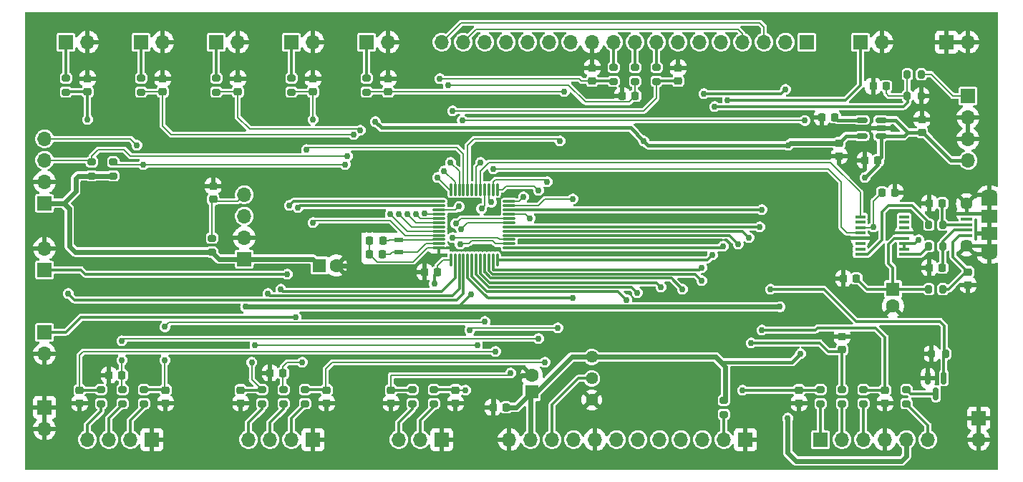
<source format=gbr>
%TF.GenerationSoftware,KiCad,Pcbnew,(6.0.2)*%
%TF.CreationDate,2022-03-23T19:52:23-07:00*%
%TF.ProjectId,main,6d61696e-2e6b-4696-9361-645f70636258,rev?*%
%TF.SameCoordinates,Original*%
%TF.FileFunction,Copper,L1,Top*%
%TF.FilePolarity,Positive*%
%FSLAX46Y46*%
G04 Gerber Fmt 4.6, Leading zero omitted, Abs format (unit mm)*
G04 Created by KiCad (PCBNEW (6.0.2)) date 2022-03-23 19:52:23*
%MOMM*%
%LPD*%
G01*
G04 APERTURE LIST*
G04 Aperture macros list*
%AMRoundRect*
0 Rectangle with rounded corners*
0 $1 Rounding radius*
0 $2 $3 $4 $5 $6 $7 $8 $9 X,Y pos of 4 corners*
0 Add a 4 corners polygon primitive as box body*
4,1,4,$2,$3,$4,$5,$6,$7,$8,$9,$2,$3,0*
0 Add four circle primitives for the rounded corners*
1,1,$1+$1,$2,$3*
1,1,$1+$1,$4,$5*
1,1,$1+$1,$6,$7*
1,1,$1+$1,$8,$9*
0 Add four rect primitives between the rounded corners*
20,1,$1+$1,$2,$3,$4,$5,0*
20,1,$1+$1,$4,$5,$6,$7,0*
20,1,$1+$1,$6,$7,$8,$9,0*
20,1,$1+$1,$8,$9,$2,$3,0*%
G04 Aperture macros list end*
%TA.AperFunction,SMDPad,CuDef*%
%ADD10RoundRect,0.200000X-0.200000X-0.275000X0.200000X-0.275000X0.200000X0.275000X-0.200000X0.275000X0*%
%TD*%
%TA.AperFunction,SMDPad,CuDef*%
%ADD11RoundRect,0.225000X-0.250000X0.225000X-0.250000X-0.225000X0.250000X-0.225000X0.250000X0.225000X0*%
%TD*%
%TA.AperFunction,SMDPad,CuDef*%
%ADD12R,1.100000X0.600000*%
%TD*%
%TA.AperFunction,ComponentPad*%
%ADD13R,1.700000X1.700000*%
%TD*%
%TA.AperFunction,ComponentPad*%
%ADD14O,1.700000X1.700000*%
%TD*%
%TA.AperFunction,SMDPad,CuDef*%
%ADD15RoundRect,0.225000X0.225000X0.250000X-0.225000X0.250000X-0.225000X-0.250000X0.225000X-0.250000X0*%
%TD*%
%TA.AperFunction,SMDPad,CuDef*%
%ADD16RoundRect,0.225000X0.250000X-0.225000X0.250000X0.225000X-0.250000X0.225000X-0.250000X-0.225000X0*%
%TD*%
%TA.AperFunction,SMDPad,CuDef*%
%ADD17RoundRect,0.200000X-0.275000X0.200000X-0.275000X-0.200000X0.275000X-0.200000X0.275000X0.200000X0*%
%TD*%
%TA.AperFunction,SMDPad,CuDef*%
%ADD18RoundRect,0.200000X0.275000X-0.200000X0.275000X0.200000X-0.275000X0.200000X-0.275000X-0.200000X0*%
%TD*%
%TA.AperFunction,ComponentPad*%
%ADD19R,1.600000X1.600000*%
%TD*%
%TA.AperFunction,ComponentPad*%
%ADD20C,1.600000*%
%TD*%
%TA.AperFunction,SMDPad,CuDef*%
%ADD21RoundRect,0.225000X-0.225000X-0.250000X0.225000X-0.250000X0.225000X0.250000X-0.225000X0.250000X0*%
%TD*%
%TA.AperFunction,SMDPad,CuDef*%
%ADD22RoundRect,0.150000X0.512500X0.150000X-0.512500X0.150000X-0.512500X-0.150000X0.512500X-0.150000X0*%
%TD*%
%TA.AperFunction,SMDPad,CuDef*%
%ADD23RoundRect,0.075000X0.075000X-0.662500X0.075000X0.662500X-0.075000X0.662500X-0.075000X-0.662500X0*%
%TD*%
%TA.AperFunction,SMDPad,CuDef*%
%ADD24RoundRect,0.075000X0.662500X-0.075000X0.662500X0.075000X-0.662500X0.075000X-0.662500X-0.075000X0*%
%TD*%
%TA.AperFunction,SMDPad,CuDef*%
%ADD25RoundRect,0.200000X0.200000X0.275000X-0.200000X0.275000X-0.200000X-0.275000X0.200000X-0.275000X0*%
%TD*%
%TA.AperFunction,SMDPad,CuDef*%
%ADD26RoundRect,0.150000X-0.150000X0.587500X-0.150000X-0.587500X0.150000X-0.587500X0.150000X0.587500X0*%
%TD*%
%TA.AperFunction,SMDPad,CuDef*%
%ADD27R,1.350000X0.400000*%
%TD*%
%TA.AperFunction,ComponentPad*%
%ADD28C,1.450000*%
%TD*%
%TA.AperFunction,SMDPad,CuDef*%
%ADD29R,1.900000X1.200000*%
%TD*%
%TA.AperFunction,ComponentPad*%
%ADD30O,1.900000X1.200000*%
%TD*%
%TA.AperFunction,SMDPad,CuDef*%
%ADD31R,1.900000X1.500000*%
%TD*%
%TA.AperFunction,ComponentPad*%
%ADD32C,1.440000*%
%TD*%
%TA.AperFunction,SMDPad,CuDef*%
%ADD33R,1.200000X0.400000*%
%TD*%
%TA.AperFunction,ViaPad*%
%ADD34C,0.762000*%
%TD*%
%TA.AperFunction,Conductor*%
%ADD35C,0.609600*%
%TD*%
%TA.AperFunction,Conductor*%
%ADD36C,0.304800*%
%TD*%
%TA.AperFunction,Conductor*%
%ADD37C,0.406400*%
%TD*%
%TA.AperFunction,Conductor*%
%ADD38C,0.203200*%
%TD*%
%TA.AperFunction,Conductor*%
%ADD39C,0.457200*%
%TD*%
%TA.AperFunction,Conductor*%
%ADD40C,0.152400*%
%TD*%
G04 APERTURE END LIST*
D10*
%TO.P,R24,1,1*%
%TO.N,VBAT_SENSE*%
X206185000Y-107950000D03*
%TO.P,R24,2,2*%
%TO.N,GND*%
X207835000Y-107950000D03*
%TD*%
D11*
%TO.P,C11,1*%
%TO.N,GND*%
X124079000Y-118605000D03*
%TO.P,C11,2*%
%TO.N,Net-(C11-Pad2)*%
X124079000Y-120155000D03*
%TD*%
D10*
%TO.P,R4,1,1*%
%TO.N,Net-(R4-Pad1)*%
X208725000Y-125730000D03*
%TO.P,R4,2,2*%
%TO.N,/main_1/USBDM*%
X210375000Y-125730000D03*
%TD*%
D12*
%TO.P,Y1,1,1*%
%TO.N,Net-(C12-Pad2)*%
X146050000Y-126430000D03*
%TO.P,Y1,2,2*%
%TO.N,Net-(C13-Pad2)*%
X146050000Y-125030000D03*
%TD*%
D13*
%TO.P,J19,1,Pin_1*%
%TO.N,GND*%
X104140000Y-144780000D03*
D14*
%TO.P,J19,2,Pin_2*%
X104140000Y-147320000D03*
%TD*%
D13*
%TO.P,J8,1,Pin_1*%
%TO.N,Net-(J8-Pad1)*%
X195912500Y-148590000D03*
D14*
%TO.P,J8,2,Pin_2*%
%TO.N,Net-(J8-Pad2)*%
X198452500Y-148590000D03*
%TO.P,J8,3,Pin_3*%
%TO.N,Net-(J8-Pad3)*%
X200992500Y-148590000D03*
%TO.P,J8,4,Pin_4*%
%TO.N,GND*%
X203532500Y-148590000D03*
%TO.P,J8,5,Pin_5*%
%TO.N,VDD3.3*%
X206072500Y-148590000D03*
%TO.P,J8,6,Pin_6*%
%TO.N,Net-(J8-Pad6)*%
X208612500Y-148590000D03*
%TD*%
D13*
%TO.P,J18,1,Pin_1*%
%TO.N,Net-(J18-Pad1)*%
X124460000Y-101600000D03*
D14*
%TO.P,J18,2,Pin_2*%
%TO.N,GND*%
X127000000Y-101600000D03*
%TD*%
D15*
%TO.P,C31,1*%
%TO.N,PADDLE_DAH*%
X174003000Y-107950000D03*
%TO.P,C31,2*%
%TO.N,GND*%
X172453000Y-107950000D03*
%TD*%
D16*
%TO.P,C26,1*%
%TO.N,TUNER_ENCODER_A*%
X198452500Y-137935000D03*
%TO.P,C26,2*%
%TO.N,GND*%
X198452500Y-136385000D03*
%TD*%
D17*
%TO.P,R2,1,1*%
%TO.N,VCC5*%
X184482500Y-143955000D03*
%TO.P,R2,2,2*%
%TO.N,/main_1/LCD-A*%
X184482500Y-145605000D03*
%TD*%
D15*
%TO.P,C19,1*%
%TO.N,/main_1/BTN_DIGIT_SEL*%
X113297000Y-140970000D03*
%TO.P,C19,2*%
%TO.N,GND*%
X111747000Y-140970000D03*
%TD*%
D13*
%TO.P,J5,1,Pin_1*%
%TO.N,GND*%
X135880000Y-148590000D03*
D14*
%TO.P,J5,2,Pin_2*%
%TO.N,Net-(J5-Pad2)*%
X133340000Y-148590000D03*
%TO.P,J5,3,Pin_3*%
%TO.N,Net-(J5-Pad3)*%
X130800000Y-148590000D03*
%TO.P,J5,4,Pin_4*%
%TO.N,Net-(J5-Pad4)*%
X128260000Y-148590000D03*
%TD*%
D15*
%TO.P,C4,1*%
%TO.N,/main_1/USBDM*%
X210325000Y-128270000D03*
%TO.P,C4,2*%
%TO.N,GND*%
X208775000Y-128270000D03*
%TD*%
D13*
%TO.P,J4,1,Pin_1*%
%TO.N,GND*%
X116830000Y-148590000D03*
D14*
%TO.P,J4,2,Pin_2*%
%TO.N,Net-(J4-Pad2)*%
X114290000Y-148590000D03*
%TO.P,J4,3,Pin_3*%
%TO.N,Net-(J4-Pad3)*%
X111750000Y-148590000D03*
%TO.P,J4,4,Pin_4*%
%TO.N,Net-(J4-Pad4)*%
X109210000Y-148590000D03*
%TD*%
D11*
%TO.P,C17,1*%
%TO.N,/main_1/BTN_BAND_SEL*%
X118442500Y-142735000D03*
%TO.P,C17,2*%
%TO.N,GND*%
X118442500Y-144285000D03*
%TD*%
D18*
%TO.P,R29,1,1*%
%TO.N,Net-(J8-Pad3)*%
X200992500Y-144335000D03*
%TO.P,R29,2,2*%
%TO.N,TUNER_ENCODER_SW*%
X200992500Y-142685000D03*
%TD*%
D15*
%TO.P,C24,1*%
%TO.N,VCC5*%
X202705000Y-115570000D03*
%TO.P,C24,2*%
%TO.N,GND*%
X201155000Y-115570000D03*
%TD*%
D17*
%TO.P,R6,1,1*%
%TO.N,Net-(C11-Pad2)*%
X123952000Y-124778000D03*
%TO.P,R6,2,2*%
%TO.N,VDD3.3*%
X123952000Y-126428000D03*
%TD*%
D11*
%TO.P,C21,1*%
%TO.N,/main_1/BTN_TXMODE*%
X145112500Y-142735000D03*
%TO.P,C21,2*%
%TO.N,GND*%
X145112500Y-144285000D03*
%TD*%
D19*
%TO.P,C1,1*%
%TO.N,VCC5*%
X161749500Y-142970000D03*
D20*
%TO.P,C1,2*%
%TO.N,GND*%
X161749500Y-140970000D03*
%TD*%
D11*
%TO.P,C37,1*%
%TO.N,GND*%
X109220000Y-105905000D03*
%TO.P,C37,2*%
%TO.N,P1.4*%
X109220000Y-107455000D03*
%TD*%
D16*
%TO.P,C30,1*%
%TO.N,PADDLE_DIT*%
X179070000Y-106185000D03*
%TO.P,C30,2*%
%TO.N,GND*%
X179070000Y-104635000D03*
%TD*%
D13*
%TO.P,J21,1,Pin_1*%
%TO.N,GND*%
X214630000Y-146050000D03*
D14*
%TO.P,J21,2,Pin_2*%
X214630000Y-148590000D03*
%TD*%
D18*
%TO.P,R38,1,1*%
%TO.N,P5.5*%
X115570000Y-107505000D03*
%TO.P,R38,2,2*%
%TO.N,Net-(J15-Pad1)*%
X115570000Y-105855000D03*
%TD*%
D15*
%TO.P,C22,1*%
%TO.N,VBAT_SENSE*%
X203675000Y-106800000D03*
%TO.P,C22,2*%
%TO.N,GND*%
X202125000Y-106800000D03*
%TD*%
D18*
%TO.P,R41,1,1*%
%TO.N,P5.2*%
X133350000Y-107505000D03*
%TO.P,R41,2,2*%
%TO.N,Net-(J17-Pad1)*%
X133350000Y-105855000D03*
%TD*%
D21*
%TO.P,C2,1*%
%TO.N,GND*%
X157164500Y-144780000D03*
%TO.P,C2,2*%
%TO.N,VCC5*%
X158714500Y-144780000D03*
%TD*%
D13*
%TO.P,J11,1,Pin_1*%
%TO.N,TR_SWITCH*%
X104140000Y-128524000D03*
D14*
%TO.P,J11,2,Pin_2*%
%TO.N,GND*%
X104140000Y-125984000D03*
%TD*%
D13*
%TO.P,J3,1,Pin_1*%
%TO.N,VDD3.3*%
X127762000Y-127244000D03*
D14*
%TO.P,J3,2,Pin_2*%
%TO.N,GND*%
X127762000Y-124704000D03*
%TO.P,J3,3,Pin_3*%
%TO.N,Net-(J3-Pad3)*%
X127762000Y-122164000D03*
%TO.P,J3,4,Pin_4*%
%TO.N,Net-(C11-Pad2)*%
X127762000Y-119624000D03*
%TD*%
D13*
%TO.P,J14,1,Pin_1*%
%TO.N,Net-(J14-Pad1)*%
X106680000Y-101600000D03*
D14*
%TO.P,J14,2,Pin_2*%
%TO.N,GND*%
X109220000Y-101600000D03*
%TD*%
D21*
%TO.P,C8,1*%
%TO.N,Net-(C8-Pad1)*%
X203187000Y-119380000D03*
%TO.P,C8,2*%
%TO.N,GND*%
X204737000Y-119380000D03*
%TD*%
D18*
%TO.P,R40,1,1*%
%TO.N,P3.0*%
X142240000Y-107505000D03*
%TO.P,R40,2,2*%
%TO.N,Net-(J16-Pad1)*%
X142240000Y-105855000D03*
%TD*%
D22*
%TO.P,U2,1,IN*%
%TO.N,VCC5*%
X203067500Y-112710000D03*
%TO.P,U2,2,GND*%
%TO.N,GND*%
X203067500Y-111760000D03*
%TO.P,U2,3,EN*%
%TO.N,VCC5*%
X203067500Y-110810000D03*
%TO.P,U2,4,BP*%
%TO.N,Net-(C25-Pad1)*%
X200792500Y-110810000D03*
%TO.P,U2,5,OUT*%
%TO.N,VDD3.3*%
X200792500Y-112710000D03*
%TD*%
D18*
%TO.P,R31,1,1*%
%TO.N,Net-(J8-Pad2)*%
X198452500Y-144335000D03*
%TO.P,R31,2,2*%
%TO.N,TUNER_ENCODER_A*%
X198452500Y-142685000D03*
%TD*%
D17*
%TO.P,R15,1,1*%
%TO.N,/main_1/BTN_TXMODE*%
X147652500Y-142685000D03*
%TO.P,R15,2,2*%
%TO.N,Net-(J6-Pad3)*%
X147652500Y-144335000D03*
%TD*%
D23*
%TO.P,U$1,1,DVCC*%
%TO.N,VDD3.3*%
X152190000Y-127352500D03*
%TO.P,U$1,2,RST/NMI/SBWTDIO*%
%TO.N,Net-(C11-Pad2)*%
X152690000Y-127352500D03*
%TO.P,U$1,3,TEST/SBWTCK*%
%TO.N,Net-(J3-Pad3)*%
X153190000Y-127352500D03*
%TO.P,U$1,4,P1.4/UCA0TXD/UCA0SIMO/TA1.2/TCK/A4/VREF+*%
%TO.N,P1.4*%
X153690000Y-127352500D03*
%TO.P,U$1,5,P1.5/UCA0RXD/UCA0SOMI/TA1.1/TMS/A5*%
%TO.N,/main_1/LCD-RS*%
X154190000Y-127352500D03*
%TO.P,U$1,6,P1.6/UCA0CLK/TA1CLK/TDI/TCLK/A6*%
%TO.N,/main_1/LCD-E*%
X154690000Y-127352500D03*
%TO.P,U$1,7,P1.7/UCA0STE/SMCLK/TDO/A7*%
%TO.N,/main_1/LCD-DB4*%
X155190000Y-127352500D03*
%TO.P,U$1,8,P4.3/UCB1SOMI/UCB1SCL/TB0.5/A8*%
%TO.N,/main_1/LCD-DB5*%
X155690000Y-127352500D03*
%TO.P,U$1,9,P4.4/UCB1SIMO/UCB1SDA/TB0.6/A9*%
%TO.N,/main_1/LCD-DB6*%
X156190000Y-127352500D03*
%TO.P,U$1,10,P5.3/UCB1CLK/TA3.0/A10*%
%TO.N,/main_1/LCD-DB7*%
X156690000Y-127352500D03*
%TO.P,U$1,11,P5.4/UCB1STE/TA3CLK/A11*%
%TO.N,FILTER_SEL_OUT*%
X157190000Y-127352500D03*
%TO.P,U$1,12,P1.0/UCB0STE/TA0CLK/A0/VEREF+*%
%TO.N,VBAT_SENSE*%
X157690000Y-127352500D03*
D24*
%TO.P,U$1,13,P1.1/UCB0CLK/TA0.1/COMP0.0/A1*%
%TO.N,SIDETONE*%
X159102500Y-125940000D03*
%TO.P,U$1,14,P1.2/UCB0SIMO/UCB0SDA/TA0.2/A2/VEREF-*%
%TO.N,SDA*%
X159102500Y-125440000D03*
%TO.P,U$1,15,P1.3/UCB0SOMI/UCB0SCL/MCLK/A3*%
%TO.N,SCL*%
X159102500Y-124940000D03*
%TO.P,U$1,16,P2.2/ACLK/COMP0.1*%
%TO.N,TUNER_ENCODER_B*%
X159102500Y-124440000D03*
%TO.P,U$1,17,P4.5/UCB0SOMI/UCB0SCL/TA3.2*%
%TO.N,TUNER_ENCODER_A*%
X159102500Y-123940000D03*
%TO.P,U$1,18,P4.6/UCB0SIMO/UCB0SDA/TA3.1*%
%TO.N,TUNER_ENCODER_SW*%
X159102500Y-123440000D03*
%TO.P,U$1,19,P5.5/UCB0CLK/TA2CLK*%
%TO.N,P5.5*%
X159102500Y-122940000D03*
%TO.P,U$1,20,P5.6/UCB0STE/TA2.0*%
%TO.N,P5.6*%
X159102500Y-122440000D03*
%TO.P,U$1,21,P5.7/TA2.1/COMP0.2*%
%TO.N,/main_1/BTN_TXMODE*%
X159102500Y-121940000D03*
%TO.P,U$1,22,P6.0/TA2.2/COMP0.3*%
%TO.N,TXMODE_LED*%
X159102500Y-121440000D03*
%TO.P,U$1,23,P3.0/TA2.2*%
%TO.N,P3.0*%
X159102500Y-120940000D03*
%TO.P,U$1,24,P3.3/TA2.1*%
%TO.N,/main_1/BTN_MUTE*%
X159102500Y-120440000D03*
D23*
%TO.P,U$1,25,P2.3/TA2.0*%
%TO.N,/main_1/BTN_DIGIT_SEL*%
X157690000Y-119027500D03*
%TO.P,U$1,26,P3.4/TA2CLK/COMP0OUT*%
%TO.N,/main_1/BTN_FILTER_SEL*%
X157190000Y-119027500D03*
%TO.P,U$1,27,P3.1/UCA1STE*%
%TO.N,/main_1/BTN_BAND_SEL*%
X156690000Y-119027500D03*
%TO.P,U$1,28,P2.4/UCA1CLK*%
%TO.N,/main_1/BTN_SPOT*%
X156190000Y-119027500D03*
%TO.P,U$1,29,P2.5/UCA1RXD/UCA1SOMI*%
%TO.N,/main_1/UART_RXD*%
X155690000Y-119027500D03*
%TO.P,U$1,30,P2.6/UCA1TXD/UCA1SIMO*%
%TO.N,/main_1/UART_TXD*%
X155190000Y-119027500D03*
%TO.P,U$1,31,DNC*%
%TO.N,unconnected-(U$1-Pad31)*%
X154690000Y-119027500D03*
%TO.P,U$1,32,P3.7/TA3.2*%
%TO.N,/main_1/BTN_TUNE*%
X154190000Y-119027500D03*
%TO.P,U$1,33,P4.0/TA3.1*%
%TO.N,/main_1/BTN_MENU*%
X153690000Y-119027500D03*
%TO.P,U$1,34,P4.1/TA3.0*%
%TO.N,PADDLE_DIT*%
X153190000Y-119027500D03*
%TO.P,U$1,35,P4.2/TA3CLK*%
%TO.N,PADDLE_DAH*%
X152690000Y-119027500D03*
%TO.P,U$1,36,P2.7/UCB1STE*%
%TO.N,STRAIGHT_KEY*%
X152190000Y-119027500D03*
D24*
%TO.P,U$1,37,P3.5/UCB1CLK/TB0TRG*%
%TO.N,TR_SWITCH*%
X150777500Y-120440000D03*
%TO.P,U$1,38,P3.2/UCB1SIMO/UCB1SDA*%
%TO.N,CWTX_OUT*%
X150777500Y-120940000D03*
%TO.P,U$1,39,P3.6/UCB1SOMI/UCB1SCL*%
%TO.N,MUTE_OUT*%
X150777500Y-121440000D03*
%TO.P,U$1,40,P6.1/TB0CLK*%
%TO.N,BAND_40M*%
X150777500Y-121940000D03*
%TO.P,U$1,41,P6.2/TB0.0*%
%TO.N,BAND_30M*%
X150777500Y-122440000D03*
%TO.P,U$1,42,P4.7/UCA0STE/TB0.1*%
%TO.N,BAND_20M*%
X150777500Y-122940000D03*
%TO.P,U$1,43,P5.0/UCA0CLK/TB0.2*%
%TO.N,BAND_17M*%
X150777500Y-123440000D03*
%TO.P,U$1,44,P5.1/UCA0RXD/UCA0SOMI/TB0.3*%
%TO.N,BAND_15M*%
X150777500Y-123940000D03*
%TO.P,U$1,45,P5.2/UCA0TXD/UCA0SIMO/TB0.4*%
%TO.N,P5.2*%
X150777500Y-124440000D03*
%TO.P,U$1,46,P2.0/XOUT*%
%TO.N,Net-(C13-Pad2)*%
X150777500Y-124940000D03*
%TO.P,U$1,47,P2.1/XIN*%
%TO.N,Net-(C12-Pad2)*%
X150777500Y-125440000D03*
%TO.P,U$1,48,DVSS*%
%TO.N,GND*%
X150777500Y-125940000D03*
%TD*%
D25*
%TO.P,FB1,1*%
%TO.N,Net-(C3-Pad1)*%
X210375000Y-130810000D03*
%TO.P,FB1,2*%
%TO.N,Net-(C6-Pad1)*%
X208725000Y-130810000D03*
%TD*%
D13*
%TO.P,J17,1,Pin_1*%
%TO.N,Net-(J17-Pad1)*%
X133350000Y-101600000D03*
D14*
%TO.P,J17,2,Pin_2*%
%TO.N,GND*%
X135890000Y-101600000D03*
%TD*%
D18*
%TO.P,R32,1,1*%
%TO.N,Net-(J8-Pad1)*%
X195912500Y-144335000D03*
%TO.P,R32,2,2*%
%TO.N,TUNER_ENCODER_B*%
X195912500Y-142685000D03*
%TD*%
D21*
%TO.P,C12,1*%
%TO.N,GND*%
X142550000Y-126675000D03*
%TO.P,C12,2*%
%TO.N,Net-(C12-Pad2)*%
X144100000Y-126675000D03*
%TD*%
D13*
%TO.P,J6,1,Pin_1*%
%TO.N,GND*%
X151115000Y-148590000D03*
D14*
%TO.P,J6,2,Pin_2*%
%TO.N,Net-(J6-Pad2)*%
X148575000Y-148590000D03*
%TO.P,J6,3,Pin_3*%
%TO.N,Net-(J6-Pad3)*%
X146035000Y-148590000D03*
%TD*%
D16*
%TO.P,C32,1*%
%TO.N,STRAIGHT_KEY*%
X168910000Y-106185000D03*
%TO.P,C32,2*%
%TO.N,GND*%
X168910000Y-104635000D03*
%TD*%
D18*
%TO.P,R39,1,1*%
%TO.N,P5.6*%
X124460000Y-107505000D03*
%TO.P,R39,2,2*%
%TO.N,Net-(J18-Pad1)*%
X124460000Y-105855000D03*
%TD*%
D13*
%TO.P,J12,1,Pin_1*%
%TO.N,SIDETONE*%
X200660000Y-101600000D03*
D14*
%TO.P,J12,2,Pin_2*%
%TO.N,GND*%
X203200000Y-101600000D03*
%TD*%
D19*
%TO.P,C9,1*%
%TO.N,VDD3.3*%
X136652000Y-128016000D03*
D20*
%TO.P,C9,2*%
%TO.N,GND*%
X138652000Y-128016000D03*
%TD*%
D17*
%TO.P,R18,1,1*%
%TO.N,/main_1/BTN_FILTER_SEL*%
X134952500Y-142685000D03*
%TO.P,R18,2,2*%
%TO.N,Net-(J5-Pad2)*%
X134952500Y-144335000D03*
%TD*%
D16*
%TO.P,C23,2*%
%TO.N,GND*%
X207900000Y-110725000D03*
%TO.P,C23,1*%
%TO.N,VCC5*%
X207900000Y-112275000D03*
%TD*%
D26*
%TO.P,Q1,1,G*%
%TO.N,TXMODE_LED*%
X210500000Y-141302500D03*
%TO.P,Q1,2,S*%
%TO.N,GND*%
X208600000Y-141302500D03*
%TO.P,Q1,3,D*%
%TO.N,Net-(Q1-Pad3)*%
X209550000Y-143177500D03*
%TD*%
D11*
%TO.P,C33,1*%
%TO.N,GND*%
X135890000Y-105905000D03*
%TO.P,C33,2*%
%TO.N,P5.2*%
X135890000Y-107455000D03*
%TD*%
D25*
%TO.P,R23,1,1*%
%TO.N,/main_2/+12V*%
X207835000Y-105410000D03*
%TO.P,R23,2,2*%
%TO.N,VBAT_SENSE*%
X206185000Y-105410000D03*
%TD*%
D10*
%TO.P,R5,1,1*%
%TO.N,Net-(R5-Pad1)*%
X208725000Y-123190000D03*
%TO.P,R5,2,2*%
%TO.N,/main_1/USBDP*%
X210375000Y-123190000D03*
%TD*%
D19*
%TO.P,C6,1*%
%TO.N,Net-(C6-Pad1)*%
X204470000Y-130810000D03*
D20*
%TO.P,C6,2*%
%TO.N,GND*%
X204470000Y-132810000D03*
%TD*%
D11*
%TO.P,C15,1*%
%TO.N,/main_1/BTN_TUNE*%
X152732500Y-142735000D03*
%TO.P,C15,2*%
%TO.N,GND*%
X152732500Y-144285000D03*
%TD*%
%TO.P,C16,1*%
%TO.N,/main_1/BTN_SPOT*%
X127332500Y-142735000D03*
%TO.P,C16,2*%
%TO.N,GND*%
X127332500Y-144285000D03*
%TD*%
D17*
%TO.P,R16,1,1*%
%TO.N,/main_1/BTN_MUTE*%
X110822500Y-142685000D03*
%TO.P,R16,2,2*%
%TO.N,Net-(J4-Pad4)*%
X110822500Y-144335000D03*
%TD*%
D18*
%TO.P,R3,1,1*%
%TO.N,VDD3.3*%
X109728000Y-117411000D03*
%TO.P,R3,2,2*%
%TO.N,SCL*%
X109728000Y-115761000D03*
%TD*%
D15*
%TO.P,C5,1*%
%TO.N,/main_1/USBDP*%
X210325000Y-120650000D03*
%TO.P,C5,2*%
%TO.N,GND*%
X208775000Y-120650000D03*
%TD*%
D17*
%TO.P,R26,1,1*%
%TO.N,Net-(Q1-Pad3)*%
X206072500Y-142685000D03*
%TO.P,R26,2,2*%
%TO.N,Net-(J8-Pad6)*%
X206072500Y-144335000D03*
%TD*%
D15*
%TO.P,C25,1*%
%TO.N,Net-(C25-Pad1)*%
X197625000Y-110490000D03*
%TO.P,C25,2*%
%TO.N,GND*%
X196075000Y-110490000D03*
%TD*%
D10*
%TO.P,R25,1,1*%
%TO.N,GND*%
X209057500Y-138430000D03*
%TO.P,R25,2,2*%
%TO.N,TXMODE_LED*%
X210707500Y-138430000D03*
%TD*%
D18*
%TO.P,R37,1,1*%
%TO.N,P1.4*%
X106680000Y-107505000D03*
%TO.P,R37,2,2*%
%TO.N,Net-(J14-Pad1)*%
X106680000Y-105855000D03*
%TD*%
%TO.P,R33,1,1*%
%TO.N,PADDLE_DAH*%
X173990000Y-106235000D03*
%TO.P,R33,2,2*%
%TO.N,Net-(J9-Pad9)*%
X173990000Y-104585000D03*
%TD*%
%TO.P,R34,1,1*%
%TO.N,PADDLE_DIT*%
X176530000Y-106235000D03*
%TO.P,R34,2,2*%
%TO.N,Net-(J9-Pad8)*%
X176530000Y-104585000D03*
%TD*%
D15*
%TO.P,C7,1*%
%TO.N,Net-(C6-Pad1)*%
X200165000Y-129540000D03*
%TO.P,C7,2*%
%TO.N,GND*%
X198615000Y-129540000D03*
%TD*%
D13*
%TO.P,J9,1,Pin_1*%
%TO.N,MUTE_OUT*%
X194310000Y-101600000D03*
D14*
%TO.P,J9,2,Pin_2*%
%TO.N,FILTER_SEL_OUT*%
X191770000Y-101600000D03*
%TO.P,J9,3,Pin_3*%
%TO.N,BAND_15M*%
X189230000Y-101600000D03*
%TO.P,J9,4,Pin_4*%
%TO.N,BAND_17M*%
X186690000Y-101600000D03*
%TO.P,J9,5,Pin_5*%
%TO.N,BAND_20M*%
X184150000Y-101600000D03*
%TO.P,J9,6,Pin_6*%
%TO.N,BAND_30M*%
X181610000Y-101600000D03*
%TO.P,J9,7,Pin_7*%
%TO.N,BAND_40M*%
X179070000Y-101600000D03*
%TO.P,J9,8,Pin_8*%
%TO.N,Net-(J9-Pad8)*%
X176530000Y-101600000D03*
%TO.P,J9,9,Pin_9*%
%TO.N,Net-(J9-Pad9)*%
X173990000Y-101600000D03*
%TO.P,J9,10,Pin_10*%
%TO.N,Net-(J9-Pad10)*%
X171450000Y-101600000D03*
%TO.P,J9,11,Pin_11*%
%TO.N,GND*%
X168910000Y-101600000D03*
%TO.P,J9,12,Pin_12*%
%TO.N,unconnected-(J9-Pad12)*%
X166370000Y-101600000D03*
%TO.P,J9,13,Pin_13*%
%TO.N,unconnected-(J9-Pad13)*%
X163830000Y-101600000D03*
%TO.P,J9,14,Pin_14*%
%TO.N,BAND_40M*%
X161290000Y-101600000D03*
%TO.P,J9,15,Pin_15*%
%TO.N,BAND_30M*%
X158750000Y-101600000D03*
%TO.P,J9,16,Pin_16*%
%TO.N,BAND_20M*%
X156210000Y-101600000D03*
%TO.P,J9,17,Pin_17*%
%TO.N,BAND_17M*%
X153670000Y-101600000D03*
%TO.P,J9,18,Pin_18*%
%TO.N,BAND_15M*%
X151130000Y-101600000D03*
%TD*%
D11*
%TO.P,C36,1*%
%TO.N,GND*%
X118110000Y-105905000D03*
%TO.P,C36,2*%
%TO.N,P5.5*%
X118110000Y-107455000D03*
%TD*%
%TO.P,C34,1*%
%TO.N,GND*%
X144780000Y-105905000D03*
%TO.P,C34,2*%
%TO.N,P3.0*%
X144780000Y-107455000D03*
%TD*%
%TO.P,C18,1*%
%TO.N,/main_1/BTN_FILTER_SEL*%
X137492500Y-142735000D03*
%TO.P,C18,2*%
%TO.N,GND*%
X137492500Y-144285000D03*
%TD*%
D13*
%TO.P,J7,1,Pin_1*%
%TO.N,/main_2/+12V*%
X213360000Y-107960000D03*
D14*
%TO.P,J7,2,Pin_2*%
%TO.N,GND*%
X213360000Y-110500000D03*
%TO.P,J7,3,Pin_3*%
X213360000Y-113040000D03*
%TO.P,J7,4,Pin_4*%
%TO.N,VCC5*%
X213360000Y-115580000D03*
%TD*%
D27*
%TO.P,J1,1,VBUS*%
%TO.N,Net-(C3-Pad1)*%
X213167500Y-124490000D03*
%TO.P,J1,2,D-*%
%TO.N,/main_1/USBDM*%
X213167500Y-123840000D03*
%TO.P,J1,3,D+*%
%TO.N,/main_1/USBDP*%
X213167500Y-123190000D03*
%TO.P,J1,4,ID*%
%TO.N,unconnected-(J1-Pad4)*%
X213167500Y-122540000D03*
%TO.P,J1,5,GND*%
%TO.N,GND*%
X213167500Y-121890000D03*
D28*
%TO.P,J1,6,Shield*%
X213167500Y-120690000D03*
D29*
X215867500Y-120290000D03*
D30*
X215867500Y-126690000D03*
X215867500Y-119690000D03*
D28*
X213167500Y-125690000D03*
D31*
X215867500Y-124190000D03*
D29*
X215867500Y-126090000D03*
D31*
X215867500Y-122190000D03*
%TD*%
D17*
%TO.P,R19,1,1*%
%TO.N,/main_1/BTN_BAND_SEL*%
X115902500Y-142685000D03*
%TO.P,R19,2,2*%
%TO.N,Net-(J4-Pad2)*%
X115902500Y-144335000D03*
%TD*%
D21*
%TO.P,C13,1*%
%TO.N,GND*%
X142575000Y-125050000D03*
%TO.P,C13,2*%
%TO.N,Net-(C13-Pad2)*%
X144125000Y-125050000D03*
%TD*%
D15*
%TO.P,C14,1*%
%TO.N,/main_1/BTN_MENU*%
X132347000Y-140716000D03*
%TO.P,C14,2*%
%TO.N,GND*%
X130797000Y-140716000D03*
%TD*%
D18*
%TO.P,R35,1,1*%
%TO.N,STRAIGHT_KEY*%
X171450000Y-106235000D03*
%TO.P,R35,2,2*%
%TO.N,Net-(J9-Pad10)*%
X171450000Y-104585000D03*
%TD*%
D11*
%TO.P,C27,1*%
%TO.N,TUNER_ENCODER_B*%
X193372500Y-142735000D03*
%TO.P,C27,2*%
%TO.N,GND*%
X193372500Y-144285000D03*
%TD*%
D13*
%TO.P,J10,1,Pin_1*%
%TO.N,CWTX_OUT*%
X104140000Y-135890000D03*
D14*
%TO.P,J10,2,Pin_2*%
%TO.N,GND*%
X104140000Y-138430000D03*
%TD*%
D17*
%TO.P,R21,1,1*%
%TO.N,/main_1/BTN_TUNE*%
X150192500Y-142685000D03*
%TO.P,R21,2,2*%
%TO.N,Net-(J6-Pad2)*%
X150192500Y-144335000D03*
%TD*%
D13*
%TO.P,J15,1,Pin_1*%
%TO.N,Net-(J15-Pad1)*%
X115570000Y-101600000D03*
D14*
%TO.P,J15,2,Pin_2*%
%TO.N,GND*%
X118110000Y-101600000D03*
%TD*%
D11*
%TO.P,C29,1*%
%TO.N,TUNER_ENCODER_SW*%
X203532500Y-142735000D03*
%TO.P,C29,2*%
%TO.N,GND*%
X203532500Y-144285000D03*
%TD*%
D13*
%TO.P,J20,1,Pin_1*%
%TO.N,GND*%
X210820000Y-101600000D03*
D14*
%TO.P,J20,2,Pin_2*%
X213360000Y-101600000D03*
%TD*%
D11*
%TO.P,C3,1*%
%TO.N,Net-(C3-Pad1)*%
X213360000Y-128765000D03*
%TO.P,C3,2*%
%TO.N,GND*%
X213360000Y-130315000D03*
%TD*%
%TO.P,C35,1*%
%TO.N,GND*%
X127000000Y-105905000D03*
%TO.P,C35,2*%
%TO.N,P5.6*%
X127000000Y-107455000D03*
%TD*%
D17*
%TO.P,R22,1,1*%
%TO.N,/main_1/BTN_MENU*%
X132412500Y-142685000D03*
%TO.P,R22,2,2*%
%TO.N,Net-(J5-Pad3)*%
X132412500Y-144335000D03*
%TD*%
%TO.P,R20,1,1*%
%TO.N,/main_1/BTN_SPOT*%
X129872500Y-142685000D03*
%TO.P,R20,2,2*%
%TO.N,Net-(J5-Pad4)*%
X129872500Y-144335000D03*
%TD*%
D11*
%TO.P,C28,1*%
%TO.N,VDD3.3*%
X198120000Y-113525000D03*
%TO.P,C28,2*%
%TO.N,GND*%
X198120000Y-115075000D03*
%TD*%
D32*
%TO.P,RV1,1,1*%
%TO.N,VCC5*%
X168861500Y-138811000D03*
%TO.P,RV1,2,2*%
%TO.N,Net-(J2-Pad10)*%
X168861500Y-141351000D03*
%TO.P,RV1,3,3*%
%TO.N,GND*%
X168861500Y-143891000D03*
%TD*%
D21*
%TO.P,C10,1*%
%TO.N,GND*%
X149085000Y-128778000D03*
%TO.P,C10,2*%
%TO.N,VDD3.3*%
X150635000Y-128778000D03*
%TD*%
D13*
%TO.P,J2,1,Pin_1*%
%TO.N,GND*%
X187027500Y-148590000D03*
D14*
%TO.P,J2,2,Pin_2*%
%TO.N,/main_1/LCD-A*%
X184487500Y-148590000D03*
%TO.P,J2,3,Pin_3*%
%TO.N,/main_1/LCD-DB7*%
X181947500Y-148590000D03*
%TO.P,J2,4,Pin_4*%
%TO.N,/main_1/LCD-DB6*%
X179407500Y-148590000D03*
%TO.P,J2,5,Pin_5*%
%TO.N,/main_1/LCD-DB5*%
X176867500Y-148590000D03*
%TO.P,J2,6,Pin_6*%
%TO.N,/main_1/LCD-DB4*%
X174327500Y-148590000D03*
%TO.P,J2,7,Pin_7*%
%TO.N,/main_1/LCD-E*%
X171787500Y-148590000D03*
%TO.P,J2,8,Pin_8*%
%TO.N,GND*%
X169247500Y-148590000D03*
%TO.P,J2,9,Pin_9*%
%TO.N,/main_1/LCD-RS*%
X166707500Y-148590000D03*
%TO.P,J2,10,Pin_10*%
%TO.N,Net-(J2-Pad10)*%
X164167500Y-148590000D03*
%TO.P,J2,11,Pin_11*%
%TO.N,VCC5*%
X161627500Y-148590000D03*
%TO.P,J2,12,Pin_12*%
%TO.N,GND*%
X159087500Y-148590000D03*
%TD*%
D18*
%TO.P,R1,1,1*%
%TO.N,VDD3.3*%
X112268000Y-117411000D03*
%TO.P,R1,2,2*%
%TO.N,SDA*%
X112268000Y-115761000D03*
%TD*%
D13*
%TO.P,J13,1,Pin_1*%
%TO.N,VDD3.3*%
X104140000Y-120650000D03*
D14*
%TO.P,J13,2,Pin_2*%
%TO.N,GND*%
X104140000Y-118110000D03*
%TO.P,J13,3,Pin_3*%
%TO.N,SCL*%
X104140000Y-115570000D03*
%TO.P,J13,4,Pin_4*%
%TO.N,SDA*%
X104140000Y-113030000D03*
%TD*%
D17*
%TO.P,R17,1,1*%
%TO.N,/main_1/BTN_DIGIT_SEL*%
X113362500Y-142685000D03*
%TO.P,R17,2,2*%
%TO.N,Net-(J4-Pad3)*%
X113362500Y-144335000D03*
%TD*%
D13*
%TO.P,J16,1,Pin_1*%
%TO.N,Net-(J16-Pad1)*%
X142240000Y-101600000D03*
D14*
%TO.P,J16,2,Pin_2*%
%TO.N,GND*%
X144780000Y-101600000D03*
%TD*%
D11*
%TO.P,C20,1*%
%TO.N,/main_1/BTN_MUTE*%
X108282500Y-142735000D03*
%TO.P,C20,2*%
%TO.N,GND*%
X108282500Y-144285000D03*
%TD*%
D33*
%TO.P,U1,1,TXD*%
%TO.N,/main_1/UART_RXD*%
X200600000Y-122237500D03*
%TO.P,U1,2,~{RTS}*%
%TO.N,unconnected-(U1-Pad2)*%
X200600000Y-122872500D03*
%TO.P,U1,3,VCCIO*%
%TO.N,Net-(C8-Pad1)*%
X200600000Y-123507500D03*
%TO.P,U1,4,RXD*%
%TO.N,/main_1/UART_TXD*%
X200600000Y-124142500D03*
%TO.P,U1,5,GND*%
%TO.N,GND*%
X200600000Y-124777500D03*
%TO.P,U1,6,~{CTS}*%
%TO.N,unconnected-(U1-Pad6)*%
X200600000Y-125412500D03*
%TO.P,U1,7,CBUS2*%
%TO.N,unconnected-(U1-Pad7)*%
X200600000Y-126047500D03*
%TO.P,U1,8,USBDP*%
%TO.N,Net-(R5-Pad1)*%
X200600000Y-126682500D03*
%TO.P,U1,9,USBDM*%
%TO.N,Net-(R4-Pad1)*%
X205800000Y-126682500D03*
%TO.P,U1,10,3V3OUT*%
%TO.N,Net-(C8-Pad1)*%
X205800000Y-126047500D03*
%TO.P,U1,11,~{RESET}*%
X205800000Y-125412500D03*
%TO.P,U1,12,VCC*%
%TO.N,Net-(C6-Pad1)*%
X205800000Y-124777500D03*
%TO.P,U1,13,GND*%
%TO.N,GND*%
X205800000Y-124142500D03*
%TO.P,U1,14,CBUS1*%
%TO.N,unconnected-(U1-Pad14)*%
X205800000Y-123507500D03*
%TO.P,U1,15,CBUS0*%
%TO.N,unconnected-(U1-Pad15)*%
X205800000Y-122872500D03*
%TO.P,U1,16,CBUS3*%
%TO.N,unconnected-(U1-Pad16)*%
X205800000Y-122237500D03*
%TD*%
D34*
%TO.N,GND*%
X154675000Y-125975000D03*
X195950000Y-133550000D03*
X140575000Y-135700000D03*
X145125000Y-133975000D03*
X110025000Y-130500000D03*
X123825000Y-130525000D03*
X116850000Y-127925000D03*
X117625000Y-113500000D03*
X129350000Y-113750000D03*
X141375000Y-129425000D03*
X158750000Y-134366000D03*
X131826000Y-118110000D03*
X137668000Y-118364000D03*
X110236000Y-135890000D03*
X119888000Y-123698000D03*
X110236000Y-123952000D03*
X171196000Y-134874000D03*
X184150000Y-135890000D03*
X184120219Y-130295684D03*
X197612000Y-104902000D03*
X188050000Y-106400000D03*
X178562000Y-112522000D03*
X187706000Y-112268000D03*
X170434000Y-114046000D03*
X170434000Y-119126000D03*
X178805219Y-119105095D03*
X187706000Y-118872000D03*
X195326000Y-120650000D03*
X204978000Y-117602000D03*
%TO.N,VDD3.3*%
X143256000Y-110998000D03*
X175006000Y-113284000D03*
%TO.N,GND*%
X130810000Y-139192000D03*
X150370000Y-127000000D03*
X121920000Y-118110000D03*
X147955000Y-129921000D03*
X109474000Y-139700000D03*
X120142000Y-144399000D03*
X125349000Y-144272000D03*
X139446000Y-144526000D03*
X143256000Y-145034000D03*
X154940000Y-144653000D03*
X169926000Y-107696000D03*
X167386000Y-104648000D03*
X180625000Y-106300000D03*
X199644000Y-114935000D03*
X195707000Y-112141000D03*
X201930000Y-105029000D03*
X208925000Y-106675000D03*
X207391000Y-123698000D03*
X198628000Y-124968000D03*
X196977000Y-129540000D03*
X200279000Y-136652000D03*
X193421000Y-145796000D03*
X203581000Y-145796000D03*
X207518000Y-139192000D03*
X207137000Y-128270000D03*
X215392000Y-130429000D03*
%TO.N,VDD3.3*%
X150241000Y-130175000D03*
X154559000Y-131445000D03*
%TO.N,/main_1/BTN_SPOT*%
X128651000Y-139446000D03*
X129032000Y-137414000D03*
X155321000Y-137414000D03*
X155829000Y-121285000D03*
%TO.N,/main_1/BTN_BAND_SEL*%
X118364000Y-139192000D03*
X118364000Y-135255000D03*
X156210000Y-134620000D03*
X156972000Y-120523000D03*
%TO.N,MUTE_OUT*%
X194056000Y-110871000D03*
X153543000Y-110871000D03*
X153162000Y-121031000D03*
%TO.N,/main_1/BTN_TUNE*%
X153924000Y-142748000D03*
X154432000Y-135636000D03*
X164846000Y-135382000D03*
X165100000Y-113284000D03*
%TO.N,/main_1/BTN_FILTER_SEL*%
X163322000Y-139446000D03*
X163576000Y-118110000D03*
%TO.N,/main_1/BTN_DIGIT_SEL*%
X113284000Y-139192000D03*
X113284000Y-136906000D03*
X162560000Y-136652000D03*
X162560000Y-119126000D03*
%TO.N,/main_1/BTN_MUTE*%
X157480000Y-138176000D03*
X160782000Y-119888000D03*
%TO.N,/main_1/BTN_MENU*%
X135128000Y-114300000D03*
X134620000Y-139446000D03*
%TO.N,P5.6*%
X152781000Y-123063500D03*
X141478000Y-112014000D03*
%TO.N,P5.5*%
X140716000Y-112522000D03*
X153427481Y-123709472D03*
%TO.N,P3.0*%
X165608000Y-107442000D03*
X166624000Y-120142000D03*
%TO.N,/main_1/BTN_TXMODE*%
X159258000Y-140716000D03*
X161544000Y-122428000D03*
%TO.N,PADDLE_DIT*%
X152400000Y-109728000D03*
X152146000Y-115824000D03*
%TO.N,PADDLE_DAH*%
X151892000Y-106680000D03*
X151384000Y-116840000D03*
%TO.N,STRAIGHT_KEY*%
X150622000Y-117602000D03*
X150876000Y-105918000D03*
%TO.N,SDA*%
X115824000Y-116078000D03*
X115062000Y-113792000D03*
%TO.N,SCL*%
X139954000Y-115062000D03*
X152400000Y-124714000D03*
%TO.N,SDA*%
X139700000Y-116078000D03*
X153289000Y-125476000D03*
%TO.N,TR_SWITCH*%
X132842000Y-129032000D03*
X133096000Y-120904000D03*
%TO.N,CWTX_OUT*%
X133858000Y-134112000D03*
X134112000Y-121158000D03*
%TO.N,Net-(C11-Pad2)*%
X132080000Y-130810000D03*
%TO.N,Net-(J3-Pad3)*%
X130556000Y-131318000D03*
%TO.N,P1.4*%
X109220000Y-110744000D03*
X106934000Y-131318000D03*
%TO.N,/main_1/LCD-RS*%
X166624000Y-131826000D03*
%TO.N,/main_1/LCD-E*%
X172974000Y-132062300D03*
%TO.N,/main_1/LCD-DB4*%
X174244000Y-131241300D03*
%TO.N,/main_1/LCD-DB5*%
X177038000Y-130556000D03*
%TO.N,/main_1/LCD-DB6*%
X179578000Y-130810000D03*
%TO.N,/main_1/LCD-DB7*%
X181864000Y-129794000D03*
%TO.N,FILTER_SEL_OUT*%
X181864000Y-128270000D03*
X191770000Y-107188000D03*
X182118000Y-107696000D03*
%TO.N,VBAT_SENSE*%
X183134000Y-126746000D03*
X183388000Y-109220000D03*
%TO.N,SIDETONE*%
X184912000Y-108458000D03*
X184404000Y-125730000D03*
%TO.N,TUNER_ENCODER_SW*%
X188976000Y-135636000D03*
%TO.N,TUNER_ENCODER_B*%
X186690000Y-142748000D03*
X186182000Y-125476000D03*
%TO.N,TUNER_ENCODER_A*%
X187706000Y-137160000D03*
X187452000Y-124714000D03*
%TO.N,TUNER_ENCODER_SW*%
X188722000Y-123444000D03*
%TO.N,TXMODE_LED*%
X189992000Y-130810000D03*
X188976000Y-121412000D03*
%TO.N,BAND_15M*%
X145034000Y-121920000D03*
%TO.N,BAND_17M*%
X146050000Y-121920000D03*
%TO.N,BAND_20M*%
X147066000Y-121920000D03*
%TO.N,BAND_30M*%
X148082000Y-121920000D03*
%TO.N,BAND_40M*%
X149098000Y-121830900D03*
%TO.N,P5.2*%
X135890000Y-110744000D03*
X135890000Y-122936000D03*
%TO.N,VDD3.3*%
X192024000Y-146050000D03*
%TO.N,VCC5*%
X193548000Y-138430000D03*
X201168000Y-117602000D03*
%TO.N,/main_1/UART_TXD*%
X155702000Y-115824000D03*
X157226000Y-116586000D03*
%TO.N,Net-(C8-Pad1)*%
X202184000Y-123444000D03*
X207518000Y-124968000D03*
%TO.N,VDD3.3*%
X127900000Y-132900000D03*
X191100000Y-132900000D03*
X192100000Y-113800000D03*
%TD*%
D35*
%TO.N,VDD3.3*%
X191100000Y-132900000D02*
X152575000Y-132900000D01*
D36*
X153104000Y-132900000D02*
X152575000Y-132900000D01*
X154559000Y-131445000D02*
X153104000Y-132900000D01*
D35*
X152575000Y-132900000D02*
X127900000Y-132900000D01*
D36*
%TO.N,/main_1/USBDP*%
X213167500Y-123190000D02*
X210375000Y-123190000D01*
%TO.N,/main_1/USBDM*%
X210375000Y-125159000D02*
X210375000Y-125730000D01*
X211694000Y-123840000D02*
X210375000Y-125159000D01*
%TO.N,Net-(C3-Pad1)*%
X211582000Y-126987000D02*
X213360000Y-128765000D01*
X211582000Y-125222000D02*
X211582000Y-126987000D01*
X212314000Y-124490000D02*
X211582000Y-125222000D01*
X213167500Y-124490000D02*
X212314000Y-124490000D01*
D37*
%TO.N,GND*%
X215567500Y-121890000D02*
X215867500Y-122190000D01*
X215867500Y-122190000D02*
X215867500Y-119690000D01*
X213167500Y-121890000D02*
X213167500Y-120690000D01*
X213167500Y-121890000D02*
X215567500Y-121890000D01*
X215467500Y-125690000D02*
X215867500Y-126090000D01*
X215867500Y-124190000D02*
X215867500Y-126090000D01*
D36*
%TO.N,/main_1/USBDM*%
X213167500Y-123840000D02*
X211694000Y-123840000D01*
D37*
%TO.N,GND*%
X215867500Y-124190000D02*
X215867500Y-122190000D01*
X213167500Y-125690000D02*
X215467500Y-125690000D01*
D38*
%TO.N,SDA*%
X157500000Y-125450000D02*
X159092500Y-125450000D01*
X157150000Y-125100000D02*
X157500000Y-125450000D01*
X159092500Y-125450000D02*
X159102500Y-125440000D01*
X154652665Y-125100000D02*
X157150000Y-125100000D01*
X154312665Y-125440000D02*
X154652665Y-125100000D01*
X153325000Y-125440000D02*
X154312665Y-125440000D01*
X153289000Y-125476000D02*
X153325000Y-125440000D01*
D35*
%TO.N,GND*%
X141375000Y-128182000D02*
X141375000Y-129425000D01*
X141209000Y-128016000D02*
X141375000Y-128182000D01*
D38*
X143500000Y-127625000D02*
X142550000Y-126675000D01*
X147750000Y-127625000D02*
X143500000Y-127625000D01*
X149435000Y-125940000D02*
X147750000Y-127625000D01*
X150777500Y-125940000D02*
X149435000Y-125940000D01*
%TO.N,Net-(C12-Pad2)*%
X145025000Y-126675000D02*
X144100000Y-126675000D01*
X145270000Y-126430000D02*
X145025000Y-126675000D01*
X146050000Y-126430000D02*
X145270000Y-126430000D01*
D35*
%TO.N,GND*%
X138652000Y-128016000D02*
X141209000Y-128016000D01*
D38*
X142550000Y-126675000D02*
X142550000Y-125075000D01*
X142550000Y-125075000D02*
X142575000Y-125050000D01*
%TO.N,Net-(C13-Pad2)*%
X144810000Y-125050000D02*
X144125000Y-125050000D01*
X144830000Y-125030000D02*
X144810000Y-125050000D01*
X146050000Y-125030000D02*
X144830000Y-125030000D01*
%TO.N,PADDLE_DAH*%
X173274480Y-108678520D02*
X174003000Y-107950000D01*
X168114520Y-108678520D02*
X173274480Y-108678520D01*
X166116000Y-106680000D02*
X168114520Y-108678520D01*
X151892000Y-106680000D02*
X166116000Y-106680000D01*
D35*
%TO.N,GND*%
X159348130Y-142240000D02*
X157734000Y-142240000D01*
X160618130Y-140970000D02*
X159348130Y-142240000D01*
X157164500Y-142809500D02*
X157164500Y-144780000D01*
X161749500Y-140970000D02*
X160618130Y-140970000D01*
X157734000Y-142240000D02*
X157164500Y-142809500D01*
D39*
%TO.N,VDD3.3*%
X143956571Y-111698571D02*
X143256000Y-110998000D01*
X173420571Y-111698571D02*
X143956571Y-111698571D01*
X175006000Y-113284000D02*
X173420571Y-111698571D01*
X175522000Y-113800000D02*
X175006000Y-113284000D01*
X192100000Y-113800000D02*
X175522000Y-113800000D01*
D38*
%TO.N,GND*%
X206946500Y-124142500D02*
X207391000Y-123698000D01*
X205800000Y-124142500D02*
X206946500Y-124142500D01*
X198818500Y-124777500D02*
X200600000Y-124777500D01*
X198628000Y-124968000D02*
X198818500Y-124777500D01*
D36*
%TO.N,VDD3.3*%
X150241000Y-130175000D02*
X150241000Y-129172000D01*
X150241000Y-129172000D02*
X150635000Y-128778000D01*
D38*
X151285500Y-127352500D02*
X152190000Y-127352500D01*
X150635000Y-128003000D02*
X151285500Y-127352500D01*
X150635000Y-128778000D02*
X150635000Y-128003000D01*
D35*
X135880000Y-127244000D02*
X136652000Y-128016000D01*
X127762000Y-127244000D02*
X135880000Y-127244000D01*
X109728000Y-117411000D02*
X112268000Y-117411000D01*
X107823000Y-119253000D02*
X107823000Y-117729000D01*
X107823000Y-117729000D02*
X108141000Y-117411000D01*
X108141000Y-117411000D02*
X109728000Y-117411000D01*
X106426000Y-120650000D02*
X107823000Y-119253000D01*
X107061000Y-125730000D02*
X107061000Y-121285000D01*
X107061000Y-121285000D02*
X106426000Y-120650000D01*
X107759000Y-126428000D02*
X107061000Y-125730000D01*
X123952000Y-126428000D02*
X107759000Y-126428000D01*
X106426000Y-120650000D02*
X104140000Y-120650000D01*
X124768000Y-127244000D02*
X123952000Y-126428000D01*
X127762000Y-127244000D02*
X124768000Y-127244000D01*
D38*
%TO.N,Net-(C11-Pad2)*%
X123952000Y-124778000D02*
X123952000Y-120282000D01*
X123952000Y-120282000D02*
X124079000Y-120155000D01*
X126990000Y-120396000D02*
X127762000Y-119624000D01*
X124320000Y-120396000D02*
X126990000Y-120396000D01*
X124079000Y-120155000D02*
X124320000Y-120396000D01*
%TO.N,/main_1/BTN_SPOT*%
X128651000Y-141463500D02*
X129872500Y-142685000D01*
X128651000Y-139446000D02*
X128651000Y-141463500D01*
X155321000Y-137414000D02*
X129032000Y-137414000D01*
X156190000Y-120924000D02*
X155829000Y-121285000D01*
X156190000Y-119027500D02*
X156190000Y-120924000D01*
%TO.N,/main_1/BTN_BAND_SEL*%
X118364000Y-142656500D02*
X118442500Y-142735000D01*
X118364000Y-139192000D02*
X118364000Y-142656500D01*
X118872489Y-134746511D02*
X118364000Y-135255000D01*
X156083489Y-134746511D02*
X118872489Y-134746511D01*
X156210000Y-134620000D02*
X156083489Y-134746511D01*
X156690000Y-120241000D02*
X156972000Y-120523000D01*
X156690000Y-119027500D02*
X156690000Y-120241000D01*
%TO.N,SCL*%
X157734000Y-124714000D02*
X157960000Y-124940000D01*
X152400000Y-124714000D02*
X157734000Y-124714000D01*
X157960000Y-124940000D02*
X159102500Y-124940000D01*
%TO.N,P5.5*%
X154196953Y-122940000D02*
X159102500Y-122940000D01*
X153427481Y-123709472D02*
X154196953Y-122940000D01*
%TO.N,P5.6*%
X153404500Y-122440000D02*
X159102500Y-122440000D01*
X152781000Y-123063500D02*
X153404500Y-122440000D01*
%TO.N,MUTE_OUT*%
X153543000Y-110871000D02*
X194056000Y-110871000D01*
X152753000Y-121440000D02*
X153162000Y-121031000D01*
X150777500Y-121440000D02*
X152753000Y-121440000D01*
%TO.N,/main_1/BTN_TUNE*%
X152745500Y-142748000D02*
X152732500Y-142735000D01*
X153924000Y-142748000D02*
X152745500Y-142748000D01*
X164846000Y-135382000D02*
X154686000Y-135382000D01*
X154686000Y-135382000D02*
X154432000Y-135636000D01*
X164846000Y-113030000D02*
X165100000Y-113284000D01*
X154940000Y-113030000D02*
X164846000Y-113030000D01*
X154190000Y-113780000D02*
X154940000Y-113030000D01*
X154190000Y-119027500D02*
X154190000Y-113780000D01*
%TO.N,/main_1/BTN_FILTER_SEL*%
X137414000Y-142656500D02*
X137492500Y-142735000D01*
X137414000Y-140208000D02*
X137414000Y-142656500D01*
X138176000Y-139446000D02*
X137414000Y-140208000D01*
X163322000Y-139446000D02*
X138176000Y-139446000D01*
%TO.N,/main_1/BTN_TXMODE*%
X145112500Y-140970000D02*
X145112500Y-142735000D01*
X159004000Y-140970000D02*
X145112500Y-140970000D01*
X159258000Y-140716000D02*
X159004000Y-140970000D01*
%TO.N,/main_1/BTN_FILTER_SEL*%
X157480000Y-117856000D02*
X163322000Y-117856000D01*
X157190000Y-118146000D02*
X157480000Y-117856000D01*
X163322000Y-117856000D02*
X163576000Y-118110000D01*
X157190000Y-119027500D02*
X157190000Y-118146000D01*
%TO.N,/main_1/BTN_DIGIT_SEL*%
X113284000Y-140957000D02*
X113297000Y-140970000D01*
X113284000Y-139192000D02*
X113284000Y-140957000D01*
X162560000Y-136652000D02*
X113538000Y-136652000D01*
X113538000Y-136652000D02*
X113284000Y-136906000D01*
X158340500Y-119027500D02*
X158750000Y-118618000D01*
X158750000Y-118618000D02*
X162052000Y-118618000D01*
X162052000Y-118618000D02*
X162560000Y-119126000D01*
X157690000Y-119027500D02*
X158340500Y-119027500D01*
%TO.N,P3.0*%
X163322000Y-120142000D02*
X166624000Y-120142000D01*
X144793000Y-107442000D02*
X165608000Y-107442000D01*
X144780000Y-107455000D02*
X144793000Y-107442000D01*
%TO.N,/main_1/BTN_MUTE*%
X108282500Y-138605500D02*
X108282500Y-142735000D01*
X108712000Y-138176000D02*
X108282500Y-138605500D01*
X157480000Y-138176000D02*
X108712000Y-138176000D01*
%TO.N,/main_1/BTN_MENU*%
X132334000Y-140703000D02*
X132347000Y-140716000D01*
X132334000Y-139954000D02*
X132334000Y-140703000D01*
X132842000Y-139446000D02*
X132334000Y-139954000D01*
X134620000Y-139446000D02*
X132842000Y-139446000D01*
X132347000Y-140716000D02*
X132347000Y-142619500D01*
X132347000Y-142619500D02*
X132412500Y-142685000D01*
%TO.N,/main_1/BTN_DIGIT_SEL*%
X113297000Y-142619500D02*
X113362500Y-142685000D01*
X113297000Y-140970000D02*
X113297000Y-142619500D01*
%TO.N,/main_1/BTN_MUTE*%
X160230000Y-120440000D02*
X160782000Y-119888000D01*
X159102500Y-120440000D02*
X160230000Y-120440000D01*
%TO.N,/main_1/BTN_MENU*%
X152908000Y-114046000D02*
X135382000Y-114046000D01*
X153690000Y-114828000D02*
X152908000Y-114046000D01*
X135382000Y-114046000D02*
X135128000Y-114300000D01*
X153690000Y-119027500D02*
X153690000Y-114828000D01*
%TO.N,P5.2*%
X135890000Y-110744000D02*
X135890000Y-107455000D01*
%TO.N,P5.6*%
X128397489Y-111887489D02*
X127000000Y-110490000D01*
X141351489Y-111887489D02*
X128397489Y-111887489D01*
X141478000Y-112014000D02*
X141351489Y-111887489D01*
X127000000Y-110490000D02*
X127000000Y-107455000D01*
%TO.N,P5.5*%
X118110000Y-111506000D02*
X118110000Y-107455000D01*
X119126000Y-112522000D02*
X118110000Y-111506000D01*
X140716000Y-112522000D02*
X119126000Y-112522000D01*
X115620000Y-107455000D02*
X115570000Y-107505000D01*
X118110000Y-107455000D02*
X115620000Y-107455000D01*
%TO.N,P5.6*%
X124510000Y-107455000D02*
X124460000Y-107505000D01*
X127000000Y-107455000D02*
X124510000Y-107455000D01*
%TO.N,P5.2*%
X133400000Y-107455000D02*
X133350000Y-107505000D01*
X135890000Y-107455000D02*
X133400000Y-107455000D01*
%TO.N,P3.0*%
X142290000Y-107455000D02*
X142240000Y-107505000D01*
X144780000Y-107455000D02*
X142290000Y-107455000D01*
X162524000Y-120940000D02*
X163322000Y-120142000D01*
X159102500Y-120940000D02*
X162524000Y-120940000D01*
%TO.N,/main_1/BTN_TXMODE*%
X161056000Y-121940000D02*
X161544000Y-122428000D01*
X159102500Y-121940000D02*
X161056000Y-121940000D01*
%TO.N,PADDLE_DIT*%
X175006000Y-109728000D02*
X176530000Y-108204000D01*
X152400000Y-109728000D02*
X175006000Y-109728000D01*
X176530000Y-108204000D02*
X176530000Y-106235000D01*
X153190000Y-116868000D02*
X152146000Y-115824000D01*
X153190000Y-119027500D02*
X153190000Y-116868000D01*
%TO.N,PADDLE_DAH*%
X152690000Y-118146000D02*
X151384000Y-116840000D01*
X152690000Y-119027500D02*
X152690000Y-118146000D01*
X173990000Y-107937000D02*
X174003000Y-107950000D01*
X173990000Y-106235000D02*
X173990000Y-107937000D01*
%TO.N,STRAIGHT_KEY*%
X167653000Y-106185000D02*
X168910000Y-106185000D01*
X167386000Y-105918000D02*
X167653000Y-106185000D01*
X150876000Y-105918000D02*
X167386000Y-105918000D01*
X152047500Y-119027500D02*
X150622000Y-117602000D01*
X152190000Y-119027500D02*
X152047500Y-119027500D01*
%TO.N,SDA*%
X139700000Y-116078000D02*
X115824000Y-116078000D01*
X114300000Y-113030000D02*
X115062000Y-113792000D01*
X104140000Y-113030000D02*
X114300000Y-113030000D01*
X115824000Y-116078000D02*
X112585000Y-116078000D01*
%TO.N,SCL*%
X109728000Y-115761000D02*
X109537000Y-115570000D01*
X109537000Y-115570000D02*
X104140000Y-115570000D01*
X109728000Y-115062000D02*
X109728000Y-115761000D01*
X113538000Y-114300000D02*
X110490000Y-114300000D01*
X114300000Y-115062000D02*
X113538000Y-114300000D01*
X139954000Y-115062000D02*
X114300000Y-115062000D01*
X110490000Y-114300000D02*
X109728000Y-115062000D01*
%TO.N,SDA*%
X112585000Y-116078000D02*
X112268000Y-115761000D01*
D36*
%TO.N,TR_SWITCH*%
X108458000Y-128524000D02*
X104140000Y-128524000D01*
X108966000Y-129032000D02*
X108458000Y-128524000D01*
X133560000Y-120440000D02*
X133096000Y-120904000D01*
X132842000Y-129032000D02*
X108966000Y-129032000D01*
X150777500Y-120440000D02*
X133560000Y-120440000D01*
%TO.N,Net-(J3-Pad3)*%
X130810000Y-131572000D02*
X152400000Y-131572000D01*
X153190000Y-130782000D02*
X153190000Y-127352500D01*
X130556000Y-131318000D02*
X130810000Y-131572000D01*
X152400000Y-131572000D02*
X153190000Y-130782000D01*
%TO.N,Net-(C11-Pad2)*%
X152690000Y-129504000D02*
X152690000Y-127352500D01*
X151130000Y-131064000D02*
X152690000Y-129504000D01*
X132080000Y-130810000D02*
X132334000Y-131064000D01*
X132334000Y-131064000D02*
X151130000Y-131064000D01*
%TO.N,CWTX_OUT*%
X106680000Y-135890000D02*
X104140000Y-135890000D01*
X108458000Y-134112000D02*
X106680000Y-135890000D01*
X133858000Y-134112000D02*
X108458000Y-134112000D01*
X134330000Y-120940000D02*
X134112000Y-121158000D01*
X150777500Y-120940000D02*
X134330000Y-120940000D01*
%TO.N,P1.4*%
X106730000Y-107455000D02*
X106680000Y-107505000D01*
X109220000Y-107455000D02*
X106730000Y-107455000D01*
X109220000Y-110744000D02*
X109220000Y-107455000D01*
X152908000Y-132080000D02*
X107696000Y-132080000D01*
X107696000Y-132080000D02*
X106934000Y-131318000D01*
X153690000Y-131298000D02*
X152908000Y-132080000D01*
X153690000Y-127352500D02*
X153690000Y-131298000D01*
%TO.N,Net-(J2-Pad10)*%
X164167500Y-144442500D02*
X167259000Y-141351000D01*
X167259000Y-141351000D02*
X168861500Y-141351000D01*
X164167500Y-148590000D02*
X164167500Y-144442500D01*
%TO.N,/main_1/LCD-RS*%
X156580100Y-131826000D02*
X166624000Y-131826000D01*
X156141050Y-131386950D02*
X156580100Y-131826000D01*
X154190000Y-129435899D02*
X156141050Y-131386950D01*
X154190000Y-127352500D02*
X154190000Y-129435899D01*
%TO.N,/main_1/LCD-E*%
X171975700Y-131064000D02*
X172974000Y-132062300D01*
X156464000Y-131064000D02*
X171975700Y-131064000D01*
X154690000Y-127352500D02*
X154690000Y-129290000D01*
X154690000Y-129290000D02*
X156464000Y-131064000D01*
%TO.N,/main_1/LCD-DB4*%
X173558700Y-130556000D02*
X174244000Y-131241300D01*
X156674400Y-130556000D02*
X173558700Y-130556000D01*
X155190000Y-129071600D02*
X156674400Y-130556000D01*
X155190000Y-127352500D02*
X155190000Y-129071600D01*
%TO.N,/main_1/LCD-DB5*%
X176530000Y-130048000D02*
X177038000Y-130556000D01*
X156812300Y-130048000D02*
X176530000Y-130048000D01*
X155690000Y-128925700D02*
X156812300Y-130048000D01*
X155690000Y-127352500D02*
X155690000Y-128925700D01*
%TO.N,/main_1/LCD-DB6*%
X178256720Y-129488720D02*
X179578000Y-130810000D01*
X156233280Y-128823080D02*
X156898920Y-129488720D01*
X156898920Y-129488720D02*
X178256720Y-129488720D01*
X156190000Y-128758000D02*
X156233280Y-128801280D01*
X156233280Y-128801280D02*
X156233280Y-128823080D01*
X156190000Y-127352500D02*
X156190000Y-128758000D01*
%TO.N,/main_1/LCD-DB7*%
X181102000Y-129032000D02*
X181864000Y-129794000D01*
X156690000Y-128633900D02*
X157088100Y-129032000D01*
X156690000Y-127352500D02*
X156690000Y-128633900D01*
X157088100Y-129032000D02*
X181102000Y-129032000D01*
%TO.N,FILTER_SEL_OUT*%
X157226000Y-128524000D02*
X181610000Y-128524000D01*
X181610000Y-128524000D02*
X181864000Y-128270000D01*
X157190000Y-128488000D02*
X157226000Y-128524000D01*
X157190000Y-127352500D02*
X157190000Y-128488000D01*
X191262000Y-107696000D02*
X191770000Y-107188000D01*
X182118000Y-107696000D02*
X191262000Y-107696000D01*
D38*
%TO.N,VBAT_SENSE*%
X203675000Y-107663000D02*
X203675000Y-106800000D01*
X203962000Y-107950000D02*
X203675000Y-107663000D01*
X206185000Y-107950000D02*
X203962000Y-107950000D01*
D36*
X206248000Y-108013000D02*
X206185000Y-107950000D01*
X206248000Y-108712000D02*
X206248000Y-108013000D01*
X183388000Y-109220000D02*
X205740000Y-109220000D01*
X182527500Y-127352500D02*
X183134000Y-126746000D01*
X205740000Y-109220000D02*
X206248000Y-108712000D01*
X157690000Y-127352500D02*
X182527500Y-127352500D01*
%TO.N,SIDETONE*%
X200660000Y-106680000D02*
X200660000Y-101600000D01*
X198882000Y-108458000D02*
X200660000Y-106680000D01*
X184194000Y-125940000D02*
X184404000Y-125730000D01*
X184912000Y-108458000D02*
X198882000Y-108458000D01*
X159102500Y-125940000D02*
X184194000Y-125940000D01*
%TO.N,/main_1/LCD-A*%
X184482500Y-148585000D02*
X184487500Y-148590000D01*
X184482500Y-145605000D02*
X184482500Y-148585000D01*
%TO.N,TUNER_ENCODER_A*%
X198452500Y-142685000D02*
X198452500Y-137935000D01*
%TO.N,TUNER_ENCODER_SW*%
X201042500Y-142735000D02*
X200992500Y-142685000D01*
X203532500Y-142735000D02*
X201042500Y-142735000D01*
X203532500Y-136476500D02*
X203532500Y-142735000D01*
X202438000Y-135382000D02*
X203532500Y-136476500D01*
X195580000Y-135382000D02*
X202438000Y-135382000D01*
X188976000Y-135636000D02*
X195326000Y-135636000D01*
X195326000Y-135636000D02*
X195580000Y-135382000D01*
%TO.N,TUNER_ENCODER_B*%
X195862500Y-142735000D02*
X195912500Y-142685000D01*
X193372500Y-142735000D02*
X195862500Y-142735000D01*
X186690000Y-142748000D02*
X193359500Y-142748000D01*
X185146000Y-124440000D02*
X186182000Y-125476000D01*
X159102500Y-124440000D02*
X185146000Y-124440000D01*
X193359500Y-142748000D02*
X193372500Y-142735000D01*
%TO.N,TUNER_ENCODER_A*%
X198211500Y-138176000D02*
X198452500Y-137935000D01*
X196850000Y-138176000D02*
X198211500Y-138176000D01*
X195834000Y-137160000D02*
X196850000Y-138176000D01*
X186678000Y-123940000D02*
X187452000Y-124714000D01*
X187706000Y-137160000D02*
X195834000Y-137160000D01*
X159102500Y-123940000D02*
X186678000Y-123940000D01*
%TO.N,TUNER_ENCODER_SW*%
X188718000Y-123440000D02*
X188722000Y-123444000D01*
X159102500Y-123440000D02*
X188718000Y-123440000D01*
%TO.N,TXMODE_LED*%
X159130500Y-121412000D02*
X159102500Y-121440000D01*
X188976000Y-121412000D02*
X159130500Y-121412000D01*
X196342000Y-130810000D02*
X189992000Y-130810000D01*
X200152000Y-134620000D02*
X196850000Y-131318000D01*
X210058000Y-134620000D02*
X209550000Y-134620000D01*
X196850000Y-131318000D02*
X196342000Y-130810000D01*
X209550000Y-134620000D02*
X200152000Y-134620000D01*
X210566000Y-135128000D02*
X210058000Y-134620000D01*
X210566000Y-138288500D02*
X210566000Y-135128000D01*
X210707500Y-138430000D02*
X210566000Y-138288500D01*
D38*
%TO.N,BAND_15M*%
X189230000Y-99822000D02*
X189230000Y-101600000D01*
X188722000Y-99314000D02*
X189230000Y-99822000D01*
X153416000Y-99314000D02*
X188722000Y-99314000D01*
X151130000Y-101600000D02*
X153416000Y-99314000D01*
D40*
%TO.N,BAND_17M*%
X186182000Y-100076000D02*
X186690000Y-100584000D01*
X155194000Y-100076000D02*
X186182000Y-100076000D01*
X153670000Y-101600000D02*
X155194000Y-100076000D01*
X186690000Y-100584000D02*
X186690000Y-101600000D01*
%TO.N,P5.2*%
X136144000Y-122682000D02*
X135890000Y-122936000D01*
X145034000Y-122682000D02*
X136144000Y-122682000D01*
X146792000Y-124440000D02*
X145034000Y-122682000D01*
X150777500Y-124440000D02*
X146792000Y-124440000D01*
%TO.N,BAND_15M*%
X147054000Y-123940000D02*
X145034000Y-121920000D01*
X150777500Y-123940000D02*
X147054000Y-123940000D01*
%TO.N,BAND_17M*%
X147570000Y-123440000D02*
X146050000Y-121920000D01*
X150777500Y-123440000D02*
X147570000Y-123440000D01*
%TO.N,BAND_20M*%
X148086000Y-122940000D02*
X147066000Y-121920000D01*
X150777500Y-122940000D02*
X148086000Y-122940000D01*
%TO.N,BAND_30M*%
X148602000Y-122440000D02*
X148082000Y-121920000D01*
X150777500Y-122440000D02*
X148602000Y-122440000D01*
%TO.N,BAND_40M*%
X149118000Y-121940000D02*
X149098000Y-121920000D01*
X150777500Y-121940000D02*
X149118000Y-121940000D01*
X149098000Y-121920000D02*
X149098000Y-121830900D01*
D35*
%TO.N,VDD3.3*%
X193040000Y-151130000D02*
X205486000Y-151130000D01*
X192024000Y-150114000D02*
X193040000Y-151130000D01*
X205486000Y-151130000D02*
X206072500Y-150543500D01*
X192024000Y-146050000D02*
X192024000Y-150114000D01*
X206072500Y-150543500D02*
X206072500Y-148590000D01*
D36*
%TO.N,Net-(Q1-Pad3)*%
X206565000Y-143177500D02*
X206072500Y-142685000D01*
X209550000Y-143177500D02*
X206565000Y-143177500D01*
%TO.N,TXMODE_LED*%
X210500000Y-138637500D02*
X210707500Y-138430000D01*
X210500000Y-141302500D02*
X210500000Y-138637500D01*
%TO.N,Net-(J8-Pad6)*%
X208612500Y-146890500D02*
X208612500Y-148590000D01*
X206072500Y-144350500D02*
X208612500Y-146890500D01*
X206072500Y-144335000D02*
X206072500Y-144350500D01*
%TO.N,Net-(J8-Pad3)*%
X200992500Y-144335000D02*
X200992500Y-148590000D01*
%TO.N,Net-(J8-Pad2)*%
X198452500Y-144335000D02*
X198452500Y-148590000D01*
%TO.N,Net-(J8-Pad1)*%
X195912500Y-144335000D02*
X195912500Y-148590000D01*
D39*
%TO.N,VCC5*%
X193548000Y-138430000D02*
X192532000Y-139446000D01*
D35*
X184150000Y-139446000D02*
X184658000Y-139954000D01*
X183515000Y-138811000D02*
X184150000Y-139446000D01*
D39*
X192532000Y-139446000D02*
X184150000Y-139446000D01*
X202705000Y-116065000D02*
X201168000Y-117602000D01*
X202705000Y-115570000D02*
X202705000Y-116065000D01*
D35*
X184658000Y-143779500D02*
X184482500Y-143955000D01*
X184658000Y-139954000D02*
X184658000Y-143779500D01*
X168861500Y-138811000D02*
X183515000Y-138811000D01*
X166497000Y-138811000D02*
X168861500Y-138811000D01*
X161749500Y-142970000D02*
X162338000Y-142970000D01*
X162338000Y-142970000D02*
X166497000Y-138811000D01*
X161627500Y-143092000D02*
X161749500Y-142970000D01*
X161627500Y-148590000D02*
X161627500Y-143092000D01*
X159939500Y-144780000D02*
X161749500Y-142970000D01*
X158714500Y-144780000D02*
X159939500Y-144780000D01*
D36*
%TO.N,/main_1/BTN_TUNE*%
X152682500Y-142685000D02*
X152732500Y-142735000D01*
X150192500Y-142685000D02*
X152682500Y-142685000D01*
%TO.N,/main_1/BTN_TXMODE*%
X147602500Y-142735000D02*
X147652500Y-142685000D01*
X145112500Y-142735000D02*
X147602500Y-142735000D01*
%TO.N,Net-(J6-Pad2)*%
X148575000Y-146319000D02*
X148575000Y-148590000D01*
X150192500Y-144701500D02*
X148575000Y-146319000D01*
X150192500Y-144335000D02*
X150192500Y-144701500D01*
%TO.N,Net-(J6-Pad3)*%
X146035000Y-146573000D02*
X146035000Y-148590000D01*
X147652500Y-144955500D02*
X146035000Y-146573000D01*
X147652500Y-144335000D02*
X147652500Y-144955500D01*
%TO.N,/main_1/BTN_FILTER_SEL*%
X137442500Y-142685000D02*
X137492500Y-142735000D01*
X134952500Y-142685000D02*
X137442500Y-142685000D01*
%TO.N,/main_1/BTN_SPOT*%
X129822500Y-142735000D02*
X129872500Y-142685000D01*
X127332500Y-142735000D02*
X129822500Y-142735000D01*
%TO.N,Net-(J5-Pad2)*%
X133340000Y-146060000D02*
X133340000Y-148590000D01*
X134952500Y-144447500D02*
X133340000Y-146060000D01*
X134952500Y-144335000D02*
X134952500Y-144447500D01*
%TO.N,Net-(J5-Pad3)*%
X130800000Y-146568000D02*
X130800000Y-148590000D01*
X132412500Y-144955500D02*
X130800000Y-146568000D01*
X132412500Y-144335000D02*
X132412500Y-144955500D01*
%TO.N,Net-(J5-Pad4)*%
X128260000Y-146568000D02*
X128260000Y-148590000D01*
X129872500Y-144955500D02*
X128260000Y-146568000D01*
X129872500Y-144335000D02*
X129872500Y-144955500D01*
%TO.N,/main_1/BTN_BAND_SEL*%
X118392500Y-142685000D02*
X118442500Y-142735000D01*
X115902500Y-142685000D02*
X118392500Y-142685000D01*
%TO.N,/main_1/BTN_MUTE*%
X110772500Y-142735000D02*
X110822500Y-142685000D01*
X108282500Y-142735000D02*
X110772500Y-142735000D01*
%TO.N,Net-(J4-Pad2)*%
X115902500Y-144701500D02*
X114290000Y-146314000D01*
X115902500Y-144335000D02*
X115902500Y-144701500D01*
X114290000Y-146314000D02*
X114290000Y-148590000D01*
%TO.N,Net-(J4-Pad3)*%
X111750000Y-146060000D02*
X111750000Y-148590000D01*
X113362500Y-144447500D02*
X111750000Y-146060000D01*
X113362500Y-144335000D02*
X113362500Y-144447500D01*
%TO.N,Net-(J4-Pad4)*%
X110822500Y-145209500D02*
X109210000Y-146822000D01*
X109210000Y-146822000D02*
X109210000Y-148590000D01*
X110822500Y-144335000D02*
X110822500Y-145209500D01*
%TO.N,Net-(J18-Pad1)*%
X124460000Y-105855000D02*
X124460000Y-101600000D01*
%TO.N,Net-(J14-Pad1)*%
X106680000Y-101600000D02*
X106680000Y-105855000D01*
%TO.N,Net-(J15-Pad1)*%
X115570000Y-101600000D02*
X115570000Y-105855000D01*
%TO.N,Net-(J17-Pad1)*%
X133350000Y-101600000D02*
X133350000Y-105855000D01*
%TO.N,Net-(J16-Pad1)*%
X142240000Y-101600000D02*
X142240000Y-105855000D01*
D38*
%TO.N,Net-(C8-Pad1)*%
X202184000Y-120383000D02*
X202184000Y-123444000D01*
X203187000Y-119380000D02*
X202184000Y-120383000D01*
%TO.N,/main_1/UART_TXD*%
X155190000Y-116336000D02*
X155190000Y-119027500D01*
X155702000Y-115824000D02*
X155190000Y-116336000D01*
X196850000Y-116586000D02*
X157226000Y-116586000D01*
X198374000Y-118110000D02*
X196850000Y-116586000D01*
X198374000Y-123444000D02*
X198374000Y-118110000D01*
X200600000Y-124142500D02*
X199072500Y-124142500D01*
X199072500Y-124142500D02*
X198374000Y-123444000D01*
%TO.N,/main_1/UART_RXD*%
X155690000Y-116852000D02*
X155690000Y-119027500D01*
X156718000Y-115824000D02*
X155690000Y-116852000D01*
X197104000Y-115824000D02*
X156718000Y-115824000D01*
X200600000Y-119320000D02*
X197104000Y-115824000D01*
X200600000Y-122237500D02*
X200600000Y-119320000D01*
%TO.N,Net-(C8-Pad1)*%
X200600000Y-123507500D02*
X202120500Y-123507500D01*
X202120500Y-123507500D02*
X202184000Y-123444000D01*
D36*
X207073500Y-125412500D02*
X207518000Y-124968000D01*
X205800000Y-125412500D02*
X207073500Y-125412500D01*
X205800000Y-126047500D02*
X205800000Y-125412500D01*
%TO.N,Net-(R5-Pad1)*%
X201504800Y-126682500D02*
X200600000Y-126682500D01*
X203200000Y-121666000D02*
X203200000Y-124987300D01*
X203962000Y-120904000D02*
X203200000Y-121666000D01*
X206756000Y-120904000D02*
X203962000Y-120904000D01*
X208725000Y-122873000D02*
X206756000Y-120904000D01*
X203200000Y-124987300D02*
X201504800Y-126682500D01*
X208725000Y-123190000D02*
X208725000Y-122873000D01*
%TO.N,Net-(R4-Pad1)*%
X207772500Y-126682500D02*
X205800000Y-126682500D01*
X208725000Y-125730000D02*
X207772500Y-126682500D01*
%TO.N,Net-(C6-Pad1)*%
X204660500Y-124777500D02*
X205800000Y-124777500D01*
X203962000Y-125476000D02*
X204660500Y-124777500D01*
X203962000Y-127762000D02*
X203962000Y-125476000D01*
X204470000Y-128270000D02*
X203962000Y-127762000D01*
X204470000Y-130810000D02*
X204470000Y-128270000D01*
X201435000Y-130810000D02*
X200165000Y-129540000D01*
X204470000Y-130810000D02*
X201435000Y-130810000D01*
X208725000Y-130810000D02*
X204470000Y-130810000D01*
%TO.N,Net-(C3-Pad1)*%
X211074000Y-130810000D02*
X210375000Y-130810000D01*
X213119000Y-128765000D02*
X211074000Y-130810000D01*
X213360000Y-128765000D02*
X213119000Y-128765000D01*
%TO.N,/main_1/USBDM*%
X210375000Y-128220000D02*
X210325000Y-128270000D01*
X210375000Y-125730000D02*
X210375000Y-128220000D01*
%TO.N,/main_1/USBDP*%
X210325000Y-120650000D02*
X210325000Y-123140000D01*
X210325000Y-123140000D02*
X210375000Y-123190000D01*
%TO.N,PADDLE_DIT*%
X176580000Y-106185000D02*
X176530000Y-106235000D01*
X179070000Y-106185000D02*
X176580000Y-106185000D01*
%TO.N,STRAIGHT_KEY*%
X171400000Y-106185000D02*
X171450000Y-106235000D01*
X168910000Y-106185000D02*
X171400000Y-106185000D01*
%TO.N,Net-(J9-Pad8)*%
X176530000Y-104585000D02*
X176530000Y-101600000D01*
%TO.N,Net-(J9-Pad9)*%
X173990000Y-104585000D02*
X173990000Y-101600000D01*
%TO.N,Net-(J9-Pad10)*%
X171450000Y-101600000D02*
X171450000Y-104585000D01*
D39*
%TO.N,VDD3.3*%
X192375000Y-113525000D02*
X192100000Y-113800000D01*
D35*
X198120000Y-113525000D02*
X192375000Y-113525000D01*
D39*
%TO.N,Net-(C25-Pad1)*%
X197945000Y-110810000D02*
X197625000Y-110490000D01*
X200792500Y-110810000D02*
X197945000Y-110810000D01*
%TO.N,VDD3.3*%
X198935000Y-112710000D02*
X198120000Y-113525000D01*
X200792500Y-112710000D02*
X198935000Y-112710000D01*
%TO.N,VCC5*%
X204760000Y-110810000D02*
X206225000Y-112275000D01*
X203067500Y-110810000D02*
X204760000Y-110810000D01*
X211325000Y-115580000D02*
X208020000Y-112275000D01*
X213360000Y-115580000D02*
X211325000Y-115580000D01*
X208020000Y-112275000D02*
X207900000Y-112275000D01*
X207900000Y-112275000D02*
X206225000Y-112275000D01*
X206225000Y-112275000D02*
X205790000Y-112710000D01*
X205790000Y-112710000D02*
X203067500Y-112710000D01*
X203067500Y-115207500D02*
X202705000Y-115570000D01*
X203067500Y-112710000D02*
X203067500Y-115207500D01*
D38*
%TO.N,VBAT_SENSE*%
X206185000Y-105410000D02*
X206185000Y-107950000D01*
%TO.N,/main_2/+12V*%
X207845000Y-105400000D02*
X207835000Y-105410000D01*
X209000000Y-105400000D02*
X207845000Y-105400000D01*
X211560000Y-107960000D02*
X209000000Y-105400000D01*
X213360000Y-107960000D02*
X211560000Y-107960000D01*
%TO.N,Net-(C13-Pad2)*%
X150777500Y-124940000D02*
X150687500Y-125030000D01*
X150687500Y-125030000D02*
X146050000Y-125030000D01*
%TO.N,Net-(C12-Pad2)*%
X149260000Y-125440000D02*
X148270000Y-126430000D01*
X150777500Y-125440000D02*
X149260000Y-125440000D01*
X148270000Y-126430000D02*
X146050000Y-126430000D01*
%TD*%
%TA.AperFunction,Conductor*%
%TO.N,GND*%
G36*
X216858121Y-98064002D02*
G01*
X216904614Y-98117658D01*
X216916000Y-98170000D01*
X216916000Y-118591792D01*
X216895998Y-118659913D01*
X216842342Y-118706406D01*
X216772068Y-118716510D01*
X216732017Y-118703658D01*
X216724154Y-118699582D01*
X216539188Y-118625039D01*
X216527730Y-118621645D01*
X216330572Y-118583143D01*
X216321709Y-118582066D01*
X216319000Y-118582000D01*
X216139615Y-118582000D01*
X216124376Y-118586475D01*
X216123171Y-118587865D01*
X216121500Y-118595548D01*
X216121500Y-127779885D01*
X216125975Y-127795124D01*
X216127365Y-127796329D01*
X216135048Y-127798000D01*
X216267332Y-127798000D01*
X216273308Y-127797715D01*
X216421994Y-127783529D01*
X216433728Y-127781270D01*
X216625099Y-127725128D01*
X216636174Y-127720698D01*
X216732308Y-127671186D01*
X216802027Y-127657777D01*
X216867927Y-127684190D01*
X216909086Y-127742039D01*
X216916000Y-127783202D01*
X216916000Y-152020000D01*
X216895998Y-152088121D01*
X216842342Y-152134614D01*
X216790000Y-152146000D01*
X101980000Y-152146000D01*
X101911879Y-152125998D01*
X101865386Y-152072342D01*
X101854000Y-152020000D01*
X101854000Y-147587966D01*
X102808257Y-147587966D01*
X102838565Y-147722446D01*
X102841645Y-147732275D01*
X102921770Y-147929603D01*
X102926413Y-147938794D01*
X103037694Y-148120388D01*
X103043777Y-148128699D01*
X103183213Y-148289667D01*
X103190580Y-148296883D01*
X103354434Y-148432916D01*
X103362881Y-148438831D01*
X103546756Y-148546279D01*
X103556042Y-148550729D01*
X103755001Y-148626703D01*
X103764899Y-148629579D01*
X103868250Y-148650606D01*
X103882299Y-148649410D01*
X103886000Y-148639065D01*
X103886000Y-148638517D01*
X104394000Y-148638517D01*
X104398064Y-148652359D01*
X104411478Y-148654393D01*
X104418184Y-148653534D01*
X104428262Y-148651392D01*
X104632255Y-148590191D01*
X104641842Y-148586433D01*
X104693831Y-148560964D01*
X108101148Y-148560964D01*
X108114424Y-148763522D01*
X108115845Y-148769118D01*
X108115846Y-148769123D01*
X108142187Y-148872837D01*
X108164392Y-148960269D01*
X108166809Y-148965512D01*
X108204010Y-149046208D01*
X108249377Y-149144616D01*
X108366533Y-149310389D01*
X108511938Y-149452035D01*
X108516742Y-149455245D01*
X108570980Y-149491486D01*
X108680720Y-149564812D01*
X108686023Y-149567090D01*
X108686026Y-149567092D01*
X108861921Y-149642662D01*
X108867228Y-149644942D01*
X108940244Y-149661464D01*
X109059579Y-149688467D01*
X109059584Y-149688468D01*
X109065216Y-149689742D01*
X109070987Y-149689969D01*
X109070989Y-149689969D01*
X109130756Y-149692317D01*
X109268053Y-149697712D01*
X109375348Y-149682155D01*
X109463231Y-149669413D01*
X109463236Y-149669412D01*
X109468945Y-149668584D01*
X109474409Y-149666729D01*
X109474414Y-149666728D01*
X109655693Y-149605192D01*
X109655698Y-149605190D01*
X109661165Y-149603334D01*
X109838276Y-149504147D01*
X109853495Y-149491490D01*
X109965696Y-149398172D01*
X109994345Y-149374345D01*
X110124147Y-149218276D01*
X110223334Y-149041165D01*
X110225190Y-149035698D01*
X110225192Y-149035693D01*
X110286728Y-148854414D01*
X110286729Y-148854409D01*
X110288584Y-148848945D01*
X110289412Y-148843236D01*
X110289413Y-148843231D01*
X110306991Y-148721996D01*
X110317712Y-148648053D01*
X110319232Y-148590000D01*
X110316564Y-148560964D01*
X110641148Y-148560964D01*
X110654424Y-148763522D01*
X110655845Y-148769118D01*
X110655846Y-148769123D01*
X110682187Y-148872837D01*
X110704392Y-148960269D01*
X110706809Y-148965512D01*
X110744010Y-149046208D01*
X110789377Y-149144616D01*
X110906533Y-149310389D01*
X111051938Y-149452035D01*
X111056742Y-149455245D01*
X111110980Y-149491486D01*
X111220720Y-149564812D01*
X111226023Y-149567090D01*
X111226026Y-149567092D01*
X111401921Y-149642662D01*
X111407228Y-149644942D01*
X111480244Y-149661464D01*
X111599579Y-149688467D01*
X111599584Y-149688468D01*
X111605216Y-149689742D01*
X111610987Y-149689969D01*
X111610989Y-149689969D01*
X111670756Y-149692317D01*
X111808053Y-149697712D01*
X111915348Y-149682155D01*
X112003231Y-149669413D01*
X112003236Y-149669412D01*
X112008945Y-149668584D01*
X112014409Y-149666729D01*
X112014414Y-149666728D01*
X112195693Y-149605192D01*
X112195698Y-149605190D01*
X112201165Y-149603334D01*
X112378276Y-149504147D01*
X112393495Y-149491490D01*
X112505696Y-149398172D01*
X112534345Y-149374345D01*
X112664147Y-149218276D01*
X112763334Y-149041165D01*
X112765190Y-149035698D01*
X112765192Y-149035693D01*
X112826728Y-148854414D01*
X112826729Y-148854409D01*
X112828584Y-148848945D01*
X112829412Y-148843236D01*
X112829413Y-148843231D01*
X112846991Y-148721996D01*
X112857712Y-148648053D01*
X112859232Y-148590000D01*
X112856564Y-148560964D01*
X113181148Y-148560964D01*
X113194424Y-148763522D01*
X113195845Y-148769118D01*
X113195846Y-148769123D01*
X113222187Y-148872837D01*
X113244392Y-148960269D01*
X113246809Y-148965512D01*
X113284010Y-149046208D01*
X113329377Y-149144616D01*
X113446533Y-149310389D01*
X113591938Y-149452035D01*
X113596742Y-149455245D01*
X113650980Y-149491486D01*
X113760720Y-149564812D01*
X113766023Y-149567090D01*
X113766026Y-149567092D01*
X113941921Y-149642662D01*
X113947228Y-149644942D01*
X114020244Y-149661464D01*
X114139579Y-149688467D01*
X114139584Y-149688468D01*
X114145216Y-149689742D01*
X114150987Y-149689969D01*
X114150989Y-149689969D01*
X114210756Y-149692317D01*
X114348053Y-149697712D01*
X114455348Y-149682155D01*
X114543231Y-149669413D01*
X114543236Y-149669412D01*
X114548945Y-149668584D01*
X114554409Y-149666729D01*
X114554414Y-149666728D01*
X114735693Y-149605192D01*
X114735698Y-149605190D01*
X114741165Y-149603334D01*
X114918276Y-149504147D01*
X114933495Y-149491490D01*
X115045696Y-149398172D01*
X115074345Y-149374345D01*
X115204147Y-149218276D01*
X115206969Y-149213236D01*
X115206973Y-149213231D01*
X115236067Y-149161279D01*
X115286804Y-149111617D01*
X115356335Y-149097270D01*
X115422586Y-149122791D01*
X115464522Y-149180080D01*
X115472001Y-149222845D01*
X115472001Y-149484669D01*
X115472371Y-149491490D01*
X115477895Y-149542352D01*
X115481521Y-149557604D01*
X115526676Y-149678054D01*
X115535214Y-149693649D01*
X115611715Y-149795724D01*
X115624276Y-149808285D01*
X115726351Y-149884786D01*
X115741946Y-149893324D01*
X115862394Y-149938478D01*
X115877649Y-149942105D01*
X115928514Y-149947631D01*
X115935328Y-149948000D01*
X116557885Y-149948000D01*
X116573124Y-149943525D01*
X116574329Y-149942135D01*
X116576000Y-149934452D01*
X116576000Y-149929884D01*
X117084000Y-149929884D01*
X117088475Y-149945123D01*
X117089865Y-149946328D01*
X117097548Y-149947999D01*
X117724669Y-149947999D01*
X117731490Y-149947629D01*
X117782352Y-149942105D01*
X117797604Y-149938479D01*
X117918054Y-149893324D01*
X117933649Y-149884786D01*
X118035724Y-149808285D01*
X118048285Y-149795724D01*
X118124786Y-149693649D01*
X118133324Y-149678054D01*
X118178478Y-149557606D01*
X118182105Y-149542351D01*
X118187631Y-149491486D01*
X118188000Y-149484672D01*
X118188000Y-148862115D01*
X118183525Y-148846876D01*
X118182135Y-148845671D01*
X118174452Y-148844000D01*
X117102115Y-148844000D01*
X117086876Y-148848475D01*
X117085671Y-148849865D01*
X117084000Y-148857548D01*
X117084000Y-149929884D01*
X116576000Y-149929884D01*
X116576000Y-148560964D01*
X127151148Y-148560964D01*
X127164424Y-148763522D01*
X127165845Y-148769118D01*
X127165846Y-148769123D01*
X127192187Y-148872837D01*
X127214392Y-148960269D01*
X127216809Y-148965512D01*
X127254010Y-149046208D01*
X127299377Y-149144616D01*
X127416533Y-149310389D01*
X127561938Y-149452035D01*
X127566742Y-149455245D01*
X127620980Y-149491486D01*
X127730720Y-149564812D01*
X127736023Y-149567090D01*
X127736026Y-149567092D01*
X127911921Y-149642662D01*
X127917228Y-149644942D01*
X127990244Y-149661464D01*
X128109579Y-149688467D01*
X128109584Y-149688468D01*
X128115216Y-149689742D01*
X128120987Y-149689969D01*
X128120989Y-149689969D01*
X128180756Y-149692317D01*
X128318053Y-149697712D01*
X128425348Y-149682155D01*
X128513231Y-149669413D01*
X128513236Y-149669412D01*
X128518945Y-149668584D01*
X128524409Y-149666729D01*
X128524414Y-149666728D01*
X128705693Y-149605192D01*
X128705698Y-149605190D01*
X128711165Y-149603334D01*
X128888276Y-149504147D01*
X128903495Y-149491490D01*
X129015696Y-149398172D01*
X129044345Y-149374345D01*
X129174147Y-149218276D01*
X129273334Y-149041165D01*
X129275190Y-149035698D01*
X129275192Y-149035693D01*
X129336728Y-148854414D01*
X129336729Y-148854409D01*
X129338584Y-148848945D01*
X129339412Y-148843236D01*
X129339413Y-148843231D01*
X129356991Y-148721996D01*
X129367712Y-148648053D01*
X129369232Y-148590000D01*
X129366564Y-148560964D01*
X129691148Y-148560964D01*
X129704424Y-148763522D01*
X129705845Y-148769118D01*
X129705846Y-148769123D01*
X129732187Y-148872837D01*
X129754392Y-148960269D01*
X129756809Y-148965512D01*
X129794010Y-149046208D01*
X129839377Y-149144616D01*
X129956533Y-149310389D01*
X130101938Y-149452035D01*
X130106742Y-149455245D01*
X130160980Y-149491486D01*
X130270720Y-149564812D01*
X130276023Y-149567090D01*
X130276026Y-149567092D01*
X130451921Y-149642662D01*
X130457228Y-149644942D01*
X130530244Y-149661464D01*
X130649579Y-149688467D01*
X130649584Y-149688468D01*
X130655216Y-149689742D01*
X130660987Y-149689969D01*
X130660989Y-149689969D01*
X130720756Y-149692317D01*
X130858053Y-149697712D01*
X130965348Y-149682155D01*
X131053231Y-149669413D01*
X131053236Y-149669412D01*
X131058945Y-149668584D01*
X131064409Y-149666729D01*
X131064414Y-149666728D01*
X131245693Y-149605192D01*
X131245698Y-149605190D01*
X131251165Y-149603334D01*
X131428276Y-149504147D01*
X131443495Y-149491490D01*
X131555696Y-149398172D01*
X131584345Y-149374345D01*
X131714147Y-149218276D01*
X131813334Y-149041165D01*
X131815190Y-149035698D01*
X131815192Y-149035693D01*
X131876728Y-148854414D01*
X131876729Y-148854409D01*
X131878584Y-148848945D01*
X131879412Y-148843236D01*
X131879413Y-148843231D01*
X131896991Y-148721996D01*
X131907712Y-148648053D01*
X131909232Y-148590000D01*
X131906564Y-148560964D01*
X132231148Y-148560964D01*
X132244424Y-148763522D01*
X132245845Y-148769118D01*
X132245846Y-148769123D01*
X132272187Y-148872837D01*
X132294392Y-148960269D01*
X132296809Y-148965512D01*
X132334010Y-149046208D01*
X132379377Y-149144616D01*
X132496533Y-149310389D01*
X132641938Y-149452035D01*
X132646742Y-149455245D01*
X132700980Y-149491486D01*
X132810720Y-149564812D01*
X132816023Y-149567090D01*
X132816026Y-149567092D01*
X132991921Y-149642662D01*
X132997228Y-149644942D01*
X133070244Y-149661464D01*
X133189579Y-149688467D01*
X133189584Y-149688468D01*
X133195216Y-149689742D01*
X133200987Y-149689969D01*
X133200989Y-149689969D01*
X133260756Y-149692317D01*
X133398053Y-149697712D01*
X133505348Y-149682155D01*
X133593231Y-149669413D01*
X133593236Y-149669412D01*
X133598945Y-149668584D01*
X133604409Y-149666729D01*
X133604414Y-149666728D01*
X133785693Y-149605192D01*
X133785698Y-149605190D01*
X133791165Y-149603334D01*
X133968276Y-149504147D01*
X133983495Y-149491490D01*
X134095696Y-149398172D01*
X134124345Y-149374345D01*
X134254147Y-149218276D01*
X134256969Y-149213236D01*
X134256973Y-149213231D01*
X134286067Y-149161279D01*
X134336804Y-149111617D01*
X134406335Y-149097270D01*
X134472586Y-149122791D01*
X134514522Y-149180080D01*
X134522001Y-149222845D01*
X134522001Y-149484669D01*
X134522371Y-149491490D01*
X134527895Y-149542352D01*
X134531521Y-149557604D01*
X134576676Y-149678054D01*
X134585214Y-149693649D01*
X134661715Y-149795724D01*
X134674276Y-149808285D01*
X134776351Y-149884786D01*
X134791946Y-149893324D01*
X134912394Y-149938478D01*
X134927649Y-149942105D01*
X134978514Y-149947631D01*
X134985328Y-149948000D01*
X135607885Y-149948000D01*
X135623124Y-149943525D01*
X135624329Y-149942135D01*
X135626000Y-149934452D01*
X135626000Y-149929884D01*
X136134000Y-149929884D01*
X136138475Y-149945123D01*
X136139865Y-149946328D01*
X136147548Y-149947999D01*
X136774669Y-149947999D01*
X136781490Y-149947629D01*
X136832352Y-149942105D01*
X136847604Y-149938479D01*
X136968054Y-149893324D01*
X136983649Y-149884786D01*
X137085724Y-149808285D01*
X137098285Y-149795724D01*
X137174786Y-149693649D01*
X137183324Y-149678054D01*
X137228478Y-149557606D01*
X137232105Y-149542351D01*
X137237631Y-149491486D01*
X137238000Y-149484672D01*
X137238000Y-148862115D01*
X137233525Y-148846876D01*
X137232135Y-148845671D01*
X137224452Y-148844000D01*
X136152115Y-148844000D01*
X136136876Y-148848475D01*
X136135671Y-148849865D01*
X136134000Y-148857548D01*
X136134000Y-149929884D01*
X135626000Y-149929884D01*
X135626000Y-148560964D01*
X144926148Y-148560964D01*
X144939424Y-148763522D01*
X144940845Y-148769118D01*
X144940846Y-148769123D01*
X144967187Y-148872837D01*
X144989392Y-148960269D01*
X144991809Y-148965512D01*
X145029010Y-149046208D01*
X145074377Y-149144616D01*
X145191533Y-149310389D01*
X145336938Y-149452035D01*
X145341742Y-149455245D01*
X145395980Y-149491486D01*
X145505720Y-149564812D01*
X145511023Y-149567090D01*
X145511026Y-149567092D01*
X145686921Y-149642662D01*
X145692228Y-149644942D01*
X145765244Y-149661464D01*
X145884579Y-149688467D01*
X145884584Y-149688468D01*
X145890216Y-149689742D01*
X145895987Y-149689969D01*
X145895989Y-149689969D01*
X145955756Y-149692317D01*
X146093053Y-149697712D01*
X146200348Y-149682155D01*
X146288231Y-149669413D01*
X146288236Y-149669412D01*
X146293945Y-149668584D01*
X146299409Y-149666729D01*
X146299414Y-149666728D01*
X146480693Y-149605192D01*
X146480698Y-149605190D01*
X146486165Y-149603334D01*
X146663276Y-149504147D01*
X146678495Y-149491490D01*
X146790696Y-149398172D01*
X146819345Y-149374345D01*
X146949147Y-149218276D01*
X147048334Y-149041165D01*
X147050190Y-149035698D01*
X147050192Y-149035693D01*
X147111728Y-148854414D01*
X147111729Y-148854409D01*
X147113584Y-148848945D01*
X147114412Y-148843236D01*
X147114413Y-148843231D01*
X147131991Y-148721996D01*
X147142712Y-148648053D01*
X147144232Y-148590000D01*
X147141564Y-148560964D01*
X147466148Y-148560964D01*
X147479424Y-148763522D01*
X147480845Y-148769118D01*
X147480846Y-148769123D01*
X147507187Y-148872837D01*
X147529392Y-148960269D01*
X147531809Y-148965512D01*
X147569010Y-149046208D01*
X147614377Y-149144616D01*
X147731533Y-149310389D01*
X147876938Y-149452035D01*
X147881742Y-149455245D01*
X147935980Y-149491486D01*
X148045720Y-149564812D01*
X148051023Y-149567090D01*
X148051026Y-149567092D01*
X148226921Y-149642662D01*
X148232228Y-149644942D01*
X148305244Y-149661464D01*
X148424579Y-149688467D01*
X148424584Y-149688468D01*
X148430216Y-149689742D01*
X148435987Y-149689969D01*
X148435989Y-149689969D01*
X148495756Y-149692317D01*
X148633053Y-149697712D01*
X148740348Y-149682155D01*
X148828231Y-149669413D01*
X148828236Y-149669412D01*
X148833945Y-149668584D01*
X148839409Y-149666729D01*
X148839414Y-149666728D01*
X149020693Y-149605192D01*
X149020698Y-149605190D01*
X149026165Y-149603334D01*
X149203276Y-149504147D01*
X149218495Y-149491490D01*
X149330696Y-149398172D01*
X149359345Y-149374345D01*
X149489147Y-149218276D01*
X149491969Y-149213236D01*
X149491973Y-149213231D01*
X149521067Y-149161279D01*
X149571804Y-149111617D01*
X149641335Y-149097270D01*
X149707586Y-149122791D01*
X149749522Y-149180080D01*
X149757001Y-149222845D01*
X149757001Y-149484669D01*
X149757371Y-149491490D01*
X149762895Y-149542352D01*
X149766521Y-149557604D01*
X149811676Y-149678054D01*
X149820214Y-149693649D01*
X149896715Y-149795724D01*
X149909276Y-149808285D01*
X150011351Y-149884786D01*
X150026946Y-149893324D01*
X150147394Y-149938478D01*
X150162649Y-149942105D01*
X150213514Y-149947631D01*
X150220328Y-149948000D01*
X150842885Y-149948000D01*
X150858124Y-149943525D01*
X150859329Y-149942135D01*
X150861000Y-149934452D01*
X150861000Y-149929884D01*
X151369000Y-149929884D01*
X151373475Y-149945123D01*
X151374865Y-149946328D01*
X151382548Y-149947999D01*
X152009669Y-149947999D01*
X152016490Y-149947629D01*
X152067352Y-149942105D01*
X152082604Y-149938479D01*
X152203054Y-149893324D01*
X152218649Y-149884786D01*
X152320724Y-149808285D01*
X152333285Y-149795724D01*
X152409786Y-149693649D01*
X152418324Y-149678054D01*
X152463478Y-149557606D01*
X152467105Y-149542351D01*
X152472631Y-149491486D01*
X152473000Y-149484672D01*
X152473000Y-148862115D01*
X152471782Y-148857966D01*
X157755757Y-148857966D01*
X157786065Y-148992446D01*
X157789145Y-149002275D01*
X157869270Y-149199603D01*
X157873913Y-149208794D01*
X157985194Y-149390388D01*
X157991277Y-149398699D01*
X158130713Y-149559667D01*
X158138080Y-149566883D01*
X158301934Y-149702916D01*
X158310381Y-149708831D01*
X158494256Y-149816279D01*
X158503542Y-149820729D01*
X158702501Y-149896703D01*
X158712399Y-149899579D01*
X158815750Y-149920606D01*
X158829799Y-149919410D01*
X158833500Y-149909065D01*
X158833500Y-148862115D01*
X158829025Y-148846876D01*
X158827635Y-148845671D01*
X158819952Y-148844000D01*
X157770725Y-148844000D01*
X157757194Y-148847973D01*
X157755757Y-148857966D01*
X152471782Y-148857966D01*
X152468525Y-148846876D01*
X152467135Y-148845671D01*
X152459452Y-148844000D01*
X151387115Y-148844000D01*
X151371876Y-148848475D01*
X151370671Y-148849865D01*
X151369000Y-148857548D01*
X151369000Y-149929884D01*
X150861000Y-149929884D01*
X150861000Y-148317885D01*
X151369000Y-148317885D01*
X151373475Y-148333124D01*
X151374865Y-148334329D01*
X151382548Y-148336000D01*
X152454884Y-148336000D01*
X152470123Y-148331525D01*
X152471328Y-148330135D01*
X152472623Y-148324183D01*
X157751889Y-148324183D01*
X157753412Y-148332607D01*
X157765792Y-148336000D01*
X158815385Y-148336000D01*
X158830624Y-148331525D01*
X158831829Y-148330135D01*
X158833500Y-148322452D01*
X158833500Y-147273102D01*
X158829582Y-147259758D01*
X158815306Y-147257771D01*
X158776824Y-147263660D01*
X158766788Y-147266051D01*
X158564368Y-147332212D01*
X158554859Y-147336209D01*
X158365963Y-147434542D01*
X158357238Y-147440036D01*
X158186933Y-147567905D01*
X158179226Y-147574748D01*
X158032090Y-147728717D01*
X158025604Y-147736727D01*
X157905598Y-147912649D01*
X157900500Y-147921623D01*
X157810838Y-148114783D01*
X157807275Y-148124470D01*
X157751889Y-148324183D01*
X152472623Y-148324183D01*
X152472999Y-148322452D01*
X152472999Y-147695331D01*
X152472629Y-147688510D01*
X152467105Y-147637648D01*
X152463479Y-147622396D01*
X152418324Y-147501946D01*
X152409786Y-147486351D01*
X152333285Y-147384276D01*
X152320724Y-147371715D01*
X152218649Y-147295214D01*
X152203054Y-147286676D01*
X152082606Y-147241522D01*
X152067351Y-147237895D01*
X152016486Y-147232369D01*
X152009672Y-147232000D01*
X151387115Y-147232000D01*
X151371876Y-147236475D01*
X151370671Y-147237865D01*
X151369000Y-147245548D01*
X151369000Y-148317885D01*
X150861000Y-148317885D01*
X150861000Y-147250116D01*
X150856525Y-147234877D01*
X150855135Y-147233672D01*
X150847452Y-147232001D01*
X150220331Y-147232001D01*
X150213510Y-147232371D01*
X150162648Y-147237895D01*
X150147396Y-147241521D01*
X150026946Y-147286676D01*
X150011351Y-147295214D01*
X149909276Y-147371715D01*
X149896715Y-147384276D01*
X149820214Y-147486351D01*
X149811676Y-147501946D01*
X149766522Y-147622394D01*
X149762895Y-147637649D01*
X149757369Y-147688514D01*
X149757000Y-147695328D01*
X149757000Y-147950160D01*
X149736998Y-148018281D01*
X149683342Y-148064774D01*
X149613068Y-148074878D01*
X149548488Y-148045384D01*
X149523567Y-148015994D01*
X149523331Y-148015608D01*
X149520776Y-148010428D01*
X149399320Y-147847779D01*
X149250258Y-147709987D01*
X149245375Y-147706906D01*
X149245371Y-147706903D01*
X149083464Y-147604748D01*
X149078581Y-147601667D01*
X149061211Y-147594737D01*
X149005352Y-147550918D01*
X148981900Y-147477707D01*
X148981900Y-146539733D01*
X149001902Y-146471612D01*
X149018805Y-146450638D01*
X150443551Y-145025893D01*
X150505863Y-144991867D01*
X150521840Y-144989769D01*
X150521814Y-144989499D01*
X150524767Y-144989220D01*
X150545978Y-144987216D01*
X150545980Y-144987216D01*
X150553627Y-144986493D01*
X150682576Y-144941209D01*
X150792510Y-144860010D01*
X150873709Y-144750076D01*
X150918993Y-144621127D01*
X150920119Y-144609221D01*
X150921452Y-144595112D01*
X150922000Y-144589315D01*
X150922000Y-144555438D01*
X151749500Y-144555438D01*
X151749837Y-144561953D01*
X151759394Y-144654057D01*
X151762288Y-144667456D01*
X151811881Y-144816107D01*
X151818055Y-144829286D01*
X151900288Y-144962173D01*
X151909324Y-144973574D01*
X152019929Y-145083986D01*
X152031340Y-145092998D01*
X152164380Y-145175004D01*
X152177561Y-145181151D01*
X152326314Y-145230491D01*
X152339690Y-145233358D01*
X152430597Y-145242672D01*
X152437013Y-145243000D01*
X152460385Y-145243000D01*
X152475624Y-145238525D01*
X152476829Y-145237135D01*
X152478500Y-145229452D01*
X152478500Y-145224885D01*
X152986500Y-145224885D01*
X152990975Y-145240124D01*
X152992365Y-145241329D01*
X153000048Y-145243000D01*
X153027938Y-145243000D01*
X153034453Y-145242663D01*
X153126557Y-145233106D01*
X153139956Y-145230212D01*
X153288607Y-145180619D01*
X153301786Y-145174445D01*
X153434673Y-145092212D01*
X153446074Y-145083176D01*
X153453798Y-145075438D01*
X156206500Y-145075438D01*
X156206837Y-145081953D01*
X156216394Y-145174057D01*
X156219288Y-145187456D01*
X156268881Y-145336107D01*
X156275055Y-145349286D01*
X156357288Y-145482173D01*
X156366324Y-145493574D01*
X156476929Y-145603986D01*
X156488340Y-145612998D01*
X156621380Y-145695004D01*
X156634561Y-145701151D01*
X156783314Y-145750491D01*
X156796690Y-145753358D01*
X156887597Y-145762672D01*
X156892626Y-145762929D01*
X156907624Y-145758525D01*
X156908829Y-145757135D01*
X156910500Y-145749452D01*
X156910500Y-145052115D01*
X156906025Y-145036876D01*
X156904635Y-145035671D01*
X156896952Y-145034000D01*
X156224615Y-145034000D01*
X156209376Y-145038475D01*
X156208171Y-145039865D01*
X156206500Y-145047548D01*
X156206500Y-145075438D01*
X153453798Y-145075438D01*
X153556486Y-144972571D01*
X153565498Y-144961160D01*
X153647504Y-144828120D01*
X153653651Y-144814939D01*
X153702991Y-144666186D01*
X153705858Y-144652810D01*
X153715172Y-144561903D01*
X153715429Y-144556874D01*
X153711025Y-144541876D01*
X153709635Y-144540671D01*
X153701952Y-144539000D01*
X153004615Y-144539000D01*
X152989376Y-144543475D01*
X152988171Y-144544865D01*
X152986500Y-144552548D01*
X152986500Y-145224885D01*
X152478500Y-145224885D01*
X152478500Y-144557115D01*
X152474025Y-144541876D01*
X152472635Y-144540671D01*
X152464952Y-144539000D01*
X151767615Y-144539000D01*
X151752376Y-144543475D01*
X151751171Y-144544865D01*
X151749500Y-144552548D01*
X151749500Y-144555438D01*
X150922000Y-144555438D01*
X150922000Y-144507885D01*
X156206500Y-144507885D01*
X156210975Y-144523124D01*
X156212365Y-144524329D01*
X156220048Y-144526000D01*
X156892385Y-144526000D01*
X156907624Y-144521525D01*
X156908829Y-144520135D01*
X156910500Y-144512452D01*
X156910500Y-143815115D01*
X156906025Y-143799876D01*
X156904635Y-143798671D01*
X156896952Y-143797000D01*
X156894062Y-143797000D01*
X156887547Y-143797337D01*
X156795443Y-143806894D01*
X156782044Y-143809788D01*
X156633393Y-143859381D01*
X156620214Y-143865555D01*
X156487327Y-143947788D01*
X156475926Y-143956824D01*
X156365514Y-144067429D01*
X156356502Y-144078840D01*
X156274496Y-144211880D01*
X156268349Y-144225061D01*
X156219009Y-144373814D01*
X156216142Y-144387190D01*
X156206828Y-144478097D01*
X156206500Y-144484514D01*
X156206500Y-144507885D01*
X150922000Y-144507885D01*
X150921999Y-144080686D01*
X150920747Y-144067429D01*
X150919716Y-144056522D01*
X150919715Y-144056518D01*
X150918993Y-144048873D01*
X150873709Y-143919924D01*
X150792510Y-143809990D01*
X150682576Y-143728791D01*
X150553627Y-143683507D01*
X150545985Y-143682785D01*
X150545982Y-143682784D01*
X150531079Y-143681376D01*
X150521815Y-143680500D01*
X150192723Y-143680500D01*
X149863186Y-143680501D01*
X149860238Y-143680780D01*
X149860229Y-143680780D01*
X149839022Y-143682784D01*
X149839020Y-143682784D01*
X149831373Y-143683507D01*
X149702424Y-143728791D01*
X149592490Y-143809990D01*
X149511291Y-143919924D01*
X149466007Y-144048873D01*
X149465285Y-144056515D01*
X149465284Y-144056518D01*
X149464348Y-144066426D01*
X149463000Y-144080685D01*
X149463001Y-144589314D01*
X149463280Y-144592262D01*
X149463280Y-144592271D01*
X149464882Y-144609220D01*
X149466007Y-144621127D01*
X149492967Y-144697895D01*
X149499890Y-144717610D01*
X149503589Y-144788510D01*
X149470103Y-144848454D01*
X148241708Y-146076849D01*
X148237205Y-146085687D01*
X148231492Y-146096900D01*
X148221160Y-146113759D01*
X148207930Y-146131968D01*
X148204865Y-146141401D01*
X148204864Y-146141403D01*
X148200972Y-146153380D01*
X148193408Y-146171641D01*
X148183191Y-146191694D01*
X148181640Y-146201487D01*
X148179670Y-146213926D01*
X148175054Y-146233152D01*
X148168100Y-146254554D01*
X148168100Y-147476217D01*
X148148098Y-147544338D01*
X148097729Y-147588726D01*
X148097463Y-147588824D01*
X147923010Y-147692612D01*
X147918670Y-147696418D01*
X147918666Y-147696421D01*
X147781547Y-147816672D01*
X147770392Y-147826455D01*
X147644720Y-147985869D01*
X147642031Y-147990980D01*
X147642029Y-147990983D01*
X147629073Y-148015609D01*
X147550203Y-148165515D01*
X147490007Y-148359378D01*
X147466148Y-148560964D01*
X147141564Y-148560964D01*
X147125658Y-148387859D01*
X147124090Y-148382299D01*
X147072125Y-148198046D01*
X147072124Y-148198044D01*
X147070557Y-148192487D01*
X147059978Y-148171033D01*
X146983331Y-148015609D01*
X146980776Y-148010428D01*
X146859320Y-147847779D01*
X146710258Y-147709987D01*
X146705375Y-147706906D01*
X146705371Y-147706903D01*
X146543464Y-147604748D01*
X146538581Y-147601667D01*
X146521211Y-147594737D01*
X146465352Y-147550918D01*
X146441900Y-147477707D01*
X146441900Y-146793733D01*
X146461902Y-146725612D01*
X146478805Y-146704638D01*
X147209292Y-145974152D01*
X147962866Y-145220578D01*
X147962869Y-145220574D01*
X147985792Y-145197651D01*
X147996012Y-145177593D01*
X148006340Y-145160740D01*
X148019569Y-145142532D01*
X148026523Y-145121131D01*
X148034088Y-145102865D01*
X148039809Y-145091638D01*
X148039809Y-145091637D01*
X148044309Y-145082806D01*
X148045860Y-145073015D01*
X148045861Y-145073011D01*
X148047833Y-145060563D01*
X148052448Y-145041342D01*
X148058300Y-145023331D01*
X148098373Y-144964725D01*
X148125707Y-144949377D01*
X148125367Y-144948736D01*
X148133688Y-144944330D01*
X148142576Y-144941209D01*
X148252510Y-144860010D01*
X148333709Y-144750076D01*
X148378993Y-144621127D01*
X148380119Y-144609221D01*
X148381452Y-144595112D01*
X148382000Y-144589315D01*
X148381999Y-144080686D01*
X148380747Y-144067429D01*
X148379716Y-144056522D01*
X148379715Y-144056518D01*
X148378993Y-144048873D01*
X148333709Y-143919924D01*
X148252510Y-143809990D01*
X148142576Y-143728791D01*
X148013627Y-143683507D01*
X148005985Y-143682785D01*
X148005982Y-143682784D01*
X147991079Y-143681376D01*
X147981815Y-143680500D01*
X147652723Y-143680500D01*
X147323186Y-143680501D01*
X147320238Y-143680780D01*
X147320229Y-143680780D01*
X147299022Y-143682784D01*
X147299020Y-143682784D01*
X147291373Y-143683507D01*
X147162424Y-143728791D01*
X147052490Y-143809990D01*
X146971291Y-143919924D01*
X146926007Y-144048873D01*
X146925285Y-144056515D01*
X146925284Y-144056518D01*
X146924348Y-144066426D01*
X146923000Y-144080685D01*
X146923001Y-144589314D01*
X146923280Y-144592262D01*
X146923280Y-144592271D01*
X146924882Y-144609220D01*
X146926007Y-144621127D01*
X146971291Y-144750076D01*
X146976886Y-144757650D01*
X146976888Y-144757655D01*
X147039047Y-144841811D01*
X147063430Y-144908489D01*
X147047893Y-144977765D01*
X147026791Y-145005765D01*
X146405908Y-145626649D01*
X145701708Y-146330849D01*
X145696725Y-146340630D01*
X145691492Y-146350900D01*
X145681160Y-146367759D01*
X145667930Y-146385968D01*
X145664865Y-146395401D01*
X145664864Y-146395403D01*
X145660972Y-146407380D01*
X145653408Y-146425641D01*
X145643191Y-146445694D01*
X145641640Y-146455487D01*
X145639670Y-146467926D01*
X145635054Y-146487152D01*
X145628100Y-146508554D01*
X145628100Y-147476217D01*
X145608098Y-147544338D01*
X145557729Y-147588726D01*
X145557463Y-147588824D01*
X145383010Y-147692612D01*
X145378670Y-147696418D01*
X145378666Y-147696421D01*
X145241547Y-147816672D01*
X145230392Y-147826455D01*
X145104720Y-147985869D01*
X145102031Y-147990980D01*
X145102029Y-147990983D01*
X145089073Y-148015609D01*
X145010203Y-148165515D01*
X144950007Y-148359378D01*
X144926148Y-148560964D01*
X135626000Y-148560964D01*
X135626000Y-148317885D01*
X136134000Y-148317885D01*
X136138475Y-148333124D01*
X136139865Y-148334329D01*
X136147548Y-148336000D01*
X137219884Y-148336000D01*
X137235123Y-148331525D01*
X137236328Y-148330135D01*
X137237999Y-148322452D01*
X137237999Y-147695331D01*
X137237629Y-147688510D01*
X137232105Y-147637648D01*
X137228479Y-147622396D01*
X137183324Y-147501946D01*
X137174786Y-147486351D01*
X137098285Y-147384276D01*
X137085724Y-147371715D01*
X136983649Y-147295214D01*
X136968054Y-147286676D01*
X136847606Y-147241522D01*
X136832351Y-147237895D01*
X136781486Y-147232369D01*
X136774672Y-147232000D01*
X136152115Y-147232000D01*
X136136876Y-147236475D01*
X136135671Y-147237865D01*
X136134000Y-147245548D01*
X136134000Y-148317885D01*
X135626000Y-148317885D01*
X135626000Y-147250116D01*
X135621525Y-147234877D01*
X135620135Y-147233672D01*
X135612452Y-147232001D01*
X134985331Y-147232001D01*
X134978510Y-147232371D01*
X134927648Y-147237895D01*
X134912396Y-147241521D01*
X134791946Y-147286676D01*
X134776351Y-147295214D01*
X134674276Y-147371715D01*
X134661715Y-147384276D01*
X134585214Y-147486351D01*
X134576676Y-147501946D01*
X134531522Y-147622394D01*
X134527895Y-147637649D01*
X134522369Y-147688514D01*
X134522000Y-147695328D01*
X134522000Y-147950160D01*
X134501998Y-148018281D01*
X134448342Y-148064774D01*
X134378068Y-148074878D01*
X134313488Y-148045384D01*
X134288567Y-148015994D01*
X134288331Y-148015608D01*
X134285776Y-148010428D01*
X134164320Y-147847779D01*
X134015258Y-147709987D01*
X134010375Y-147706906D01*
X134010371Y-147706903D01*
X133848464Y-147604748D01*
X133843581Y-147601667D01*
X133826211Y-147594737D01*
X133770352Y-147550918D01*
X133746900Y-147477707D01*
X133746900Y-146280733D01*
X133766902Y-146212612D01*
X133783805Y-146191638D01*
X134949039Y-145026404D01*
X135011351Y-144992378D01*
X135038134Y-144989499D01*
X135281814Y-144989499D01*
X135284762Y-144989220D01*
X135284771Y-144989220D01*
X135305978Y-144987216D01*
X135305980Y-144987216D01*
X135313627Y-144986493D01*
X135442576Y-144941209D01*
X135552510Y-144860010D01*
X135633709Y-144750076D01*
X135678993Y-144621127D01*
X135680119Y-144609221D01*
X135681452Y-144595112D01*
X135682000Y-144589315D01*
X135682000Y-144555438D01*
X136509500Y-144555438D01*
X136509837Y-144561953D01*
X136519394Y-144654057D01*
X136522288Y-144667456D01*
X136571881Y-144816107D01*
X136578055Y-144829286D01*
X136660288Y-144962173D01*
X136669324Y-144973574D01*
X136779929Y-145083986D01*
X136791340Y-145092998D01*
X136924380Y-145175004D01*
X136937561Y-145181151D01*
X137086314Y-145230491D01*
X137099690Y-145233358D01*
X137190597Y-145242672D01*
X137197013Y-145243000D01*
X137220385Y-145243000D01*
X137235624Y-145238525D01*
X137236829Y-145237135D01*
X137238500Y-145229452D01*
X137238500Y-145224885D01*
X137746500Y-145224885D01*
X137750975Y-145240124D01*
X137752365Y-145241329D01*
X137760048Y-145243000D01*
X137787938Y-145243000D01*
X137794453Y-145242663D01*
X137886557Y-145233106D01*
X137899956Y-145230212D01*
X138048607Y-145180619D01*
X138061786Y-145174445D01*
X138194673Y-145092212D01*
X138206074Y-145083176D01*
X138316486Y-144972571D01*
X138325498Y-144961160D01*
X138407504Y-144828120D01*
X138413651Y-144814939D01*
X138462991Y-144666186D01*
X138465858Y-144652810D01*
X138475172Y-144561903D01*
X138475429Y-144556874D01*
X138475007Y-144555438D01*
X144129500Y-144555438D01*
X144129837Y-144561953D01*
X144139394Y-144654057D01*
X144142288Y-144667456D01*
X144191881Y-144816107D01*
X144198055Y-144829286D01*
X144280288Y-144962173D01*
X144289324Y-144973574D01*
X144399929Y-145083986D01*
X144411340Y-145092998D01*
X144544380Y-145175004D01*
X144557561Y-145181151D01*
X144706314Y-145230491D01*
X144719690Y-145233358D01*
X144810597Y-145242672D01*
X144817013Y-145243000D01*
X144840385Y-145243000D01*
X144855624Y-145238525D01*
X144856829Y-145237135D01*
X144858500Y-145229452D01*
X144858500Y-145224885D01*
X145366500Y-145224885D01*
X145370975Y-145240124D01*
X145372365Y-145241329D01*
X145380048Y-145243000D01*
X145407938Y-145243000D01*
X145414453Y-145242663D01*
X145506557Y-145233106D01*
X145519956Y-145230212D01*
X145668607Y-145180619D01*
X145681786Y-145174445D01*
X145814673Y-145092212D01*
X145826074Y-145083176D01*
X145936486Y-144972571D01*
X145945498Y-144961160D01*
X146027504Y-144828120D01*
X146033651Y-144814939D01*
X146082991Y-144666186D01*
X146085858Y-144652810D01*
X146095172Y-144561903D01*
X146095429Y-144556874D01*
X146091025Y-144541876D01*
X146089635Y-144540671D01*
X146081952Y-144539000D01*
X145384615Y-144539000D01*
X145369376Y-144543475D01*
X145368171Y-144544865D01*
X145366500Y-144552548D01*
X145366500Y-145224885D01*
X144858500Y-145224885D01*
X144858500Y-144557115D01*
X144854025Y-144541876D01*
X144852635Y-144540671D01*
X144844952Y-144539000D01*
X144147615Y-144539000D01*
X144132376Y-144543475D01*
X144131171Y-144544865D01*
X144129500Y-144552548D01*
X144129500Y-144555438D01*
X138475007Y-144555438D01*
X138471025Y-144541876D01*
X138469635Y-144540671D01*
X138461952Y-144539000D01*
X137764615Y-144539000D01*
X137749376Y-144543475D01*
X137748171Y-144544865D01*
X137746500Y-144552548D01*
X137746500Y-145224885D01*
X137238500Y-145224885D01*
X137238500Y-144557115D01*
X137234025Y-144541876D01*
X137232635Y-144540671D01*
X137224952Y-144539000D01*
X136527615Y-144539000D01*
X136512376Y-144543475D01*
X136511171Y-144544865D01*
X136509500Y-144552548D01*
X136509500Y-144555438D01*
X135682000Y-144555438D01*
X135681999Y-144080686D01*
X135680747Y-144067429D01*
X135679716Y-144056522D01*
X135679715Y-144056518D01*
X135678993Y-144048873D01*
X135633709Y-143919924D01*
X135552510Y-143809990D01*
X135442576Y-143728791D01*
X135313627Y-143683507D01*
X135305985Y-143682785D01*
X135305982Y-143682784D01*
X135291079Y-143681376D01*
X135281815Y-143680500D01*
X134952723Y-143680500D01*
X134623186Y-143680501D01*
X134620238Y-143680780D01*
X134620229Y-143680780D01*
X134599022Y-143682784D01*
X134599020Y-143682784D01*
X134591373Y-143683507D01*
X134462424Y-143728791D01*
X134352490Y-143809990D01*
X134271291Y-143919924D01*
X134226007Y-144048873D01*
X134225285Y-144056515D01*
X134225284Y-144056518D01*
X134224348Y-144066426D01*
X134223000Y-144080685D01*
X134223001Y-144324987D01*
X134223001Y-144549365D01*
X134202999Y-144617486D01*
X134186096Y-144638460D01*
X133637101Y-145187456D01*
X133006708Y-145817849D01*
X133002205Y-145826687D01*
X132996492Y-145837900D01*
X132986160Y-145854759D01*
X132972930Y-145872968D01*
X132969865Y-145882401D01*
X132969864Y-145882403D01*
X132965972Y-145894380D01*
X132958408Y-145912641D01*
X132948191Y-145932694D01*
X132946640Y-145942487D01*
X132944670Y-145954926D01*
X132940054Y-145974152D01*
X132933100Y-145995554D01*
X132933100Y-147476217D01*
X132913098Y-147544338D01*
X132862729Y-147588726D01*
X132862463Y-147588824D01*
X132688010Y-147692612D01*
X132683670Y-147696418D01*
X132683666Y-147696421D01*
X132546547Y-147816672D01*
X132535392Y-147826455D01*
X132409720Y-147985869D01*
X132407031Y-147990980D01*
X132407029Y-147990983D01*
X132394073Y-148015609D01*
X132315203Y-148165515D01*
X132255007Y-148359378D01*
X132231148Y-148560964D01*
X131906564Y-148560964D01*
X131890658Y-148387859D01*
X131889090Y-148382299D01*
X131837125Y-148198046D01*
X131837124Y-148198044D01*
X131835557Y-148192487D01*
X131824978Y-148171033D01*
X131748331Y-148015609D01*
X131745776Y-148010428D01*
X131624320Y-147847779D01*
X131475258Y-147709987D01*
X131470375Y-147706906D01*
X131470371Y-147706903D01*
X131308464Y-147604748D01*
X131303581Y-147601667D01*
X131286211Y-147594737D01*
X131230352Y-147550918D01*
X131206900Y-147477707D01*
X131206900Y-146788733D01*
X131226902Y-146720612D01*
X131243805Y-146699638D01*
X131969292Y-145974152D01*
X132722866Y-145220578D01*
X132722869Y-145220574D01*
X132745792Y-145197651D01*
X132756012Y-145177593D01*
X132766340Y-145160740D01*
X132779569Y-145142532D01*
X132786523Y-145121131D01*
X132794088Y-145102865D01*
X132799809Y-145091638D01*
X132799809Y-145091637D01*
X132804309Y-145082806D01*
X132805860Y-145073015D01*
X132805861Y-145073011D01*
X132807833Y-145060563D01*
X132812448Y-145041342D01*
X132818300Y-145023331D01*
X132858373Y-144964725D01*
X132885707Y-144949377D01*
X132885367Y-144948736D01*
X132893688Y-144944330D01*
X132902576Y-144941209D01*
X133012510Y-144860010D01*
X133093709Y-144750076D01*
X133138993Y-144621127D01*
X133140119Y-144609221D01*
X133141452Y-144595112D01*
X133142000Y-144589315D01*
X133141999Y-144080686D01*
X133140747Y-144067429D01*
X133139716Y-144056522D01*
X133139715Y-144056518D01*
X133138993Y-144048873D01*
X133093709Y-143919924D01*
X133012510Y-143809990D01*
X132902576Y-143728791D01*
X132773627Y-143683507D01*
X132765985Y-143682785D01*
X132765982Y-143682784D01*
X132751079Y-143681376D01*
X132741815Y-143680500D01*
X132412723Y-143680500D01*
X132083186Y-143680501D01*
X132080238Y-143680780D01*
X132080229Y-143680780D01*
X132059022Y-143682784D01*
X132059020Y-143682784D01*
X132051373Y-143683507D01*
X131922424Y-143728791D01*
X131812490Y-143809990D01*
X131731291Y-143919924D01*
X131686007Y-144048873D01*
X131685285Y-144056515D01*
X131685284Y-144056518D01*
X131684348Y-144066426D01*
X131683000Y-144080685D01*
X131683001Y-144589314D01*
X131683280Y-144592262D01*
X131683280Y-144592271D01*
X131684882Y-144609220D01*
X131686007Y-144621127D01*
X131731291Y-144750076D01*
X131736886Y-144757650D01*
X131736888Y-144757655D01*
X131799047Y-144841811D01*
X131823430Y-144908489D01*
X131807893Y-144977765D01*
X131786791Y-145005765D01*
X131170959Y-145621598D01*
X130466708Y-146325849D01*
X130459021Y-146340937D01*
X130456492Y-146345900D01*
X130446160Y-146362759D01*
X130432930Y-146380968D01*
X130429865Y-146390401D01*
X130429864Y-146390403D01*
X130425972Y-146402380D01*
X130418408Y-146420641D01*
X130408191Y-146440694D01*
X130406640Y-146450487D01*
X130404670Y-146462926D01*
X130400054Y-146482152D01*
X130393100Y-146503554D01*
X130393100Y-147476217D01*
X130373098Y-147544338D01*
X130322729Y-147588726D01*
X130322463Y-147588824D01*
X130148010Y-147692612D01*
X130143670Y-147696418D01*
X130143666Y-147696421D01*
X130006547Y-147816672D01*
X129995392Y-147826455D01*
X129869720Y-147985869D01*
X129867031Y-147990980D01*
X129867029Y-147990983D01*
X129854073Y-148015609D01*
X129775203Y-148165515D01*
X129715007Y-148359378D01*
X129691148Y-148560964D01*
X129366564Y-148560964D01*
X129350658Y-148387859D01*
X129349090Y-148382299D01*
X129297125Y-148198046D01*
X129297124Y-148198044D01*
X129295557Y-148192487D01*
X129284978Y-148171033D01*
X129208331Y-148015609D01*
X129205776Y-148010428D01*
X129084320Y-147847779D01*
X128935258Y-147709987D01*
X128930375Y-147706906D01*
X128930371Y-147706903D01*
X128768464Y-147604748D01*
X128763581Y-147601667D01*
X128746211Y-147594737D01*
X128690352Y-147550918D01*
X128666900Y-147477707D01*
X128666900Y-146788733D01*
X128686902Y-146720612D01*
X128703805Y-146699638D01*
X129429292Y-145974152D01*
X130182866Y-145220578D01*
X130182869Y-145220574D01*
X130205792Y-145197651D01*
X130216012Y-145177593D01*
X130226340Y-145160740D01*
X130239569Y-145142532D01*
X130246523Y-145121131D01*
X130254088Y-145102865D01*
X130259809Y-145091638D01*
X130259809Y-145091637D01*
X130264309Y-145082806D01*
X130265860Y-145073015D01*
X130265861Y-145073011D01*
X130267833Y-145060563D01*
X130272448Y-145041342D01*
X130278300Y-145023331D01*
X130318373Y-144964725D01*
X130345707Y-144949377D01*
X130345367Y-144948736D01*
X130353688Y-144944330D01*
X130362576Y-144941209D01*
X130472510Y-144860010D01*
X130553709Y-144750076D01*
X130598993Y-144621127D01*
X130600119Y-144609221D01*
X130601452Y-144595112D01*
X130602000Y-144589315D01*
X130601999Y-144080686D01*
X130600747Y-144067429D01*
X130599716Y-144056522D01*
X130599715Y-144056518D01*
X130598993Y-144048873D01*
X130553709Y-143919924D01*
X130472510Y-143809990D01*
X130362576Y-143728791D01*
X130233627Y-143683507D01*
X130225985Y-143682785D01*
X130225982Y-143682784D01*
X130211079Y-143681376D01*
X130201815Y-143680500D01*
X129872723Y-143680500D01*
X129543186Y-143680501D01*
X129540238Y-143680780D01*
X129540229Y-143680780D01*
X129519022Y-143682784D01*
X129519020Y-143682784D01*
X129511373Y-143683507D01*
X129382424Y-143728791D01*
X129272490Y-143809990D01*
X129191291Y-143919924D01*
X129146007Y-144048873D01*
X129145285Y-144056515D01*
X129145284Y-144056518D01*
X129144348Y-144066426D01*
X129143000Y-144080685D01*
X129143001Y-144589314D01*
X129143280Y-144592262D01*
X129143280Y-144592271D01*
X129144882Y-144609220D01*
X129146007Y-144621127D01*
X129191291Y-144750076D01*
X129196886Y-144757650D01*
X129196888Y-144757655D01*
X129259047Y-144841811D01*
X129283430Y-144908489D01*
X129267893Y-144977765D01*
X129246791Y-145005765D01*
X128630959Y-145621598D01*
X127926708Y-146325849D01*
X127919021Y-146340937D01*
X127916492Y-146345900D01*
X127906160Y-146362759D01*
X127892930Y-146380968D01*
X127889865Y-146390401D01*
X127889864Y-146390403D01*
X127885972Y-146402380D01*
X127878408Y-146420641D01*
X127868191Y-146440694D01*
X127866640Y-146450487D01*
X127864670Y-146462926D01*
X127860054Y-146482152D01*
X127853100Y-146503554D01*
X127853100Y-147476217D01*
X127833098Y-147544338D01*
X127782729Y-147588726D01*
X127782463Y-147588824D01*
X127608010Y-147692612D01*
X127603670Y-147696418D01*
X127603666Y-147696421D01*
X127466547Y-147816672D01*
X127455392Y-147826455D01*
X127329720Y-147985869D01*
X127327031Y-147990980D01*
X127327029Y-147990983D01*
X127314073Y-148015609D01*
X127235203Y-148165515D01*
X127175007Y-148359378D01*
X127151148Y-148560964D01*
X116576000Y-148560964D01*
X116576000Y-148317885D01*
X117084000Y-148317885D01*
X117088475Y-148333124D01*
X117089865Y-148334329D01*
X117097548Y-148336000D01*
X118169884Y-148336000D01*
X118185123Y-148331525D01*
X118186328Y-148330135D01*
X118187999Y-148322452D01*
X118187999Y-147695331D01*
X118187629Y-147688510D01*
X118182105Y-147637648D01*
X118178479Y-147622396D01*
X118133324Y-147501946D01*
X118124786Y-147486351D01*
X118048285Y-147384276D01*
X118035724Y-147371715D01*
X117933649Y-147295214D01*
X117918054Y-147286676D01*
X117797606Y-147241522D01*
X117782351Y-147237895D01*
X117731486Y-147232369D01*
X117724672Y-147232000D01*
X117102115Y-147232000D01*
X117086876Y-147236475D01*
X117085671Y-147237865D01*
X117084000Y-147245548D01*
X117084000Y-148317885D01*
X116576000Y-148317885D01*
X116576000Y-147250116D01*
X116571525Y-147234877D01*
X116570135Y-147233672D01*
X116562452Y-147232001D01*
X115935331Y-147232001D01*
X115928510Y-147232371D01*
X115877648Y-147237895D01*
X115862396Y-147241521D01*
X115741946Y-147286676D01*
X115726351Y-147295214D01*
X115624276Y-147371715D01*
X115611715Y-147384276D01*
X115535214Y-147486351D01*
X115526676Y-147501946D01*
X115481522Y-147622394D01*
X115477895Y-147637649D01*
X115472369Y-147688514D01*
X115472000Y-147695328D01*
X115472000Y-147950160D01*
X115451998Y-148018281D01*
X115398342Y-148064774D01*
X115328068Y-148074878D01*
X115263488Y-148045384D01*
X115238567Y-148015994D01*
X115238331Y-148015608D01*
X115235776Y-148010428D01*
X115114320Y-147847779D01*
X114965258Y-147709987D01*
X114960375Y-147706906D01*
X114960371Y-147706903D01*
X114798464Y-147604748D01*
X114793581Y-147601667D01*
X114776211Y-147594737D01*
X114720352Y-147550918D01*
X114696900Y-147477707D01*
X114696900Y-146534733D01*
X114716902Y-146466612D01*
X114733805Y-146445638D01*
X116153551Y-145025893D01*
X116215863Y-144991867D01*
X116231840Y-144989769D01*
X116231814Y-144989499D01*
X116234767Y-144989220D01*
X116255978Y-144987216D01*
X116255980Y-144987216D01*
X116263627Y-144986493D01*
X116392576Y-144941209D01*
X116502510Y-144860010D01*
X116583709Y-144750076D01*
X116628993Y-144621127D01*
X116630119Y-144609221D01*
X116631452Y-144595112D01*
X116632000Y-144589315D01*
X116632000Y-144555438D01*
X117459500Y-144555438D01*
X117459837Y-144561953D01*
X117469394Y-144654057D01*
X117472288Y-144667456D01*
X117521881Y-144816107D01*
X117528055Y-144829286D01*
X117610288Y-144962173D01*
X117619324Y-144973574D01*
X117729929Y-145083986D01*
X117741340Y-145092998D01*
X117874380Y-145175004D01*
X117887561Y-145181151D01*
X118036314Y-145230491D01*
X118049690Y-145233358D01*
X118140597Y-145242672D01*
X118147013Y-145243000D01*
X118170385Y-145243000D01*
X118185624Y-145238525D01*
X118186829Y-145237135D01*
X118188500Y-145229452D01*
X118188500Y-145224885D01*
X118696500Y-145224885D01*
X118700975Y-145240124D01*
X118702365Y-145241329D01*
X118710048Y-145243000D01*
X118737938Y-145243000D01*
X118744453Y-145242663D01*
X118836557Y-145233106D01*
X118849956Y-145230212D01*
X118998607Y-145180619D01*
X119011786Y-145174445D01*
X119144673Y-145092212D01*
X119156074Y-145083176D01*
X119266486Y-144972571D01*
X119275498Y-144961160D01*
X119357504Y-144828120D01*
X119363651Y-144814939D01*
X119412991Y-144666186D01*
X119415858Y-144652810D01*
X119425172Y-144561903D01*
X119425429Y-144556874D01*
X119425007Y-144555438D01*
X126349500Y-144555438D01*
X126349837Y-144561953D01*
X126359394Y-144654057D01*
X126362288Y-144667456D01*
X126411881Y-144816107D01*
X126418055Y-144829286D01*
X126500288Y-144962173D01*
X126509324Y-144973574D01*
X126619929Y-145083986D01*
X126631340Y-145092998D01*
X126764380Y-145175004D01*
X126777561Y-145181151D01*
X126926314Y-145230491D01*
X126939690Y-145233358D01*
X127030597Y-145242672D01*
X127037013Y-145243000D01*
X127060385Y-145243000D01*
X127075624Y-145238525D01*
X127076829Y-145237135D01*
X127078500Y-145229452D01*
X127078500Y-145224885D01*
X127586500Y-145224885D01*
X127590975Y-145240124D01*
X127592365Y-145241329D01*
X127600048Y-145243000D01*
X127627938Y-145243000D01*
X127634453Y-145242663D01*
X127726557Y-145233106D01*
X127739956Y-145230212D01*
X127888607Y-145180619D01*
X127901786Y-145174445D01*
X128034673Y-145092212D01*
X128046074Y-145083176D01*
X128156486Y-144972571D01*
X128165498Y-144961160D01*
X128247504Y-144828120D01*
X128253651Y-144814939D01*
X128302991Y-144666186D01*
X128305858Y-144652810D01*
X128315172Y-144561903D01*
X128315429Y-144556874D01*
X128311025Y-144541876D01*
X128309635Y-144540671D01*
X128301952Y-144539000D01*
X127604615Y-144539000D01*
X127589376Y-144543475D01*
X127588171Y-144544865D01*
X127586500Y-144552548D01*
X127586500Y-145224885D01*
X127078500Y-145224885D01*
X127078500Y-144557115D01*
X127074025Y-144541876D01*
X127072635Y-144540671D01*
X127064952Y-144539000D01*
X126367615Y-144539000D01*
X126352376Y-144543475D01*
X126351171Y-144544865D01*
X126349500Y-144552548D01*
X126349500Y-144555438D01*
X119425007Y-144555438D01*
X119421025Y-144541876D01*
X119419635Y-144540671D01*
X119411952Y-144539000D01*
X118714615Y-144539000D01*
X118699376Y-144543475D01*
X118698171Y-144544865D01*
X118696500Y-144552548D01*
X118696500Y-145224885D01*
X118188500Y-145224885D01*
X118188500Y-144557115D01*
X118184025Y-144541876D01*
X118182635Y-144540671D01*
X118174952Y-144539000D01*
X117477615Y-144539000D01*
X117462376Y-144543475D01*
X117461171Y-144544865D01*
X117459500Y-144552548D01*
X117459500Y-144555438D01*
X116632000Y-144555438D01*
X116631999Y-144080686D01*
X116630747Y-144067429D01*
X116629716Y-144056522D01*
X116629715Y-144056518D01*
X116628993Y-144048873D01*
X116583709Y-143919924D01*
X116502510Y-143809990D01*
X116392576Y-143728791D01*
X116263627Y-143683507D01*
X116255985Y-143682785D01*
X116255982Y-143682784D01*
X116241079Y-143681376D01*
X116231815Y-143680500D01*
X115902723Y-143680500D01*
X115573186Y-143680501D01*
X115570238Y-143680780D01*
X115570229Y-143680780D01*
X115549022Y-143682784D01*
X115549020Y-143682784D01*
X115541373Y-143683507D01*
X115412424Y-143728791D01*
X115302490Y-143809990D01*
X115221291Y-143919924D01*
X115176007Y-144048873D01*
X115175285Y-144056515D01*
X115175284Y-144056518D01*
X115174348Y-144066426D01*
X115173000Y-144080685D01*
X115173001Y-144589314D01*
X115173280Y-144592262D01*
X115173280Y-144592271D01*
X115174882Y-144609220D01*
X115176007Y-144621127D01*
X115202967Y-144697895D01*
X115209890Y-144717610D01*
X115213589Y-144788510D01*
X115180103Y-144848454D01*
X113956708Y-146071849D01*
X113949658Y-146085687D01*
X113946492Y-146091900D01*
X113936160Y-146108759D01*
X113922930Y-146126968D01*
X113919865Y-146136401D01*
X113919864Y-146136403D01*
X113915972Y-146148380D01*
X113908408Y-146166641D01*
X113898191Y-146186694D01*
X113896640Y-146196487D01*
X113894670Y-146208926D01*
X113890054Y-146228152D01*
X113883100Y-146249554D01*
X113883100Y-147476217D01*
X113863098Y-147544338D01*
X113812729Y-147588726D01*
X113812463Y-147588824D01*
X113638010Y-147692612D01*
X113633670Y-147696418D01*
X113633666Y-147696421D01*
X113496547Y-147816672D01*
X113485392Y-147826455D01*
X113359720Y-147985869D01*
X113357031Y-147990980D01*
X113357029Y-147990983D01*
X113344073Y-148015609D01*
X113265203Y-148165515D01*
X113205007Y-148359378D01*
X113181148Y-148560964D01*
X112856564Y-148560964D01*
X112840658Y-148387859D01*
X112839090Y-148382299D01*
X112787125Y-148198046D01*
X112787124Y-148198044D01*
X112785557Y-148192487D01*
X112774978Y-148171033D01*
X112698331Y-148015609D01*
X112695776Y-148010428D01*
X112574320Y-147847779D01*
X112425258Y-147709987D01*
X112420375Y-147706906D01*
X112420371Y-147706903D01*
X112258464Y-147604748D01*
X112253581Y-147601667D01*
X112236211Y-147594737D01*
X112180352Y-147550918D01*
X112156900Y-147477707D01*
X112156900Y-146280733D01*
X112176902Y-146212612D01*
X112193805Y-146191638D01*
X113359039Y-145026404D01*
X113421351Y-144992378D01*
X113448134Y-144989499D01*
X113691814Y-144989499D01*
X113694762Y-144989220D01*
X113694771Y-144989220D01*
X113715978Y-144987216D01*
X113715980Y-144987216D01*
X113723627Y-144986493D01*
X113852576Y-144941209D01*
X113962510Y-144860010D01*
X114043709Y-144750076D01*
X114088993Y-144621127D01*
X114090119Y-144609221D01*
X114091452Y-144595112D01*
X114092000Y-144589315D01*
X114091999Y-144080686D01*
X114090747Y-144067429D01*
X114089716Y-144056522D01*
X114089715Y-144056518D01*
X114088993Y-144048873D01*
X114043709Y-143919924D01*
X113962510Y-143809990D01*
X113852576Y-143728791D01*
X113723627Y-143683507D01*
X113715985Y-143682785D01*
X113715982Y-143682784D01*
X113701079Y-143681376D01*
X113691815Y-143680500D01*
X113362723Y-143680500D01*
X113033186Y-143680501D01*
X113030238Y-143680780D01*
X113030229Y-143680780D01*
X113009022Y-143682784D01*
X113009020Y-143682784D01*
X113001373Y-143683507D01*
X112872424Y-143728791D01*
X112762490Y-143809990D01*
X112681291Y-143919924D01*
X112636007Y-144048873D01*
X112635285Y-144056515D01*
X112635284Y-144056518D01*
X112634348Y-144066426D01*
X112633000Y-144080685D01*
X112633001Y-144324987D01*
X112633001Y-144549365D01*
X112612999Y-144617486D01*
X112596096Y-144638460D01*
X112047101Y-145187456D01*
X111416708Y-145817849D01*
X111412205Y-145826687D01*
X111406492Y-145837900D01*
X111396160Y-145854759D01*
X111382930Y-145872968D01*
X111379865Y-145882401D01*
X111379864Y-145882403D01*
X111375972Y-145894380D01*
X111368408Y-145912641D01*
X111358191Y-145932694D01*
X111356640Y-145942487D01*
X111354670Y-145954926D01*
X111350054Y-145974152D01*
X111343100Y-145995554D01*
X111343100Y-147476217D01*
X111323098Y-147544338D01*
X111272729Y-147588726D01*
X111272463Y-147588824D01*
X111098010Y-147692612D01*
X111093670Y-147696418D01*
X111093666Y-147696421D01*
X110956547Y-147816672D01*
X110945392Y-147826455D01*
X110819720Y-147985869D01*
X110817031Y-147990980D01*
X110817029Y-147990983D01*
X110804073Y-148015609D01*
X110725203Y-148165515D01*
X110665007Y-148359378D01*
X110641148Y-148560964D01*
X110316564Y-148560964D01*
X110300658Y-148387859D01*
X110299090Y-148382299D01*
X110247125Y-148198046D01*
X110247124Y-148198044D01*
X110245557Y-148192487D01*
X110234978Y-148171033D01*
X110158331Y-148015609D01*
X110155776Y-148010428D01*
X110034320Y-147847779D01*
X109885258Y-147709987D01*
X109880375Y-147706906D01*
X109880371Y-147706903D01*
X109718464Y-147604748D01*
X109713581Y-147601667D01*
X109696211Y-147594737D01*
X109640352Y-147550918D01*
X109616900Y-147477707D01*
X109616900Y-147042733D01*
X109636902Y-146974612D01*
X109653805Y-146953638D01*
X110378901Y-146228543D01*
X111132866Y-145474578D01*
X111132869Y-145474574D01*
X111155792Y-145451651D01*
X111166012Y-145431593D01*
X111176340Y-145414740D01*
X111183738Y-145404557D01*
X111189569Y-145396532D01*
X111196523Y-145375131D01*
X111204088Y-145356865D01*
X111209809Y-145345638D01*
X111209809Y-145345637D01*
X111214309Y-145336806D01*
X111215860Y-145327015D01*
X111215861Y-145327011D01*
X111217833Y-145314563D01*
X111222447Y-145295344D01*
X111226333Y-145283382D01*
X111229399Y-145273947D01*
X111229399Y-145241530D01*
X111229400Y-145241524D01*
X111229400Y-145059522D01*
X111249402Y-144991401D01*
X111296441Y-144948167D01*
X111303686Y-144944331D01*
X111312576Y-144941209D01*
X111422510Y-144860010D01*
X111503709Y-144750076D01*
X111548993Y-144621127D01*
X111550119Y-144609221D01*
X111551452Y-144595112D01*
X111552000Y-144589315D01*
X111551999Y-144080686D01*
X111550747Y-144067429D01*
X111549716Y-144056522D01*
X111549715Y-144056518D01*
X111548993Y-144048873D01*
X111503709Y-143919924D01*
X111422510Y-143809990D01*
X111312576Y-143728791D01*
X111183627Y-143683507D01*
X111175985Y-143682785D01*
X111175982Y-143682784D01*
X111161079Y-143681376D01*
X111151815Y-143680500D01*
X110822723Y-143680500D01*
X110493186Y-143680501D01*
X110490238Y-143680780D01*
X110490229Y-143680780D01*
X110469022Y-143682784D01*
X110469020Y-143682784D01*
X110461373Y-143683507D01*
X110332424Y-143728791D01*
X110222490Y-143809990D01*
X110141291Y-143919924D01*
X110096007Y-144048873D01*
X110095285Y-144056515D01*
X110095284Y-144056518D01*
X110094348Y-144066426D01*
X110093000Y-144080685D01*
X110093001Y-144589314D01*
X110093280Y-144592262D01*
X110093280Y-144592271D01*
X110094882Y-144609220D01*
X110096007Y-144621127D01*
X110141291Y-144750076D01*
X110222490Y-144860010D01*
X110230061Y-144865602D01*
X110319909Y-144931966D01*
X110362820Y-144988528D01*
X110368339Y-145059309D01*
X110334144Y-145122412D01*
X109645725Y-145810832D01*
X108876708Y-146579849D01*
X108872205Y-146588687D01*
X108866492Y-146599900D01*
X108856160Y-146616759D01*
X108842930Y-146634968D01*
X108839865Y-146644401D01*
X108839864Y-146644403D01*
X108835972Y-146656380D01*
X108828408Y-146674641D01*
X108818191Y-146694694D01*
X108816640Y-146704487D01*
X108814670Y-146716926D01*
X108810054Y-146736152D01*
X108803100Y-146757554D01*
X108803100Y-147476217D01*
X108783098Y-147544338D01*
X108732729Y-147588726D01*
X108732463Y-147588824D01*
X108558010Y-147692612D01*
X108553670Y-147696418D01*
X108553666Y-147696421D01*
X108416547Y-147816672D01*
X108405392Y-147826455D01*
X108279720Y-147985869D01*
X108277031Y-147990980D01*
X108277029Y-147990983D01*
X108264073Y-148015609D01*
X108185203Y-148165515D01*
X108125007Y-148359378D01*
X108101148Y-148560964D01*
X104693831Y-148560964D01*
X104833095Y-148492739D01*
X104841945Y-148487464D01*
X105015328Y-148363792D01*
X105023200Y-148357139D01*
X105174052Y-148206812D01*
X105180730Y-148198965D01*
X105305003Y-148026020D01*
X105310313Y-148017183D01*
X105404670Y-147826267D01*
X105408469Y-147816672D01*
X105470377Y-147612910D01*
X105472555Y-147602837D01*
X105473986Y-147591962D01*
X105471775Y-147577778D01*
X105458617Y-147574000D01*
X104412115Y-147574000D01*
X104396876Y-147578475D01*
X104395671Y-147579865D01*
X104394000Y-147587548D01*
X104394000Y-148638517D01*
X103886000Y-148638517D01*
X103886000Y-147592115D01*
X103881525Y-147576876D01*
X103880135Y-147575671D01*
X103872452Y-147574000D01*
X102823225Y-147574000D01*
X102809694Y-147577973D01*
X102808257Y-147587966D01*
X101854000Y-147587966D01*
X101854000Y-145674669D01*
X102782001Y-145674669D01*
X102782371Y-145681490D01*
X102787895Y-145732352D01*
X102791521Y-145747604D01*
X102836676Y-145868054D01*
X102845214Y-145883649D01*
X102921715Y-145985724D01*
X102934276Y-145998285D01*
X103036351Y-146074786D01*
X103051946Y-146083324D01*
X103161337Y-146124333D01*
X103218101Y-146166975D01*
X103242801Y-146233536D01*
X103227594Y-146302885D01*
X103208201Y-146329366D01*
X103084590Y-146458717D01*
X103078104Y-146466727D01*
X102958098Y-146642649D01*
X102953000Y-146651623D01*
X102863338Y-146844783D01*
X102859775Y-146854470D01*
X102804389Y-147054183D01*
X102805912Y-147062607D01*
X102818292Y-147066000D01*
X103867885Y-147066000D01*
X103883124Y-147061525D01*
X103884329Y-147060135D01*
X103886000Y-147052452D01*
X103886000Y-147047885D01*
X104394000Y-147047885D01*
X104398475Y-147063124D01*
X104399865Y-147064329D01*
X104407548Y-147066000D01*
X105458344Y-147066000D01*
X105471875Y-147062027D01*
X105473180Y-147052947D01*
X105431214Y-146885875D01*
X105427894Y-146876124D01*
X105342972Y-146680814D01*
X105338105Y-146671739D01*
X105222426Y-146492926D01*
X105216136Y-146484757D01*
X105071931Y-146326279D01*
X105040879Y-146262433D01*
X105049273Y-146191934D01*
X105094450Y-146137166D01*
X105120894Y-146123497D01*
X105228054Y-146083324D01*
X105243649Y-146074786D01*
X105345724Y-145998285D01*
X105358285Y-145985724D01*
X105434786Y-145883649D01*
X105443324Y-145868054D01*
X105488478Y-145747606D01*
X105492105Y-145732351D01*
X105497631Y-145681486D01*
X105498000Y-145674672D01*
X105498000Y-145052115D01*
X105493525Y-145036876D01*
X105492135Y-145035671D01*
X105484452Y-145034000D01*
X104412115Y-145034000D01*
X104396876Y-145038475D01*
X104395671Y-145039865D01*
X104394000Y-145047548D01*
X104394000Y-147047885D01*
X103886000Y-147047885D01*
X103886000Y-145052115D01*
X103881525Y-145036876D01*
X103880135Y-145035671D01*
X103872452Y-145034000D01*
X102800116Y-145034000D01*
X102784877Y-145038475D01*
X102783672Y-145039865D01*
X102782001Y-145047548D01*
X102782001Y-145674669D01*
X101854000Y-145674669D01*
X101854000Y-144555438D01*
X107299500Y-144555438D01*
X107299837Y-144561953D01*
X107309394Y-144654057D01*
X107312288Y-144667456D01*
X107361881Y-144816107D01*
X107368055Y-144829286D01*
X107450288Y-144962173D01*
X107459324Y-144973574D01*
X107569929Y-145083986D01*
X107581340Y-145092998D01*
X107714380Y-145175004D01*
X107727561Y-145181151D01*
X107876314Y-145230491D01*
X107889690Y-145233358D01*
X107980597Y-145242672D01*
X107987013Y-145243000D01*
X108010385Y-145243000D01*
X108025624Y-145238525D01*
X108026829Y-145237135D01*
X108028500Y-145229452D01*
X108028500Y-145224885D01*
X108536500Y-145224885D01*
X108540975Y-145240124D01*
X108542365Y-145241329D01*
X108550048Y-145243000D01*
X108577938Y-145243000D01*
X108584453Y-145242663D01*
X108676557Y-145233106D01*
X108689956Y-145230212D01*
X108838607Y-145180619D01*
X108851786Y-145174445D01*
X108984673Y-145092212D01*
X108996074Y-145083176D01*
X109106486Y-144972571D01*
X109115498Y-144961160D01*
X109197504Y-144828120D01*
X109203651Y-144814939D01*
X109252991Y-144666186D01*
X109255858Y-144652810D01*
X109265172Y-144561903D01*
X109265429Y-144556874D01*
X109261025Y-144541876D01*
X109259635Y-144540671D01*
X109251952Y-144539000D01*
X108554615Y-144539000D01*
X108539376Y-144543475D01*
X108538171Y-144544865D01*
X108536500Y-144552548D01*
X108536500Y-145224885D01*
X108028500Y-145224885D01*
X108028500Y-144557115D01*
X108024025Y-144541876D01*
X108022635Y-144540671D01*
X108014952Y-144539000D01*
X107317615Y-144539000D01*
X107302376Y-144543475D01*
X107301171Y-144544865D01*
X107299500Y-144552548D01*
X107299500Y-144555438D01*
X101854000Y-144555438D01*
X101854000Y-144507885D01*
X102782000Y-144507885D01*
X102786475Y-144523124D01*
X102787865Y-144524329D01*
X102795548Y-144526000D01*
X103867885Y-144526000D01*
X103883124Y-144521525D01*
X103884329Y-144520135D01*
X103886000Y-144512452D01*
X103886000Y-144507885D01*
X104394000Y-144507885D01*
X104398475Y-144523124D01*
X104399865Y-144524329D01*
X104407548Y-144526000D01*
X105479884Y-144526000D01*
X105495123Y-144521525D01*
X105496328Y-144520135D01*
X105497999Y-144512452D01*
X105497999Y-143885331D01*
X105497629Y-143878510D01*
X105492105Y-143827648D01*
X105488479Y-143812396D01*
X105443324Y-143691946D01*
X105434786Y-143676351D01*
X105358285Y-143574276D01*
X105345724Y-143561715D01*
X105243649Y-143485214D01*
X105228054Y-143476676D01*
X105107606Y-143431522D01*
X105092351Y-143427895D01*
X105041486Y-143422369D01*
X105034672Y-143422000D01*
X104412115Y-143422000D01*
X104396876Y-143426475D01*
X104395671Y-143427865D01*
X104394000Y-143435548D01*
X104394000Y-144507885D01*
X103886000Y-144507885D01*
X103886000Y-143440116D01*
X103881525Y-143424877D01*
X103880135Y-143423672D01*
X103872452Y-143422001D01*
X103245331Y-143422001D01*
X103238510Y-143422371D01*
X103187648Y-143427895D01*
X103172396Y-143431521D01*
X103051946Y-143476676D01*
X103036351Y-143485214D01*
X102934276Y-143561715D01*
X102921715Y-143574276D01*
X102845214Y-143676351D01*
X102836676Y-143691946D01*
X102791522Y-143812394D01*
X102787895Y-143827649D01*
X102782369Y-143878514D01*
X102782000Y-143885328D01*
X102782000Y-144507885D01*
X101854000Y-144507885D01*
X101854000Y-138697966D01*
X102808257Y-138697966D01*
X102838565Y-138832446D01*
X102841645Y-138842275D01*
X102921770Y-139039603D01*
X102926413Y-139048794D01*
X103037694Y-139230388D01*
X103043777Y-139238699D01*
X103183213Y-139399667D01*
X103190580Y-139406883D01*
X103354434Y-139542916D01*
X103362881Y-139548831D01*
X103546756Y-139656279D01*
X103556042Y-139660729D01*
X103755001Y-139736703D01*
X103764899Y-139739579D01*
X103868250Y-139760606D01*
X103882299Y-139759410D01*
X103886000Y-139749065D01*
X103886000Y-139748517D01*
X104394000Y-139748517D01*
X104398064Y-139762359D01*
X104411478Y-139764393D01*
X104418184Y-139763534D01*
X104428262Y-139761392D01*
X104632255Y-139700191D01*
X104641842Y-139696433D01*
X104833095Y-139602739D01*
X104841945Y-139597464D01*
X105015328Y-139473792D01*
X105023200Y-139467139D01*
X105174052Y-139316812D01*
X105180730Y-139308965D01*
X105305003Y-139136020D01*
X105310313Y-139127183D01*
X105404670Y-138936267D01*
X105408469Y-138926672D01*
X105470377Y-138722910D01*
X105472555Y-138712837D01*
X105473986Y-138701962D01*
X105471775Y-138687778D01*
X105458617Y-138684000D01*
X104412115Y-138684000D01*
X104396876Y-138688475D01*
X104395671Y-138689865D01*
X104394000Y-138697548D01*
X104394000Y-139748517D01*
X103886000Y-139748517D01*
X103886000Y-138702115D01*
X103881525Y-138686876D01*
X103880135Y-138685671D01*
X103872452Y-138684000D01*
X102823225Y-138684000D01*
X102809694Y-138687973D01*
X102808257Y-138697966D01*
X101854000Y-138697966D01*
X101854000Y-138164183D01*
X102804389Y-138164183D01*
X102805912Y-138172607D01*
X102818292Y-138176000D01*
X105458344Y-138176000D01*
X105471875Y-138172027D01*
X105473180Y-138162947D01*
X105431214Y-137995875D01*
X105427894Y-137986124D01*
X105342972Y-137790814D01*
X105338105Y-137781739D01*
X105222426Y-137602926D01*
X105216136Y-137594757D01*
X105072806Y-137437240D01*
X105065273Y-137430215D01*
X104898139Y-137298222D01*
X104889552Y-137292517D01*
X104777765Y-137230807D01*
X104727795Y-137180375D01*
X104713023Y-137110932D01*
X104738139Y-137044527D01*
X104795170Y-137002242D01*
X104838658Y-136994499D01*
X105015066Y-136994499D01*
X105050818Y-136987388D01*
X105077126Y-136982156D01*
X105077128Y-136982155D01*
X105089301Y-136979734D01*
X105099621Y-136972839D01*
X105099622Y-136972838D01*
X105163168Y-136930377D01*
X105173484Y-136923484D01*
X105229734Y-136839301D01*
X105244500Y-136765067D01*
X105244500Y-136422900D01*
X105264502Y-136354779D01*
X105318158Y-136308286D01*
X105370500Y-136296900D01*
X106744446Y-136296900D01*
X106765848Y-136289946D01*
X106785074Y-136285330D01*
X106797513Y-136283360D01*
X106807306Y-136281809D01*
X106827359Y-136271592D01*
X106845620Y-136264028D01*
X106857597Y-136260136D01*
X106857599Y-136260135D01*
X106867032Y-136257070D01*
X106885241Y-136243840D01*
X106902096Y-136233510D01*
X106922151Y-136223292D01*
X108589638Y-134555805D01*
X108651950Y-134521779D01*
X108678733Y-134518900D01*
X117904928Y-134518900D01*
X117973049Y-134538902D01*
X118019542Y-134592558D01*
X118029646Y-134662832D01*
X118000152Y-134727412D01*
X117987759Y-134739847D01*
X117888262Y-134826644D01*
X117799818Y-134952488D01*
X117797059Y-134959563D01*
X117797058Y-134959566D01*
X117746704Y-135088717D01*
X117743944Y-135095797D01*
X117742952Y-135103330D01*
X117742952Y-135103331D01*
X117729028Y-135209098D01*
X117723867Y-135248296D01*
X117731999Y-135321952D01*
X117734956Y-135348735D01*
X117740746Y-135401183D01*
X117743355Y-135408314D01*
X117743356Y-135408316D01*
X117771174Y-135484331D01*
X117793606Y-135545630D01*
X117797842Y-135551933D01*
X117797842Y-135551934D01*
X117875162Y-135666999D01*
X117875165Y-135667002D01*
X117879396Y-135673299D01*
X117993163Y-135776819D01*
X118128338Y-135850213D01*
X118277119Y-135889245D01*
X118356938Y-135890499D01*
X118423318Y-135891542D01*
X118423321Y-135891542D01*
X118430916Y-135891661D01*
X118438320Y-135889965D01*
X118438322Y-135889965D01*
X118493589Y-135877307D01*
X118580849Y-135857322D01*
X118602187Y-135846590D01*
X118711481Y-135791622D01*
X118711484Y-135791620D01*
X118718264Y-135788210D01*
X118835226Y-135688314D01*
X118924983Y-135563403D01*
X118931301Y-135547688D01*
X118979522Y-135427735D01*
X118982355Y-135420688D01*
X119004028Y-135268407D01*
X119004168Y-135255000D01*
X119002807Y-135243749D01*
X119014477Y-135173721D01*
X119062157Y-135121118D01*
X119127893Y-135102611D01*
X153787521Y-135102611D01*
X153855642Y-135122613D01*
X153902135Y-135176269D01*
X153912239Y-135246543D01*
X153890608Y-135301061D01*
X153867818Y-135333488D01*
X153865059Y-135340563D01*
X153865058Y-135340566D01*
X153823875Y-135446195D01*
X153811944Y-135476797D01*
X153810952Y-135484330D01*
X153810952Y-135484331D01*
X153801470Y-135556356D01*
X153791867Y-135629296D01*
X153796725Y-135673299D01*
X153807590Y-135771709D01*
X153808746Y-135782183D01*
X153811355Y-135789314D01*
X153811356Y-135789316D01*
X153854585Y-135907443D01*
X153861606Y-135926630D01*
X153865842Y-135932933D01*
X153865842Y-135932934D01*
X153943162Y-136047999D01*
X153943165Y-136048002D01*
X153947396Y-136054299D01*
X153953010Y-136059407D01*
X153972021Y-136076706D01*
X154008943Y-136137347D01*
X154007220Y-136208322D01*
X153967398Y-136267099D01*
X153902120Y-136295016D01*
X153887221Y-136295900D01*
X113589427Y-136295900D01*
X113569378Y-136293766D01*
X113565188Y-136293568D01*
X113555006Y-136291376D01*
X113524254Y-136295016D01*
X113524161Y-136295027D01*
X113518783Y-136295344D01*
X113518794Y-136295472D01*
X113513615Y-136295900D01*
X113508416Y-136295900D01*
X113503289Y-136296753D01*
X113498104Y-136297182D01*
X113497979Y-136295669D01*
X113456134Y-136293963D01*
X113371604Y-136272731D01*
X113371602Y-136272731D01*
X113364234Y-136270880D01*
X113356636Y-136270840D01*
X113356634Y-136270840D01*
X113291143Y-136270497D01*
X113210421Y-136270075D01*
X113203042Y-136271847D01*
X113203038Y-136271847D01*
X113068234Y-136304210D01*
X113068230Y-136304211D01*
X113060855Y-136305982D01*
X112924172Y-136376529D01*
X112918450Y-136381521D01*
X112918448Y-136381522D01*
X112871016Y-136422900D01*
X112808262Y-136477644D01*
X112719818Y-136603488D01*
X112717059Y-136610563D01*
X112717058Y-136610566D01*
X112666704Y-136739717D01*
X112663944Y-136746797D01*
X112662952Y-136754330D01*
X112662952Y-136754331D01*
X112650190Y-136851272D01*
X112643867Y-136899296D01*
X112649835Y-136953356D01*
X112659901Y-137044527D01*
X112660746Y-137052183D01*
X112663355Y-137059314D01*
X112663356Y-137059316D01*
X112708683Y-137183176D01*
X112713606Y-137196630D01*
X112717842Y-137202933D01*
X112717842Y-137202934D01*
X112795162Y-137317999D01*
X112795165Y-137318002D01*
X112799396Y-137324299D01*
X112821441Y-137344358D01*
X112890609Y-137407296D01*
X112913163Y-137427819D01*
X113048338Y-137501213D01*
X113197119Y-137540245D01*
X113276938Y-137541499D01*
X113343318Y-137542542D01*
X113343321Y-137542542D01*
X113350916Y-137542661D01*
X113358320Y-137540965D01*
X113358322Y-137540965D01*
X113413589Y-137528307D01*
X113500849Y-137508322D01*
X113576689Y-137470179D01*
X113631481Y-137442622D01*
X113631484Y-137442620D01*
X113638264Y-137439210D01*
X113722276Y-137367456D01*
X113749454Y-137344244D01*
X113749455Y-137344243D01*
X113755226Y-137339314D01*
X113844983Y-137214403D01*
X113896158Y-137087103D01*
X113940125Y-137031359D01*
X114013065Y-137008100D01*
X128323764Y-137008100D01*
X128391885Y-137028102D01*
X128438378Y-137081758D01*
X128448482Y-137152032D01*
X128441157Y-137179869D01*
X128440960Y-137180375D01*
X128420730Y-137232263D01*
X128411944Y-137254797D01*
X128410952Y-137262330D01*
X128410952Y-137262331D01*
X128401629Y-137333150D01*
X128391867Y-137407296D01*
X128398809Y-137470179D01*
X128406812Y-137542661D01*
X128408746Y-137560183D01*
X128411356Y-137567316D01*
X128411357Y-137567319D01*
X128441833Y-137650600D01*
X128446459Y-137721445D01*
X128412049Y-137783546D01*
X128349527Y-137817184D01*
X128323507Y-137819900D01*
X108763432Y-137819900D01*
X108743371Y-137817765D01*
X108739187Y-137817568D01*
X108729007Y-137815376D01*
X108698160Y-137819027D01*
X108692785Y-137819344D01*
X108692796Y-137819472D01*
X108687618Y-137819900D01*
X108682416Y-137819900D01*
X108671081Y-137821787D01*
X108664757Y-137822839D01*
X108658885Y-137823674D01*
X108621626Y-137828084D01*
X108621619Y-137828086D01*
X108611278Y-137829310D01*
X108603532Y-137833030D01*
X108595058Y-137834440D01*
X108568869Y-137848571D01*
X108552891Y-137857192D01*
X108547604Y-137859885D01*
X108511558Y-137877195D01*
X108511555Y-137877197D01*
X108504410Y-137880628D01*
X108500400Y-137883999D01*
X108498462Y-137885937D01*
X108496811Y-137887452D01*
X108496401Y-137887673D01*
X108496363Y-137887631D01*
X108496181Y-137887792D01*
X108490726Y-137890735D01*
X108456456Y-137927807D01*
X108453054Y-137931344D01*
X108067067Y-138317331D01*
X108051364Y-138330015D01*
X108048275Y-138332826D01*
X108039526Y-138338475D01*
X108033080Y-138346652D01*
X108020297Y-138362867D01*
X108016716Y-138366897D01*
X108016814Y-138366980D01*
X108013461Y-138370937D01*
X108009780Y-138374618D01*
X108006756Y-138378850D01*
X108006754Y-138378852D01*
X107999351Y-138389211D01*
X107995788Y-138393956D01*
X107972580Y-138423395D01*
X107972579Y-138423397D01*
X107966132Y-138431575D01*
X107963286Y-138439680D01*
X107958290Y-138446671D01*
X107947006Y-138484403D01*
X107944566Y-138492562D01*
X107942732Y-138498207D01*
X107929819Y-138534979D01*
X107926852Y-138543429D01*
X107926400Y-138548648D01*
X107926400Y-138551359D01*
X107926302Y-138553636D01*
X107926167Y-138554085D01*
X107926113Y-138554083D01*
X107926098Y-138554316D01*
X107924323Y-138560252D01*
X107925187Y-138582245D01*
X107926303Y-138610650D01*
X107926400Y-138615596D01*
X107926400Y-141950320D01*
X107906398Y-142018441D01*
X107852742Y-142064934D01*
X107844629Y-142068302D01*
X107810949Y-142080928D01*
X107799865Y-142085083D01*
X107792686Y-142090463D01*
X107792683Y-142090465D01*
X107697137Y-142162074D01*
X107689956Y-142167456D01*
X107684577Y-142174633D01*
X107612965Y-142270183D01*
X107612963Y-142270186D01*
X107607583Y-142277365D01*
X107604433Y-142285769D01*
X107604432Y-142285770D01*
X107564751Y-142391623D01*
X107559370Y-142405976D01*
X107558517Y-142413826D01*
X107558517Y-142413827D01*
X107553662Y-142458516D01*
X107553000Y-142464611D01*
X107553001Y-143005388D01*
X107553370Y-143008782D01*
X107553370Y-143008788D01*
X107557777Y-143049356D01*
X107559370Y-143064024D01*
X107589794Y-143145182D01*
X107597433Y-143165558D01*
X107607583Y-143192635D01*
X107612963Y-143199814D01*
X107612965Y-143199817D01*
X107624796Y-143215602D01*
X107662314Y-143265661D01*
X107662337Y-143265692D01*
X107687185Y-143332198D01*
X107672133Y-143401581D01*
X107627814Y-143448402D01*
X107580327Y-143477788D01*
X107568926Y-143486824D01*
X107458514Y-143597429D01*
X107449502Y-143608840D01*
X107367496Y-143741880D01*
X107361349Y-143755061D01*
X107312009Y-143903814D01*
X107309142Y-143917190D01*
X107299828Y-144008097D01*
X107299571Y-144013126D01*
X107303975Y-144028124D01*
X107305365Y-144029329D01*
X107313048Y-144031000D01*
X109247385Y-144031000D01*
X109262624Y-144026525D01*
X109263829Y-144025135D01*
X109265500Y-144017452D01*
X109265500Y-144014562D01*
X109265163Y-144008047D01*
X109255606Y-143915943D01*
X109252712Y-143902544D01*
X109203119Y-143753893D01*
X109196945Y-143740714D01*
X109114712Y-143607827D01*
X109105676Y-143596426D01*
X108995071Y-143486014D01*
X108983660Y-143477002D01*
X108937398Y-143448486D01*
X108889905Y-143395714D01*
X108878481Y-143325642D01*
X108902688Y-143265661D01*
X108957417Y-143192636D01*
X108960413Y-143194881D01*
X108998204Y-143157214D01*
X109058408Y-143141900D01*
X110108605Y-143141900D01*
X110176726Y-143161902D01*
X110209955Y-143193039D01*
X110222490Y-143210010D01*
X110230065Y-143215605D01*
X110230066Y-143215606D01*
X110257986Y-143236228D01*
X110332424Y-143291209D01*
X110461373Y-143336493D01*
X110469015Y-143337215D01*
X110469018Y-143337216D01*
X110483921Y-143338624D01*
X110493185Y-143339500D01*
X110822277Y-143339500D01*
X111151814Y-143339499D01*
X111154762Y-143339220D01*
X111154771Y-143339220D01*
X111175978Y-143337216D01*
X111175980Y-143337216D01*
X111183627Y-143336493D01*
X111312576Y-143291209D01*
X111422510Y-143210010D01*
X111503709Y-143100076D01*
X111548993Y-142971127D01*
X111552000Y-142939315D01*
X111551999Y-142430686D01*
X111548993Y-142398873D01*
X111503709Y-142269924D01*
X111422510Y-142159990D01*
X111421089Y-142158941D01*
X111388997Y-142100170D01*
X111394062Y-142029355D01*
X111436609Y-141972519D01*
X111476619Y-141952491D01*
X111490124Y-141948526D01*
X111491329Y-141947135D01*
X111493000Y-141939452D01*
X111493000Y-141242115D01*
X111488525Y-141226876D01*
X111487135Y-141225671D01*
X111479452Y-141224000D01*
X110807115Y-141224000D01*
X110791876Y-141228475D01*
X110790671Y-141229865D01*
X110789000Y-141237548D01*
X110789000Y-141265438D01*
X110789337Y-141271953D01*
X110798894Y-141364057D01*
X110801788Y-141377456D01*
X110851381Y-141526107D01*
X110857555Y-141539286D01*
X110939788Y-141672173D01*
X110948824Y-141683574D01*
X111059428Y-141793985D01*
X111074158Y-141805618D01*
X111115221Y-141863534D01*
X111118453Y-141934457D01*
X111082828Y-141995869D01*
X111019657Y-142028272D01*
X110996066Y-142030500D01*
X110505502Y-142030501D01*
X110493186Y-142030501D01*
X110490238Y-142030780D01*
X110490229Y-142030780D01*
X110469022Y-142032784D01*
X110469020Y-142032784D01*
X110461373Y-142033507D01*
X110332424Y-142078791D01*
X110222490Y-142159990D01*
X110141291Y-142269924D01*
X110139919Y-142268910D01*
X110098008Y-142311907D01*
X110036214Y-142328100D01*
X109058408Y-142328100D01*
X108990287Y-142308098D01*
X108959895Y-142275508D01*
X108957417Y-142277365D01*
X108880423Y-142174633D01*
X108875044Y-142167456D01*
X108867863Y-142162074D01*
X108772317Y-142090465D01*
X108772314Y-142090463D01*
X108765135Y-142085083D01*
X108754052Y-142080928D01*
X108720371Y-142068302D01*
X108663606Y-142025661D01*
X108638906Y-141959100D01*
X108638600Y-141950320D01*
X108638600Y-140697885D01*
X110789000Y-140697885D01*
X110793475Y-140713124D01*
X110794865Y-140714329D01*
X110802548Y-140716000D01*
X111474885Y-140716000D01*
X111490124Y-140711525D01*
X111491329Y-140710135D01*
X111493000Y-140702452D01*
X111493000Y-140005115D01*
X111488525Y-139989876D01*
X111487135Y-139988671D01*
X111479452Y-139987000D01*
X111476562Y-139987000D01*
X111470047Y-139987337D01*
X111377943Y-139996894D01*
X111364544Y-139999788D01*
X111215893Y-140049381D01*
X111202714Y-140055555D01*
X111069827Y-140137788D01*
X111058426Y-140146824D01*
X110948014Y-140257429D01*
X110939002Y-140268840D01*
X110856996Y-140401880D01*
X110850849Y-140415061D01*
X110801509Y-140563814D01*
X110798642Y-140577190D01*
X110789328Y-140668097D01*
X110789000Y-140674514D01*
X110789000Y-140697885D01*
X108638600Y-140697885D01*
X108638600Y-138805191D01*
X108658602Y-138737070D01*
X108675505Y-138716096D01*
X108822596Y-138569005D01*
X108884908Y-138534979D01*
X108911691Y-138532100D01*
X112737578Y-138532100D01*
X112805699Y-138552102D01*
X112852192Y-138605758D01*
X112862296Y-138676032D01*
X112832802Y-138740612D01*
X112820408Y-138753048D01*
X112808262Y-138763644D01*
X112719818Y-138889488D01*
X112717059Y-138896563D01*
X112717058Y-138896566D01*
X112666704Y-139025717D01*
X112663944Y-139032797D01*
X112662952Y-139040330D01*
X112662952Y-139040331D01*
X112646094Y-139168382D01*
X112643867Y-139185296D01*
X112646538Y-139209487D01*
X112658387Y-139316812D01*
X112660746Y-139338183D01*
X112663355Y-139345314D01*
X112663356Y-139345316D01*
X112710372Y-139473792D01*
X112713606Y-139482630D01*
X112717842Y-139488933D01*
X112717842Y-139488934D01*
X112795162Y-139603999D01*
X112795165Y-139604002D01*
X112799396Y-139610299D01*
X112805010Y-139615407D01*
X112805014Y-139615412D01*
X112886700Y-139689741D01*
X112923622Y-139750381D01*
X112927900Y-139782934D01*
X112927900Y-140174565D01*
X112907898Y-140242686D01*
X112854242Y-140289179D01*
X112848272Y-140291658D01*
X112847774Y-140291931D01*
X112839365Y-140295083D01*
X112832186Y-140300463D01*
X112832183Y-140300465D01*
X112766308Y-140349837D01*
X112699802Y-140374685D01*
X112630419Y-140359633D01*
X112583598Y-140315314D01*
X112554212Y-140267827D01*
X112545176Y-140256426D01*
X112434571Y-140146014D01*
X112423160Y-140137002D01*
X112290120Y-140054996D01*
X112276939Y-140048849D01*
X112128186Y-139999509D01*
X112114810Y-139996642D01*
X112023903Y-139987328D01*
X112018874Y-139987071D01*
X112003876Y-139991475D01*
X112002671Y-139992865D01*
X112001000Y-140000548D01*
X112001000Y-141934885D01*
X112005475Y-141950124D01*
X112006865Y-141951329D01*
X112014548Y-141953000D01*
X112017438Y-141953000D01*
X112023953Y-141952663D01*
X112116057Y-141943106D01*
X112129456Y-141940212D01*
X112278107Y-141890619D01*
X112291286Y-141884445D01*
X112424173Y-141802212D01*
X112435574Y-141793176D01*
X112545986Y-141682571D01*
X112554998Y-141671160D01*
X112583514Y-141624898D01*
X112636286Y-141577405D01*
X112706358Y-141565981D01*
X112766339Y-141590188D01*
X112832179Y-141639532D01*
X112832182Y-141639534D01*
X112839365Y-141644917D01*
X112847770Y-141648068D01*
X112847772Y-141648069D01*
X112859128Y-141652326D01*
X112915893Y-141694967D01*
X112940594Y-141761528D01*
X112940900Y-141770308D01*
X112940900Y-141968261D01*
X112920898Y-142036382D01*
X112876197Y-142077466D01*
X112872424Y-142078791D01*
X112864854Y-142084383D01*
X112864851Y-142084384D01*
X112826271Y-142112880D01*
X112762490Y-142159990D01*
X112681291Y-142269924D01*
X112636007Y-142398873D01*
X112633000Y-142430685D01*
X112633001Y-142939314D01*
X112636007Y-142971127D01*
X112681291Y-143100076D01*
X112762490Y-143210010D01*
X112872424Y-143291209D01*
X113001373Y-143336493D01*
X113009015Y-143337215D01*
X113009018Y-143337216D01*
X113023921Y-143338624D01*
X113033185Y-143339500D01*
X113362277Y-143339500D01*
X113691814Y-143339499D01*
X113694762Y-143339220D01*
X113694771Y-143339220D01*
X113715978Y-143337216D01*
X113715980Y-143337216D01*
X113723627Y-143336493D01*
X113852576Y-143291209D01*
X113962510Y-143210010D01*
X114043709Y-143100076D01*
X114088993Y-142971127D01*
X114092000Y-142939315D01*
X114091999Y-142430686D01*
X114088993Y-142398873D01*
X114043709Y-142269924D01*
X113962510Y-142159990D01*
X113852576Y-142078791D01*
X113737349Y-142038326D01*
X113679706Y-141996884D01*
X113653618Y-141930855D01*
X113653100Y-141919445D01*
X113653100Y-141770308D01*
X113673102Y-141702187D01*
X113726758Y-141655694D01*
X113734872Y-141652326D01*
X113746228Y-141648069D01*
X113746230Y-141648068D01*
X113754635Y-141644917D01*
X113761814Y-141639537D01*
X113761817Y-141639535D01*
X113857367Y-141567923D01*
X113864544Y-141562544D01*
X113875285Y-141548212D01*
X113941535Y-141459817D01*
X113941537Y-141459814D01*
X113946917Y-141452635D01*
X113955938Y-141428571D01*
X113992358Y-141331419D01*
X113992358Y-141331418D01*
X113995130Y-141324024D01*
X114001500Y-141265389D01*
X114001499Y-140674612D01*
X114001130Y-140671212D01*
X113995984Y-140623834D01*
X113995983Y-140623830D01*
X113995130Y-140615976D01*
X113946917Y-140487365D01*
X113941537Y-140480186D01*
X113941535Y-140480183D01*
X113869923Y-140384633D01*
X113864544Y-140377456D01*
X113754635Y-140295083D01*
X113721870Y-140282800D01*
X113665107Y-140240160D01*
X113640406Y-140173599D01*
X113640100Y-140164819D01*
X113640100Y-139781729D01*
X113660102Y-139713608D01*
X113684269Y-139685919D01*
X113749450Y-139630249D01*
X113749458Y-139630241D01*
X113755226Y-139625314D01*
X113844983Y-139500403D01*
X113902355Y-139357688D01*
X113924028Y-139205407D01*
X113924105Y-139198078D01*
X113924125Y-139196121D01*
X113924125Y-139196120D01*
X113924168Y-139192000D01*
X113922446Y-139177765D01*
X113914391Y-139111209D01*
X113905689Y-139039299D01*
X113851319Y-138895413D01*
X113816128Y-138844210D01*
X113768499Y-138774908D01*
X113768497Y-138774906D01*
X113764197Y-138768649D01*
X113758526Y-138763597D01*
X113758524Y-138763594D01*
X113745710Y-138752177D01*
X113708154Y-138691927D01*
X113709133Y-138620937D01*
X113748337Y-138561746D01*
X113813319Y-138533147D01*
X113829528Y-138532100D01*
X117817578Y-138532100D01*
X117885699Y-138552102D01*
X117932192Y-138605758D01*
X117942296Y-138676032D01*
X117912802Y-138740612D01*
X117900408Y-138753048D01*
X117888262Y-138763644D01*
X117799818Y-138889488D01*
X117797059Y-138896563D01*
X117797058Y-138896566D01*
X117746704Y-139025717D01*
X117743944Y-139032797D01*
X117742952Y-139040330D01*
X117742952Y-139040331D01*
X117726094Y-139168382D01*
X117723867Y-139185296D01*
X117726538Y-139209487D01*
X117738387Y-139316812D01*
X117740746Y-139338183D01*
X117743355Y-139345314D01*
X117743356Y-139345316D01*
X117790372Y-139473792D01*
X117793606Y-139482630D01*
X117797842Y-139488933D01*
X117797842Y-139488934D01*
X117875162Y-139603999D01*
X117875165Y-139604002D01*
X117879396Y-139610299D01*
X117885010Y-139615407D01*
X117885014Y-139615412D01*
X117966700Y-139689741D01*
X118003622Y-139750381D01*
X118007900Y-139782934D01*
X118007900Y-141986055D01*
X117987898Y-142054176D01*
X117957465Y-142086881D01*
X117857136Y-142162074D01*
X117857133Y-142162077D01*
X117849956Y-142167456D01*
X117844577Y-142174633D01*
X117844575Y-142174635D01*
X117804831Y-142227665D01*
X117747972Y-142270180D01*
X117704005Y-142278100D01*
X116653326Y-142278100D01*
X116585205Y-142258098D01*
X116551975Y-142226959D01*
X116508105Y-142167564D01*
X116508102Y-142167561D01*
X116502510Y-142159990D01*
X116392576Y-142078791D01*
X116263627Y-142033507D01*
X116255985Y-142032785D01*
X116255982Y-142032784D01*
X116239432Y-142031220D01*
X116231815Y-142030500D01*
X115902723Y-142030500D01*
X115573186Y-142030501D01*
X115570238Y-142030780D01*
X115570229Y-142030780D01*
X115549022Y-142032784D01*
X115549020Y-142032784D01*
X115541373Y-142033507D01*
X115412424Y-142078791D01*
X115302490Y-142159990D01*
X115221291Y-142269924D01*
X115176007Y-142398873D01*
X115173000Y-142430685D01*
X115173001Y-142939314D01*
X115176007Y-142971127D01*
X115221291Y-143100076D01*
X115302490Y-143210010D01*
X115412424Y-143291209D01*
X115541373Y-143336493D01*
X115549015Y-143337215D01*
X115549018Y-143337216D01*
X115563921Y-143338624D01*
X115573185Y-143339500D01*
X115902277Y-143339500D01*
X116231814Y-143339499D01*
X116234762Y-143339220D01*
X116234771Y-143339220D01*
X116255978Y-143337216D01*
X116255980Y-143337216D01*
X116263627Y-143336493D01*
X116392576Y-143291209D01*
X116502510Y-143210010D01*
X116508102Y-143202439D01*
X116508105Y-143202436D01*
X116551975Y-143143041D01*
X116608536Y-143100130D01*
X116653326Y-143091900D01*
X117642492Y-143091900D01*
X117710613Y-143111902D01*
X117757106Y-143165558D01*
X117760467Y-143173653D01*
X117767583Y-143192635D01*
X117772963Y-143199814D01*
X117772965Y-143199817D01*
X117784796Y-143215602D01*
X117822314Y-143265661D01*
X117822337Y-143265692D01*
X117847185Y-143332198D01*
X117832133Y-143401581D01*
X117787814Y-143448402D01*
X117740327Y-143477788D01*
X117728926Y-143486824D01*
X117618514Y-143597429D01*
X117609502Y-143608840D01*
X117527496Y-143741880D01*
X117521349Y-143755061D01*
X117472009Y-143903814D01*
X117469142Y-143917190D01*
X117459828Y-144008097D01*
X117459571Y-144013126D01*
X117463975Y-144028124D01*
X117465365Y-144029329D01*
X117473048Y-144031000D01*
X119407385Y-144031000D01*
X119422624Y-144026525D01*
X119423829Y-144025135D01*
X119425500Y-144017452D01*
X119425500Y-144014562D01*
X119425426Y-144013126D01*
X126349571Y-144013126D01*
X126353975Y-144028124D01*
X126355365Y-144029329D01*
X126363048Y-144031000D01*
X128297385Y-144031000D01*
X128312624Y-144026525D01*
X128313829Y-144025135D01*
X128315500Y-144017452D01*
X128315500Y-144014562D01*
X128315163Y-144008047D01*
X128305606Y-143915943D01*
X128302712Y-143902544D01*
X128253119Y-143753893D01*
X128246945Y-143740714D01*
X128164712Y-143607827D01*
X128155676Y-143596426D01*
X128045071Y-143486014D01*
X128033660Y-143477002D01*
X127987398Y-143448486D01*
X127939905Y-143395714D01*
X127928481Y-143325642D01*
X127952688Y-143265661D01*
X128007417Y-143192636D01*
X128010413Y-143194881D01*
X128048204Y-143157214D01*
X128108408Y-143141900D01*
X129158605Y-143141900D01*
X129226726Y-143161902D01*
X129259955Y-143193039D01*
X129272490Y-143210010D01*
X129280065Y-143215605D01*
X129280066Y-143215606D01*
X129307986Y-143236228D01*
X129382424Y-143291209D01*
X129511373Y-143336493D01*
X129519015Y-143337215D01*
X129519018Y-143337216D01*
X129533921Y-143338624D01*
X129543185Y-143339500D01*
X129872277Y-143339500D01*
X130201814Y-143339499D01*
X130204762Y-143339220D01*
X130204771Y-143339220D01*
X130225978Y-143337216D01*
X130225980Y-143337216D01*
X130233627Y-143336493D01*
X130362576Y-143291209D01*
X130472510Y-143210010D01*
X130553709Y-143100076D01*
X130598993Y-142971127D01*
X130602000Y-142939315D01*
X130601999Y-142430686D01*
X130598993Y-142398873D01*
X130553709Y-142269924D01*
X130472510Y-142159990D01*
X130362576Y-142078791D01*
X130233627Y-142033507D01*
X130225985Y-142032785D01*
X130225982Y-142032784D01*
X130209432Y-142031220D01*
X130201815Y-142030500D01*
X130176009Y-142030500D01*
X129773793Y-142030501D01*
X129705673Y-142010499D01*
X129684697Y-141993596D01*
X129044004Y-141352902D01*
X129009979Y-141290590D01*
X129007100Y-141263807D01*
X129007100Y-141011438D01*
X129839000Y-141011438D01*
X129839337Y-141017953D01*
X129848894Y-141110057D01*
X129851788Y-141123456D01*
X129901381Y-141272107D01*
X129907555Y-141285286D01*
X129989788Y-141418173D01*
X129998824Y-141429574D01*
X130109429Y-141539986D01*
X130120840Y-141548998D01*
X130253880Y-141631004D01*
X130267061Y-141637151D01*
X130415814Y-141686491D01*
X130429190Y-141689358D01*
X130520097Y-141698672D01*
X130525126Y-141698929D01*
X130540124Y-141694525D01*
X130541329Y-141693135D01*
X130543000Y-141685452D01*
X130543000Y-141680885D01*
X131051000Y-141680885D01*
X131055475Y-141696124D01*
X131056865Y-141697329D01*
X131064548Y-141699000D01*
X131067438Y-141699000D01*
X131073953Y-141698663D01*
X131166057Y-141689106D01*
X131179456Y-141686212D01*
X131328107Y-141636619D01*
X131341286Y-141630445D01*
X131474173Y-141548212D01*
X131485574Y-141539176D01*
X131595986Y-141428571D01*
X131604998Y-141417160D01*
X131633514Y-141370898D01*
X131686286Y-141323405D01*
X131756358Y-141311981D01*
X131816339Y-141336188D01*
X131882179Y-141385532D01*
X131882182Y-141385534D01*
X131889365Y-141390917D01*
X131897770Y-141394068D01*
X131897772Y-141394069D01*
X131909128Y-141398326D01*
X131965893Y-141440967D01*
X131990594Y-141507528D01*
X131990900Y-141516308D01*
X131990900Y-141968261D01*
X131970898Y-142036382D01*
X131926197Y-142077466D01*
X131922424Y-142078791D01*
X131914854Y-142084383D01*
X131914851Y-142084384D01*
X131876271Y-142112880D01*
X131812490Y-142159990D01*
X131731291Y-142269924D01*
X131686007Y-142398873D01*
X131683000Y-142430685D01*
X131683001Y-142939314D01*
X131686007Y-142971127D01*
X131731291Y-143100076D01*
X131812490Y-143210010D01*
X131922424Y-143291209D01*
X132051373Y-143336493D01*
X132059015Y-143337215D01*
X132059018Y-143337216D01*
X132073921Y-143338624D01*
X132083185Y-143339500D01*
X132412277Y-143339500D01*
X132741814Y-143339499D01*
X132744762Y-143339220D01*
X132744771Y-143339220D01*
X132765978Y-143337216D01*
X132765980Y-143337216D01*
X132773627Y-143336493D01*
X132902576Y-143291209D01*
X133012510Y-143210010D01*
X133093709Y-143100076D01*
X133138993Y-142971127D01*
X133142000Y-142939315D01*
X133141999Y-142430686D01*
X133141999Y-142430685D01*
X134223000Y-142430685D01*
X134223001Y-142939314D01*
X134226007Y-142971127D01*
X134271291Y-143100076D01*
X134352490Y-143210010D01*
X134462424Y-143291209D01*
X134591373Y-143336493D01*
X134599015Y-143337215D01*
X134599018Y-143337216D01*
X134613921Y-143338624D01*
X134623185Y-143339500D01*
X134952277Y-143339500D01*
X135281814Y-143339499D01*
X135284762Y-143339220D01*
X135284771Y-143339220D01*
X135305978Y-143337216D01*
X135305980Y-143337216D01*
X135313627Y-143336493D01*
X135442576Y-143291209D01*
X135552510Y-143210010D01*
X135558102Y-143202439D01*
X135558105Y-143202436D01*
X135601975Y-143143041D01*
X135658536Y-143100130D01*
X135703326Y-143091900D01*
X136692492Y-143091900D01*
X136760613Y-143111902D01*
X136807106Y-143165558D01*
X136810467Y-143173653D01*
X136817583Y-143192635D01*
X136822963Y-143199814D01*
X136822965Y-143199817D01*
X136834796Y-143215602D01*
X136872314Y-143265661D01*
X136872337Y-143265692D01*
X136897185Y-143332198D01*
X136882133Y-143401581D01*
X136837814Y-143448402D01*
X136790327Y-143477788D01*
X136778926Y-143486824D01*
X136668514Y-143597429D01*
X136659502Y-143608840D01*
X136577496Y-143741880D01*
X136571349Y-143755061D01*
X136522009Y-143903814D01*
X136519142Y-143917190D01*
X136509828Y-144008097D01*
X136509571Y-144013126D01*
X136513975Y-144028124D01*
X136515365Y-144029329D01*
X136523048Y-144031000D01*
X138457385Y-144031000D01*
X138472624Y-144026525D01*
X138473829Y-144025135D01*
X138475500Y-144017452D01*
X138475500Y-144014562D01*
X138475426Y-144013126D01*
X144129571Y-144013126D01*
X144133975Y-144028124D01*
X144135365Y-144029329D01*
X144143048Y-144031000D01*
X146077385Y-144031000D01*
X146092624Y-144026525D01*
X146093829Y-144025135D01*
X146095500Y-144017452D01*
X146095500Y-144014562D01*
X146095163Y-144008047D01*
X146085606Y-143915943D01*
X146082712Y-143902544D01*
X146033119Y-143753893D01*
X146026945Y-143740714D01*
X145944712Y-143607827D01*
X145935676Y-143596426D01*
X145825071Y-143486014D01*
X145813660Y-143477002D01*
X145767398Y-143448486D01*
X145719905Y-143395714D01*
X145708481Y-143325642D01*
X145732688Y-143265661D01*
X145787417Y-143192636D01*
X145790413Y-143194881D01*
X145828204Y-143157214D01*
X145888408Y-143141900D01*
X146938605Y-143141900D01*
X147006726Y-143161902D01*
X147039955Y-143193039D01*
X147052490Y-143210010D01*
X147060065Y-143215605D01*
X147060066Y-143215606D01*
X147087986Y-143236228D01*
X147162424Y-143291209D01*
X147291373Y-143336493D01*
X147299015Y-143337215D01*
X147299018Y-143337216D01*
X147313921Y-143338624D01*
X147323185Y-143339500D01*
X147652277Y-143339500D01*
X147981814Y-143339499D01*
X147984762Y-143339220D01*
X147984771Y-143339220D01*
X148005978Y-143337216D01*
X148005980Y-143337216D01*
X148013627Y-143336493D01*
X148142576Y-143291209D01*
X148252510Y-143210010D01*
X148333709Y-143100076D01*
X148378993Y-142971127D01*
X148382000Y-142939315D01*
X148381999Y-142430686D01*
X148381999Y-142430685D01*
X149463000Y-142430685D01*
X149463001Y-142939314D01*
X149466007Y-142971127D01*
X149511291Y-143100076D01*
X149592490Y-143210010D01*
X149702424Y-143291209D01*
X149831373Y-143336493D01*
X149839015Y-143337215D01*
X149839018Y-143337216D01*
X149853921Y-143338624D01*
X149863185Y-143339500D01*
X150192277Y-143339500D01*
X150521814Y-143339499D01*
X150524762Y-143339220D01*
X150524771Y-143339220D01*
X150545978Y-143337216D01*
X150545980Y-143337216D01*
X150553627Y-143336493D01*
X150682576Y-143291209D01*
X150792510Y-143210010D01*
X150798102Y-143202439D01*
X150798105Y-143202436D01*
X150841975Y-143143041D01*
X150898536Y-143100130D01*
X150943326Y-143091900D01*
X151932492Y-143091900D01*
X152000613Y-143111902D01*
X152047106Y-143165558D01*
X152050467Y-143173653D01*
X152057583Y-143192635D01*
X152062963Y-143199814D01*
X152062965Y-143199817D01*
X152074796Y-143215602D01*
X152112314Y-143265661D01*
X152112337Y-143265692D01*
X152137185Y-143332198D01*
X152122133Y-143401581D01*
X152077814Y-143448402D01*
X152030327Y-143477788D01*
X152018926Y-143486824D01*
X151908514Y-143597429D01*
X151899502Y-143608840D01*
X151817496Y-143741880D01*
X151811349Y-143755061D01*
X151762009Y-143903814D01*
X151759142Y-143917190D01*
X151749828Y-144008097D01*
X151749571Y-144013126D01*
X151753975Y-144028124D01*
X151755365Y-144029329D01*
X151763048Y-144031000D01*
X153697385Y-144031000D01*
X153712624Y-144026525D01*
X153713829Y-144025135D01*
X153715500Y-144017452D01*
X153715500Y-144014562D01*
X153715163Y-144008047D01*
X153705606Y-143915943D01*
X153702712Y-143902544D01*
X153653119Y-143753893D01*
X153646945Y-143740714D01*
X153564712Y-143607827D01*
X153555676Y-143596426D01*
X153458241Y-143499161D01*
X153424162Y-143436879D01*
X153429165Y-143366059D01*
X153471662Y-143309186D01*
X153538161Y-143284317D01*
X153607381Y-143299257D01*
X153688338Y-143343213D01*
X153837119Y-143382245D01*
X153916938Y-143383499D01*
X153983318Y-143384542D01*
X153983321Y-143384542D01*
X153990916Y-143384661D01*
X153998320Y-143382965D01*
X153998322Y-143382965D01*
X154072137Y-143366059D01*
X154140849Y-143350322D01*
X154168345Y-143336493D01*
X154271481Y-143284622D01*
X154271484Y-143284620D01*
X154278264Y-143281210D01*
X154361628Y-143210010D01*
X154389454Y-143186244D01*
X154389455Y-143186243D01*
X154395226Y-143181314D01*
X154484983Y-143056403D01*
X154542355Y-142913688D01*
X154564028Y-142761407D01*
X154564168Y-142748000D01*
X154562592Y-142734972D01*
X154546601Y-142602839D01*
X154545689Y-142595299D01*
X154491319Y-142451413D01*
X154461791Y-142408449D01*
X154408499Y-142330908D01*
X154408497Y-142330906D01*
X154404197Y-142324649D01*
X154394278Y-142315811D01*
X154355261Y-142281049D01*
X154289353Y-142222327D01*
X154248133Y-142200502D01*
X154160131Y-142153907D01*
X154160128Y-142153906D01*
X154153416Y-142150352D01*
X154004234Y-142112880D01*
X153996636Y-142112840D01*
X153996634Y-142112840D01*
X153931143Y-142112497D01*
X153850421Y-142112075D01*
X153843042Y-142113847D01*
X153843038Y-142113847D01*
X153708234Y-142146210D01*
X153708230Y-142146211D01*
X153700855Y-142147982D01*
X153647894Y-142175317D01*
X153572337Y-142214315D01*
X153564172Y-142218529D01*
X153558450Y-142223521D01*
X153558448Y-142223522D01*
X153544989Y-142235263D01*
X153480506Y-142264970D01*
X153410199Y-142255100D01*
X153361335Y-142215878D01*
X153330425Y-142174635D01*
X153330423Y-142174633D01*
X153325044Y-142167456D01*
X153317863Y-142162074D01*
X153222317Y-142090465D01*
X153222314Y-142090463D01*
X153215135Y-142085083D01*
X153206730Y-142081932D01*
X153093919Y-142039642D01*
X153093918Y-142039642D01*
X153086524Y-142036870D01*
X153078674Y-142036017D01*
X153078673Y-142036017D01*
X153031286Y-142030869D01*
X153031285Y-142030869D01*
X153027889Y-142030500D01*
X152732544Y-142030500D01*
X152437112Y-142030501D01*
X152433718Y-142030870D01*
X152433712Y-142030870D01*
X152386334Y-142036016D01*
X152386330Y-142036017D01*
X152378476Y-142036870D01*
X152315762Y-142060380D01*
X152260949Y-142080928D01*
X152249865Y-142085083D01*
X152242686Y-142090463D01*
X152242683Y-142090465D01*
X152147137Y-142162074D01*
X152139956Y-142167456D01*
X152134577Y-142174633D01*
X152134575Y-142174635D01*
X152094831Y-142227665D01*
X152037972Y-142270180D01*
X151994005Y-142278100D01*
X150943326Y-142278100D01*
X150875205Y-142258098D01*
X150841975Y-142226959D01*
X150798105Y-142167564D01*
X150798102Y-142167561D01*
X150792510Y-142159990D01*
X150682576Y-142078791D01*
X150553627Y-142033507D01*
X150545985Y-142032785D01*
X150545982Y-142032784D01*
X150529432Y-142031220D01*
X150521815Y-142030500D01*
X150192723Y-142030500D01*
X149863186Y-142030501D01*
X149860238Y-142030780D01*
X149860229Y-142030780D01*
X149839022Y-142032784D01*
X149839020Y-142032784D01*
X149831373Y-142033507D01*
X149702424Y-142078791D01*
X149592490Y-142159990D01*
X149511291Y-142269924D01*
X149466007Y-142398873D01*
X149463000Y-142430685D01*
X148381999Y-142430685D01*
X148378993Y-142398873D01*
X148333709Y-142269924D01*
X148252510Y-142159990D01*
X148142576Y-142078791D01*
X148013627Y-142033507D01*
X148005985Y-142032785D01*
X148005982Y-142032784D01*
X147989432Y-142031220D01*
X147981815Y-142030500D01*
X147652723Y-142030500D01*
X147323186Y-142030501D01*
X147320238Y-142030780D01*
X147320229Y-142030780D01*
X147299022Y-142032784D01*
X147299020Y-142032784D01*
X147291373Y-142033507D01*
X147162424Y-142078791D01*
X147052490Y-142159990D01*
X146971291Y-142269924D01*
X146969919Y-142268910D01*
X146928008Y-142311907D01*
X146866214Y-142328100D01*
X145888408Y-142328100D01*
X145820287Y-142308098D01*
X145789895Y-142275508D01*
X145787417Y-142277365D01*
X145710423Y-142174633D01*
X145705044Y-142167456D01*
X145697863Y-142162074D01*
X145602317Y-142090465D01*
X145602314Y-142090463D01*
X145595135Y-142085083D01*
X145584052Y-142080928D01*
X145550371Y-142068302D01*
X145493606Y-142025661D01*
X145468906Y-141959100D01*
X145468600Y-141950320D01*
X145468600Y-141452100D01*
X145488602Y-141383979D01*
X145542258Y-141337486D01*
X145594600Y-141326100D01*
X158952572Y-141326100D01*
X158972621Y-141328234D01*
X158976811Y-141328432D01*
X158986993Y-141330624D01*
X159017840Y-141326973D01*
X159023215Y-141326656D01*
X159023204Y-141326528D01*
X159028382Y-141326100D01*
X159033584Y-141326100D01*
X159038717Y-141325246D01*
X159043891Y-141324818D01*
X159044015Y-141326317D01*
X159087491Y-141328306D01*
X159117536Y-141336188D01*
X159163769Y-141348317D01*
X159163771Y-141348317D01*
X159171119Y-141350245D01*
X159250938Y-141351499D01*
X159317318Y-141352542D01*
X159317321Y-141352542D01*
X159324916Y-141352661D01*
X159332320Y-141350965D01*
X159332322Y-141350965D01*
X159421135Y-141330624D01*
X159474849Y-141318322D01*
X159508561Y-141301367D01*
X159605481Y-141252622D01*
X159605484Y-141252620D01*
X159612264Y-141249210D01*
X159685032Y-141187059D01*
X159723454Y-141154244D01*
X159723455Y-141154243D01*
X159729226Y-141149314D01*
X159818983Y-141024403D01*
X159837698Y-140977850D01*
X159873522Y-140888735D01*
X159876355Y-140881688D01*
X159898028Y-140729407D01*
X159898168Y-140716000D01*
X159897627Y-140711525D01*
X159887365Y-140626730D01*
X159879689Y-140563299D01*
X159825319Y-140419413D01*
X159813269Y-140401880D01*
X159742499Y-140298908D01*
X159742497Y-140298906D01*
X159738197Y-140292649D01*
X159623353Y-140190327D01*
X159616180Y-140186529D01*
X159494131Y-140121907D01*
X159494128Y-140121906D01*
X159487416Y-140118352D01*
X159338234Y-140080880D01*
X159330636Y-140080840D01*
X159330634Y-140080840D01*
X159265143Y-140080497D01*
X159184421Y-140080075D01*
X159177042Y-140081847D01*
X159177038Y-140081847D01*
X159042234Y-140114210D01*
X159042230Y-140114211D01*
X159034855Y-140115982D01*
X158971337Y-140148766D01*
X158923224Y-140173599D01*
X158898172Y-140186529D01*
X158892450Y-140191521D01*
X158892448Y-140191522D01*
X158822953Y-140252147D01*
X158782262Y-140287644D01*
X158693818Y-140413488D01*
X158691059Y-140420563D01*
X158691058Y-140420566D01*
X158646961Y-140533670D01*
X158603580Y-140589871D01*
X158529568Y-140613900D01*
X145133623Y-140613900D01*
X145122751Y-140613430D01*
X145113167Y-140612600D01*
X145084174Y-140610089D01*
X145074065Y-140612600D01*
X145045035Y-140619811D01*
X145035349Y-140621817D01*
X144995558Y-140628440D01*
X144986391Y-140633386D01*
X144982759Y-140634630D01*
X144979226Y-140636159D01*
X144969120Y-140638669D01*
X144957636Y-140646084D01*
X144935241Y-140660544D01*
X144926726Y-140665580D01*
X144914151Y-140672365D01*
X144891226Y-140684735D01*
X144884153Y-140692387D01*
X144881116Y-140694743D01*
X144878280Y-140697323D01*
X144869526Y-140702975D01*
X144861525Y-140713124D01*
X144844553Y-140734652D01*
X144838130Y-140742173D01*
X144833224Y-140747481D01*
X144810753Y-140771790D01*
X144806541Y-140781316D01*
X144804428Y-140784534D01*
X144802580Y-140787896D01*
X144796132Y-140796075D01*
X144792681Y-140805902D01*
X144782767Y-140834134D01*
X144779132Y-140843316D01*
X144762818Y-140880217D01*
X144761919Y-140890593D01*
X144760496Y-140896135D01*
X144760188Y-140897151D01*
X144759477Y-140900453D01*
X144756852Y-140907929D01*
X144756400Y-140913148D01*
X144756400Y-140948877D01*
X144755930Y-140959749D01*
X144752589Y-140998326D01*
X144755100Y-141008435D01*
X144755917Y-141018817D01*
X144755150Y-141018877D01*
X144756400Y-141029084D01*
X144756400Y-141950320D01*
X144736398Y-142018441D01*
X144682742Y-142064934D01*
X144674629Y-142068302D01*
X144640949Y-142080928D01*
X144629865Y-142085083D01*
X144622686Y-142090463D01*
X144622683Y-142090465D01*
X144527137Y-142162074D01*
X144519956Y-142167456D01*
X144514577Y-142174633D01*
X144442965Y-142270183D01*
X144442963Y-142270186D01*
X144437583Y-142277365D01*
X144434433Y-142285769D01*
X144434432Y-142285770D01*
X144394751Y-142391623D01*
X144389370Y-142405976D01*
X144388517Y-142413826D01*
X144388517Y-142413827D01*
X144383662Y-142458516D01*
X144383000Y-142464611D01*
X144383001Y-143005388D01*
X144383370Y-143008782D01*
X144383370Y-143008788D01*
X144387777Y-143049356D01*
X144389370Y-143064024D01*
X144419794Y-143145182D01*
X144427433Y-143165558D01*
X144437583Y-143192635D01*
X144442963Y-143199814D01*
X144442965Y-143199817D01*
X144454796Y-143215602D01*
X144492314Y-143265661D01*
X144492337Y-143265692D01*
X144517185Y-143332198D01*
X144502133Y-143401581D01*
X144457814Y-143448402D01*
X144410327Y-143477788D01*
X144398926Y-143486824D01*
X144288514Y-143597429D01*
X144279502Y-143608840D01*
X144197496Y-143741880D01*
X144191349Y-143755061D01*
X144142009Y-143903814D01*
X144139142Y-143917190D01*
X144129828Y-144008097D01*
X144129571Y-144013126D01*
X138475426Y-144013126D01*
X138475163Y-144008047D01*
X138465606Y-143915943D01*
X138462712Y-143902544D01*
X138413119Y-143753893D01*
X138406945Y-143740714D01*
X138324712Y-143607827D01*
X138315676Y-143596426D01*
X138205071Y-143486014D01*
X138193660Y-143477002D01*
X138147398Y-143448486D01*
X138099905Y-143395714D01*
X138088481Y-143325642D01*
X138112688Y-143265661D01*
X138162032Y-143199821D01*
X138162034Y-143199817D01*
X138167417Y-143192635D01*
X138177290Y-143166299D01*
X138212858Y-143071419D01*
X138212858Y-143071418D01*
X138215630Y-143064024D01*
X138222000Y-143005389D01*
X138221999Y-142464612D01*
X138220691Y-142452566D01*
X138216484Y-142413834D01*
X138216483Y-142413830D01*
X138215630Y-142405976D01*
X138176691Y-142302104D01*
X138170568Y-142285770D01*
X138170567Y-142285769D01*
X138167417Y-142277365D01*
X138162037Y-142270186D01*
X138162035Y-142270183D01*
X138090423Y-142174633D01*
X138085044Y-142167456D01*
X138077863Y-142162074D01*
X137982317Y-142090465D01*
X137982314Y-142090463D01*
X137975135Y-142085083D01*
X137966730Y-142081932D01*
X137851871Y-142038874D01*
X137795106Y-141996233D01*
X137770406Y-141929671D01*
X137770100Y-141920892D01*
X137770100Y-140407691D01*
X137790102Y-140339570D01*
X137807005Y-140318596D01*
X138286596Y-139839005D01*
X138348908Y-139804979D01*
X138375691Y-139802100D01*
X160909443Y-139802100D01*
X160977564Y-139822102D01*
X161020974Y-139869476D01*
X161035144Y-139896434D01*
X162019615Y-140880905D01*
X162053641Y-140943217D01*
X162048576Y-141014032D01*
X162019615Y-141059095D01*
X161838595Y-141240115D01*
X161776283Y-141274141D01*
X161705468Y-141269076D01*
X161660405Y-141240115D01*
X160675213Y-140254923D01*
X160663438Y-140248493D01*
X160651423Y-140257789D01*
X160615569Y-140308994D01*
X160610086Y-140318489D01*
X160518010Y-140515947D01*
X160514264Y-140526239D01*
X160457875Y-140736688D01*
X160455972Y-140747481D01*
X160436983Y-140964525D01*
X160436983Y-140975475D01*
X160455972Y-141192519D01*
X160457875Y-141203312D01*
X160514264Y-141413761D01*
X160518010Y-141424053D01*
X160610086Y-141621511D01*
X160615569Y-141631007D01*
X160740528Y-141809467D01*
X160747584Y-141817875D01*
X160753737Y-141824028D01*
X160787763Y-141886340D01*
X160782698Y-141957155D01*
X160764486Y-141985493D01*
X160766016Y-141986516D01*
X160709766Y-142070699D01*
X160695000Y-142144933D01*
X160695001Y-142678460D01*
X160695001Y-143181340D01*
X160674999Y-143249461D01*
X160658096Y-143270435D01*
X159744736Y-144183795D01*
X159682424Y-144217821D01*
X159655641Y-144220700D01*
X159365680Y-144220700D01*
X159297559Y-144200698D01*
X159283441Y-144189321D01*
X159282044Y-144187456D01*
X159257052Y-144168725D01*
X159179317Y-144110465D01*
X159179314Y-144110463D01*
X159172135Y-144105083D01*
X159163730Y-144101932D01*
X159050919Y-144059642D01*
X159050918Y-144059642D01*
X159043524Y-144056870D01*
X159035674Y-144056017D01*
X159035673Y-144056017D01*
X158988286Y-144050869D01*
X158988285Y-144050869D01*
X158984889Y-144050500D01*
X158714580Y-144050500D01*
X158444112Y-144050501D01*
X158440718Y-144050870D01*
X158440712Y-144050870D01*
X158393334Y-144056016D01*
X158393330Y-144056017D01*
X158385476Y-144056870D01*
X158314028Y-144083654D01*
X158268221Y-144100826D01*
X158256865Y-144105083D01*
X158249686Y-144110463D01*
X158249683Y-144110465D01*
X158229871Y-144125314D01*
X158190932Y-144154498D01*
X158183808Y-144159837D01*
X158117302Y-144184685D01*
X158047919Y-144169633D01*
X158001098Y-144125314D01*
X157971712Y-144077827D01*
X157962676Y-144066426D01*
X157852071Y-143956014D01*
X157840660Y-143947002D01*
X157707620Y-143864996D01*
X157694439Y-143858849D01*
X157545686Y-143809509D01*
X157532310Y-143806642D01*
X157441403Y-143797328D01*
X157436374Y-143797071D01*
X157421376Y-143801475D01*
X157420171Y-143802865D01*
X157418500Y-143810548D01*
X157418500Y-145744885D01*
X157422975Y-145760124D01*
X157424365Y-145761329D01*
X157432048Y-145763000D01*
X157434938Y-145763000D01*
X157441453Y-145762663D01*
X157533557Y-145753106D01*
X157546956Y-145750212D01*
X157695607Y-145700619D01*
X157708786Y-145694445D01*
X157841673Y-145612212D01*
X157853074Y-145603176D01*
X157963486Y-145492571D01*
X157972498Y-145481160D01*
X158001014Y-145434898D01*
X158053786Y-145387405D01*
X158123858Y-145375981D01*
X158183839Y-145400188D01*
X158249679Y-145449532D01*
X158249682Y-145449534D01*
X158256865Y-145454917D01*
X158265269Y-145458067D01*
X158265270Y-145458068D01*
X158378081Y-145500358D01*
X158378082Y-145500358D01*
X158385476Y-145503130D01*
X158393326Y-145503983D01*
X158393327Y-145503983D01*
X158440705Y-145509130D01*
X158444111Y-145509500D01*
X158714420Y-145509500D01*
X158984888Y-145509499D01*
X158988282Y-145509130D01*
X158988288Y-145509130D01*
X159035666Y-145503984D01*
X159035670Y-145503983D01*
X159043524Y-145503130D01*
X159172135Y-145454917D01*
X159179314Y-145449537D01*
X159179317Y-145449535D01*
X159274867Y-145377923D01*
X159278698Y-145375051D01*
X159278701Y-145375050D01*
X159282044Y-145372544D01*
X159282406Y-145373027D01*
X159338897Y-145342179D01*
X159365680Y-145339300D01*
X159924341Y-145339300D01*
X159929618Y-145339411D01*
X159992629Y-145342052D01*
X160035765Y-145331935D01*
X160047431Y-145329773D01*
X160091321Y-145323761D01*
X160102617Y-145318873D01*
X160105509Y-145317622D01*
X160126774Y-145310589D01*
X160141820Y-145307060D01*
X160149342Y-145302925D01*
X160149349Y-145302922D01*
X160180646Y-145285716D01*
X160191302Y-145280495D01*
X160231956Y-145262903D01*
X160243970Y-145253174D01*
X160262561Y-145240682D01*
X160270312Y-145236421D01*
X160276104Y-145233237D01*
X160284352Y-145226117D01*
X160309349Y-145201120D01*
X160319150Y-145192295D01*
X160344368Y-145171874D01*
X160351045Y-145166467D01*
X160356020Y-145159466D01*
X160356024Y-145159462D01*
X160362219Y-145150745D01*
X160375830Y-145134639D01*
X160853105Y-144657364D01*
X160915417Y-144623338D01*
X160986232Y-144628403D01*
X161043068Y-144670950D01*
X161067879Y-144737470D01*
X161068200Y-144746459D01*
X161068200Y-147565817D01*
X161048198Y-147633938D01*
X161006621Y-147674103D01*
X160980478Y-147689656D01*
X160980477Y-147689657D01*
X160975510Y-147692612D01*
X160971174Y-147696415D01*
X160971168Y-147696419D01*
X160834047Y-147816672D01*
X160822892Y-147826455D01*
X160697220Y-147985869D01*
X160694531Y-147990980D01*
X160694529Y-147990983D01*
X160605089Y-148160980D01*
X160555670Y-148211952D01*
X160486537Y-148228115D01*
X160419641Y-148204336D01*
X160379503Y-148149973D01*
X160377455Y-148150863D01*
X160290472Y-147950814D01*
X160285605Y-147941739D01*
X160169926Y-147762926D01*
X160163636Y-147754757D01*
X160020306Y-147597240D01*
X160012773Y-147590215D01*
X159845639Y-147458222D01*
X159837052Y-147452517D01*
X159650617Y-147349599D01*
X159641205Y-147345369D01*
X159440459Y-147274280D01*
X159430488Y-147271646D01*
X159359337Y-147258972D01*
X159346040Y-147260432D01*
X159341500Y-147274989D01*
X159341500Y-149908517D01*
X159345564Y-149922359D01*
X159358978Y-149924393D01*
X159365684Y-149923534D01*
X159375762Y-149921392D01*
X159579755Y-149860191D01*
X159589342Y-149856433D01*
X159780595Y-149762739D01*
X159789445Y-149757464D01*
X159962828Y-149633792D01*
X159970700Y-149627139D01*
X160121552Y-149476812D01*
X160128230Y-149468965D01*
X160252503Y-149296020D01*
X160257813Y-149287183D01*
X160352170Y-149096267D01*
X160355969Y-149086672D01*
X160372566Y-149032047D01*
X160411507Y-148972683D01*
X160476362Y-148943796D01*
X160546538Y-148954558D01*
X160599756Y-149001551D01*
X160607548Y-149015922D01*
X160666877Y-149144616D01*
X160784033Y-149310389D01*
X160929438Y-149452035D01*
X160934242Y-149455245D01*
X160988480Y-149491486D01*
X161098220Y-149564812D01*
X161103523Y-149567090D01*
X161103526Y-149567092D01*
X161279421Y-149642662D01*
X161284728Y-149644942D01*
X161357744Y-149661464D01*
X161477079Y-149688467D01*
X161477084Y-149688468D01*
X161482716Y-149689742D01*
X161488487Y-149689969D01*
X161488489Y-149689969D01*
X161548256Y-149692317D01*
X161685553Y-149697712D01*
X161792848Y-149682155D01*
X161880731Y-149669413D01*
X161880736Y-149669412D01*
X161886445Y-149668584D01*
X161891909Y-149666729D01*
X161891914Y-149666728D01*
X162073193Y-149605192D01*
X162073198Y-149605190D01*
X162078665Y-149603334D01*
X162255776Y-149504147D01*
X162270995Y-149491490D01*
X162383196Y-149398172D01*
X162411845Y-149374345D01*
X162541647Y-149218276D01*
X162640834Y-149041165D01*
X162642690Y-149035698D01*
X162642692Y-149035693D01*
X162704228Y-148854414D01*
X162704229Y-148854409D01*
X162706084Y-148848945D01*
X162706912Y-148843236D01*
X162706913Y-148843231D01*
X162724491Y-148721996D01*
X162735212Y-148648053D01*
X162736732Y-148590000D01*
X162734064Y-148560964D01*
X163058648Y-148560964D01*
X163071924Y-148763522D01*
X163073345Y-148769118D01*
X163073346Y-148769123D01*
X163099687Y-148872837D01*
X163121892Y-148960269D01*
X163124309Y-148965512D01*
X163161510Y-149046208D01*
X163206877Y-149144616D01*
X163324033Y-149310389D01*
X163469438Y-149452035D01*
X163474242Y-149455245D01*
X163528480Y-149491486D01*
X163638220Y-149564812D01*
X163643523Y-149567090D01*
X163643526Y-149567092D01*
X163819421Y-149642662D01*
X163824728Y-149644942D01*
X163897744Y-149661464D01*
X164017079Y-149688467D01*
X164017084Y-149688468D01*
X164022716Y-149689742D01*
X164028487Y-149689969D01*
X164028489Y-149689969D01*
X164088256Y-149692317D01*
X164225553Y-149697712D01*
X164332848Y-149682155D01*
X164420731Y-149669413D01*
X164420736Y-149669412D01*
X164426445Y-149668584D01*
X164431909Y-149666729D01*
X164431914Y-149666728D01*
X164613193Y-149605192D01*
X164613198Y-149605190D01*
X164618665Y-149603334D01*
X164795776Y-149504147D01*
X164810995Y-149491490D01*
X164923196Y-149398172D01*
X164951845Y-149374345D01*
X165081647Y-149218276D01*
X165180834Y-149041165D01*
X165182690Y-149035698D01*
X165182692Y-149035693D01*
X165244228Y-148854414D01*
X165244229Y-148854409D01*
X165246084Y-148848945D01*
X165246912Y-148843236D01*
X165246913Y-148843231D01*
X165264491Y-148721996D01*
X165275212Y-148648053D01*
X165276732Y-148590000D01*
X165274064Y-148560964D01*
X165598648Y-148560964D01*
X165611924Y-148763522D01*
X165613345Y-148769118D01*
X165613346Y-148769123D01*
X165639687Y-148872837D01*
X165661892Y-148960269D01*
X165664309Y-148965512D01*
X165701510Y-149046208D01*
X165746877Y-149144616D01*
X165864033Y-149310389D01*
X166009438Y-149452035D01*
X166014242Y-149455245D01*
X166068480Y-149491486D01*
X166178220Y-149564812D01*
X166183523Y-149567090D01*
X166183526Y-149567092D01*
X166359421Y-149642662D01*
X166364728Y-149644942D01*
X166437744Y-149661464D01*
X166557079Y-149688467D01*
X166557084Y-149688468D01*
X166562716Y-149689742D01*
X166568487Y-149689969D01*
X166568489Y-149689969D01*
X166628256Y-149692317D01*
X166765553Y-149697712D01*
X166872848Y-149682155D01*
X166960731Y-149669413D01*
X166960736Y-149669412D01*
X166966445Y-149668584D01*
X166971909Y-149666729D01*
X166971914Y-149666728D01*
X167153193Y-149605192D01*
X167153198Y-149605190D01*
X167158665Y-149603334D01*
X167335776Y-149504147D01*
X167350995Y-149491490D01*
X167463196Y-149398172D01*
X167491845Y-149374345D01*
X167621647Y-149218276D01*
X167720834Y-149041165D01*
X167723220Y-149034135D01*
X167723670Y-149033496D01*
X167725041Y-149030416D01*
X167725646Y-149030685D01*
X167764053Y-148976059D01*
X167829805Y-148949278D01*
X167899598Y-148962295D01*
X167951273Y-149010980D01*
X167959277Y-149027229D01*
X168029270Y-149199603D01*
X168033913Y-149208794D01*
X168145194Y-149390388D01*
X168151277Y-149398699D01*
X168290713Y-149559667D01*
X168298080Y-149566883D01*
X168461934Y-149702916D01*
X168470381Y-149708831D01*
X168654256Y-149816279D01*
X168663542Y-149820729D01*
X168862501Y-149896703D01*
X168872399Y-149899579D01*
X168975750Y-149920606D01*
X168989799Y-149919410D01*
X168993500Y-149909065D01*
X168993500Y-149908517D01*
X169501500Y-149908517D01*
X169505564Y-149922359D01*
X169518978Y-149924393D01*
X169525684Y-149923534D01*
X169535762Y-149921392D01*
X169739755Y-149860191D01*
X169749342Y-149856433D01*
X169940595Y-149762739D01*
X169949445Y-149757464D01*
X170122828Y-149633792D01*
X170130700Y-149627139D01*
X170281552Y-149476812D01*
X170288230Y-149468965D01*
X170412503Y-149296020D01*
X170417813Y-149287183D01*
X170512170Y-149096267D01*
X170515969Y-149086672D01*
X170532566Y-149032047D01*
X170571507Y-148972683D01*
X170636362Y-148943796D01*
X170706538Y-148954558D01*
X170759756Y-149001551D01*
X170767548Y-149015922D01*
X170826877Y-149144616D01*
X170944033Y-149310389D01*
X171089438Y-149452035D01*
X171094242Y-149455245D01*
X171148480Y-149491486D01*
X171258220Y-149564812D01*
X171263523Y-149567090D01*
X171263526Y-149567092D01*
X171439421Y-149642662D01*
X171444728Y-149644942D01*
X171517744Y-149661464D01*
X171637079Y-149688467D01*
X171637084Y-149688468D01*
X171642716Y-149689742D01*
X171648487Y-149689969D01*
X171648489Y-149689969D01*
X171708256Y-149692317D01*
X171845553Y-149697712D01*
X171952848Y-149682155D01*
X172040731Y-149669413D01*
X172040736Y-149669412D01*
X172046445Y-149668584D01*
X172051909Y-149666729D01*
X172051914Y-149666728D01*
X172233193Y-149605192D01*
X172233198Y-149605190D01*
X172238665Y-149603334D01*
X172415776Y-149504147D01*
X172430995Y-149491490D01*
X172543196Y-149398172D01*
X172571845Y-149374345D01*
X172701647Y-149218276D01*
X172800834Y-149041165D01*
X172802690Y-149035698D01*
X172802692Y-149035693D01*
X172864228Y-148854414D01*
X172864229Y-148854409D01*
X172866084Y-148848945D01*
X172866912Y-148843236D01*
X172866913Y-148843231D01*
X172884491Y-148721996D01*
X172895212Y-148648053D01*
X172896732Y-148590000D01*
X172894064Y-148560964D01*
X173218648Y-148560964D01*
X173231924Y-148763522D01*
X173233345Y-148769118D01*
X173233346Y-148769123D01*
X173259687Y-148872837D01*
X173281892Y-148960269D01*
X173284309Y-148965512D01*
X173321510Y-149046208D01*
X173366877Y-149144616D01*
X173484033Y-149310389D01*
X173629438Y-149452035D01*
X173634242Y-149455245D01*
X173688480Y-149491486D01*
X173798220Y-149564812D01*
X173803523Y-149567090D01*
X173803526Y-149567092D01*
X173979421Y-149642662D01*
X173984728Y-149644942D01*
X174057744Y-149661464D01*
X174177079Y-149688467D01*
X174177084Y-149688468D01*
X174182716Y-149689742D01*
X174188487Y-149689969D01*
X174188489Y-149689969D01*
X174248256Y-149692317D01*
X174385553Y-149697712D01*
X174492848Y-149682155D01*
X174580731Y-149669413D01*
X174580736Y-149669412D01*
X174586445Y-149668584D01*
X174591909Y-149666729D01*
X174591914Y-149666728D01*
X174773193Y-149605192D01*
X174773198Y-149605190D01*
X174778665Y-149603334D01*
X174955776Y-149504147D01*
X174970995Y-149491490D01*
X175083196Y-149398172D01*
X175111845Y-149374345D01*
X175241647Y-149218276D01*
X175340834Y-149041165D01*
X175342690Y-149035698D01*
X175342692Y-149035693D01*
X175404228Y-148854414D01*
X175404229Y-148854409D01*
X175406084Y-148848945D01*
X175406912Y-148843236D01*
X175406913Y-148843231D01*
X175424491Y-148721996D01*
X175435212Y-148648053D01*
X175436732Y-148590000D01*
X175434064Y-148560964D01*
X175758648Y-148560964D01*
X175771924Y-148763522D01*
X175773345Y-148769118D01*
X175773346Y-148769123D01*
X175799687Y-148872837D01*
X175821892Y-148960269D01*
X175824309Y-148965512D01*
X175861510Y-149046208D01*
X175906877Y-149144616D01*
X176024033Y-149310389D01*
X176169438Y-149452035D01*
X176174242Y-149455245D01*
X176228480Y-149491486D01*
X176338220Y-149564812D01*
X176343523Y-149567090D01*
X176343526Y-149567092D01*
X176519421Y-149642662D01*
X176524728Y-149644942D01*
X176597744Y-149661464D01*
X176717079Y-149688467D01*
X176717084Y-149688468D01*
X176722716Y-149689742D01*
X176728487Y-149689969D01*
X176728489Y-149689969D01*
X176788256Y-149692317D01*
X176925553Y-149697712D01*
X177032848Y-149682155D01*
X177120731Y-149669413D01*
X177120736Y-149669412D01*
X177126445Y-149668584D01*
X177131909Y-149666729D01*
X177131914Y-149666728D01*
X177313193Y-149605192D01*
X177313198Y-149605190D01*
X177318665Y-149603334D01*
X177495776Y-149504147D01*
X177510995Y-149491490D01*
X177623196Y-149398172D01*
X177651845Y-149374345D01*
X177781647Y-149218276D01*
X177880834Y-149041165D01*
X177882690Y-149035698D01*
X177882692Y-149035693D01*
X177944228Y-148854414D01*
X177944229Y-148854409D01*
X177946084Y-148848945D01*
X177946912Y-148843236D01*
X177946913Y-148843231D01*
X177964491Y-148721996D01*
X177975212Y-148648053D01*
X177976732Y-148590000D01*
X177974064Y-148560964D01*
X178298648Y-148560964D01*
X178311924Y-148763522D01*
X178313345Y-148769118D01*
X178313346Y-148769123D01*
X178339687Y-148872837D01*
X178361892Y-148960269D01*
X178364309Y-148965512D01*
X178401510Y-149046208D01*
X178446877Y-149144616D01*
X178564033Y-149310389D01*
X178709438Y-149452035D01*
X178714242Y-149455245D01*
X178768480Y-149491486D01*
X178878220Y-149564812D01*
X178883523Y-149567090D01*
X178883526Y-149567092D01*
X179059421Y-149642662D01*
X179064728Y-149644942D01*
X179137744Y-149661464D01*
X179257079Y-149688467D01*
X179257084Y-149688468D01*
X179262716Y-149689742D01*
X179268487Y-149689969D01*
X179268489Y-149689969D01*
X179328256Y-149692317D01*
X179465553Y-149697712D01*
X179572848Y-149682155D01*
X179660731Y-149669413D01*
X179660736Y-149669412D01*
X179666445Y-149668584D01*
X179671909Y-149666729D01*
X179671914Y-149666728D01*
X179853193Y-149605192D01*
X179853198Y-149605190D01*
X179858665Y-149603334D01*
X180035776Y-149504147D01*
X180050995Y-149491490D01*
X180163196Y-149398172D01*
X180191845Y-149374345D01*
X180321647Y-149218276D01*
X180420834Y-149041165D01*
X180422690Y-149035698D01*
X180422692Y-149035693D01*
X180484228Y-148854414D01*
X180484229Y-148854409D01*
X180486084Y-148848945D01*
X180486912Y-148843236D01*
X180486913Y-148843231D01*
X180504491Y-148721996D01*
X180515212Y-148648053D01*
X180516732Y-148590000D01*
X180514064Y-148560964D01*
X180838648Y-148560964D01*
X180851924Y-148763522D01*
X180853345Y-148769118D01*
X180853346Y-148769123D01*
X180879687Y-148872837D01*
X180901892Y-148960269D01*
X180904309Y-148965512D01*
X180941510Y-149046208D01*
X180986877Y-149144616D01*
X181104033Y-149310389D01*
X181249438Y-149452035D01*
X181254242Y-149455245D01*
X181308480Y-149491486D01*
X181418220Y-149564812D01*
X181423523Y-149567090D01*
X181423526Y-149567092D01*
X181599421Y-149642662D01*
X181604728Y-149644942D01*
X181677744Y-149661464D01*
X181797079Y-149688467D01*
X181797084Y-149688468D01*
X181802716Y-149689742D01*
X181808487Y-149689969D01*
X181808489Y-149689969D01*
X181868256Y-149692317D01*
X182005553Y-149697712D01*
X182112848Y-149682155D01*
X182200731Y-149669413D01*
X182200736Y-149669412D01*
X182206445Y-149668584D01*
X182211909Y-149666729D01*
X182211914Y-149666728D01*
X182393193Y-149605192D01*
X182393198Y-149605190D01*
X182398665Y-149603334D01*
X182575776Y-149504147D01*
X182590995Y-149491490D01*
X182703196Y-149398172D01*
X182731845Y-149374345D01*
X182861647Y-149218276D01*
X182960834Y-149041165D01*
X182962690Y-149035698D01*
X182962692Y-149035693D01*
X183024228Y-148854414D01*
X183024229Y-148854409D01*
X183026084Y-148848945D01*
X183026912Y-148843236D01*
X183026913Y-148843231D01*
X183044491Y-148721996D01*
X183055212Y-148648053D01*
X183056732Y-148590000D01*
X183054064Y-148560964D01*
X183378648Y-148560964D01*
X183391924Y-148763522D01*
X183393345Y-148769118D01*
X183393346Y-148769123D01*
X183419687Y-148872837D01*
X183441892Y-148960269D01*
X183444309Y-148965512D01*
X183481510Y-149046208D01*
X183526877Y-149144616D01*
X183644033Y-149310389D01*
X183789438Y-149452035D01*
X183794242Y-149455245D01*
X183848480Y-149491486D01*
X183958220Y-149564812D01*
X183963523Y-149567090D01*
X183963526Y-149567092D01*
X184139421Y-149642662D01*
X184144728Y-149644942D01*
X184217744Y-149661464D01*
X184337079Y-149688467D01*
X184337084Y-149688468D01*
X184342716Y-149689742D01*
X184348487Y-149689969D01*
X184348489Y-149689969D01*
X184408256Y-149692317D01*
X184545553Y-149697712D01*
X184652848Y-149682155D01*
X184740731Y-149669413D01*
X184740736Y-149669412D01*
X184746445Y-149668584D01*
X184751909Y-149666729D01*
X184751914Y-149666728D01*
X184933193Y-149605192D01*
X184933198Y-149605190D01*
X184938665Y-149603334D01*
X185115776Y-149504147D01*
X185130995Y-149491490D01*
X185243196Y-149398172D01*
X185271845Y-149374345D01*
X185401647Y-149218276D01*
X185404469Y-149213236D01*
X185404473Y-149213231D01*
X185433567Y-149161279D01*
X185484304Y-149111617D01*
X185553835Y-149097270D01*
X185620086Y-149122791D01*
X185662022Y-149180080D01*
X185669501Y-149222845D01*
X185669501Y-149484669D01*
X185669871Y-149491490D01*
X185675395Y-149542352D01*
X185679021Y-149557604D01*
X185724176Y-149678054D01*
X185732714Y-149693649D01*
X185809215Y-149795724D01*
X185821776Y-149808285D01*
X185923851Y-149884786D01*
X185939446Y-149893324D01*
X186059894Y-149938478D01*
X186075149Y-149942105D01*
X186126014Y-149947631D01*
X186132828Y-149948000D01*
X186755385Y-149948000D01*
X186770624Y-149943525D01*
X186771829Y-149942135D01*
X186773500Y-149934452D01*
X186773500Y-149929884D01*
X187281500Y-149929884D01*
X187285975Y-149945123D01*
X187287365Y-149946328D01*
X187295048Y-149947999D01*
X187922169Y-149947999D01*
X187928990Y-149947629D01*
X187979852Y-149942105D01*
X187995104Y-149938479D01*
X188115554Y-149893324D01*
X188131149Y-149884786D01*
X188233224Y-149808285D01*
X188245785Y-149795724D01*
X188322286Y-149693649D01*
X188330824Y-149678054D01*
X188375978Y-149557606D01*
X188379605Y-149542351D01*
X188385131Y-149491486D01*
X188385500Y-149484672D01*
X188385500Y-148862115D01*
X188381025Y-148846876D01*
X188379635Y-148845671D01*
X188371952Y-148844000D01*
X187299615Y-148844000D01*
X187284376Y-148848475D01*
X187283171Y-148849865D01*
X187281500Y-148857548D01*
X187281500Y-149929884D01*
X186773500Y-149929884D01*
X186773500Y-148317885D01*
X187281500Y-148317885D01*
X187285975Y-148333124D01*
X187287365Y-148334329D01*
X187295048Y-148336000D01*
X188367384Y-148336000D01*
X188382623Y-148331525D01*
X188383828Y-148330135D01*
X188385499Y-148322452D01*
X188385499Y-147695331D01*
X188385129Y-147688510D01*
X188379605Y-147637648D01*
X188375979Y-147622396D01*
X188330824Y-147501946D01*
X188322286Y-147486351D01*
X188245785Y-147384276D01*
X188233224Y-147371715D01*
X188131149Y-147295214D01*
X188115554Y-147286676D01*
X187995106Y-147241522D01*
X187979851Y-147237895D01*
X187928986Y-147232369D01*
X187922172Y-147232000D01*
X187299615Y-147232000D01*
X187284376Y-147236475D01*
X187283171Y-147237865D01*
X187281500Y-147245548D01*
X187281500Y-148317885D01*
X186773500Y-148317885D01*
X186773500Y-147250116D01*
X186769025Y-147234877D01*
X186767635Y-147233672D01*
X186759952Y-147232001D01*
X186132831Y-147232001D01*
X186126010Y-147232371D01*
X186075148Y-147237895D01*
X186059896Y-147241521D01*
X185939446Y-147286676D01*
X185923851Y-147295214D01*
X185821776Y-147371715D01*
X185809215Y-147384276D01*
X185732714Y-147486351D01*
X185724176Y-147501946D01*
X185679022Y-147622394D01*
X185675395Y-147637649D01*
X185669869Y-147688514D01*
X185669500Y-147695328D01*
X185669500Y-147950160D01*
X185649498Y-148018281D01*
X185595842Y-148064774D01*
X185525568Y-148074878D01*
X185460988Y-148045384D01*
X185436067Y-148015994D01*
X185435831Y-148015608D01*
X185433276Y-148010428D01*
X185311820Y-147847779D01*
X185162758Y-147709987D01*
X185157875Y-147706906D01*
X185157871Y-147706903D01*
X184995964Y-147604748D01*
X184991081Y-147601667D01*
X184985720Y-147599528D01*
X184985714Y-147599525D01*
X184968708Y-147592740D01*
X184912849Y-147548918D01*
X184889400Y-147475711D01*
X184889400Y-146329522D01*
X184909402Y-146261401D01*
X184956441Y-146218167D01*
X184963686Y-146214331D01*
X184972576Y-146211209D01*
X184983263Y-146203316D01*
X185074939Y-146135602D01*
X185082510Y-146130010D01*
X185146558Y-146043296D01*
X191383867Y-146043296D01*
X191387995Y-146080687D01*
X191398037Y-146171642D01*
X191400746Y-146196183D01*
X191403355Y-146203314D01*
X191403356Y-146203316D01*
X191453606Y-146340630D01*
X191452766Y-146340937D01*
X191464700Y-146390643D01*
X191464700Y-150098841D01*
X191464589Y-150104117D01*
X191461948Y-150167129D01*
X191472064Y-150210257D01*
X191474227Y-150221930D01*
X191480239Y-150265821D01*
X191483649Y-150273701D01*
X191486378Y-150280009D01*
X191493411Y-150301273D01*
X191496940Y-150316320D01*
X191501075Y-150323842D01*
X191501078Y-150323849D01*
X191518284Y-150355146D01*
X191523505Y-150365802D01*
X191541097Y-150406456D01*
X191550826Y-150418470D01*
X191563317Y-150437059D01*
X191570763Y-150450604D01*
X191577883Y-150458852D01*
X191602880Y-150483849D01*
X191611705Y-150493650D01*
X191637533Y-150525545D01*
X191644534Y-150530520D01*
X191644538Y-150530524D01*
X191653255Y-150536719D01*
X191669361Y-150550330D01*
X192633772Y-151514741D01*
X192637425Y-151518550D01*
X192680137Y-151564999D01*
X192702583Y-151578916D01*
X192717784Y-151588341D01*
X192727567Y-151595065D01*
X192762857Y-151621851D01*
X192777233Y-151627543D01*
X192797237Y-151637604D01*
X192810374Y-151645749D01*
X192818622Y-151648145D01*
X192818628Y-151648148D01*
X192852915Y-151658110D01*
X192864142Y-151661954D01*
X192896908Y-151674926D01*
X192905334Y-151678262D01*
X192920702Y-151679877D01*
X192942687Y-151684190D01*
X192957528Y-151688502D01*
X192964105Y-151688985D01*
X192966088Y-151689131D01*
X192966099Y-151689131D01*
X192968395Y-151689300D01*
X193003746Y-151689300D01*
X193016917Y-151689990D01*
X193057733Y-151694280D01*
X193066205Y-151692847D01*
X193066206Y-151692847D01*
X193076740Y-151691065D01*
X193097754Y-151689300D01*
X205470841Y-151689300D01*
X205476118Y-151689411D01*
X205539129Y-151692052D01*
X205582265Y-151681935D01*
X205593931Y-151679773D01*
X205598406Y-151679160D01*
X205637821Y-151673761D01*
X205646706Y-151669916D01*
X205652009Y-151667622D01*
X205673274Y-151660589D01*
X205688320Y-151657060D01*
X205695842Y-151652925D01*
X205695849Y-151652922D01*
X205727146Y-151635716D01*
X205737802Y-151630495D01*
X205758714Y-151621446D01*
X205770567Y-151616317D01*
X205770568Y-151616316D01*
X205778456Y-151612903D01*
X205790470Y-151603174D01*
X205809061Y-151590682D01*
X205813320Y-151588341D01*
X205822604Y-151583237D01*
X205830852Y-151576117D01*
X205855849Y-151551120D01*
X205865650Y-151542295D01*
X205890868Y-151521874D01*
X205897545Y-151516467D01*
X205902520Y-151509466D01*
X205902524Y-151509462D01*
X205908719Y-151500745D01*
X205922330Y-151484639D01*
X206457241Y-150949728D01*
X206461050Y-150946075D01*
X206501176Y-150909177D01*
X206507499Y-150903363D01*
X206512026Y-150896062D01*
X206530841Y-150865717D01*
X206537564Y-150855934D01*
X206541850Y-150850287D01*
X206564351Y-150820644D01*
X206570046Y-150806262D01*
X206580103Y-150786265D01*
X206588249Y-150773126D01*
X206600612Y-150730571D01*
X206604451Y-150719360D01*
X206617599Y-150686154D01*
X206617600Y-150686152D01*
X206620761Y-150678167D01*
X206621659Y-150669628D01*
X206621661Y-150669618D01*
X206622378Y-150662794D01*
X206626689Y-150640817D01*
X206629162Y-150632306D01*
X206629162Y-150632304D01*
X206631002Y-150625972D01*
X206631800Y-150615105D01*
X206631800Y-150579753D01*
X206632490Y-150566582D01*
X206635882Y-150534312D01*
X206635882Y-150534311D01*
X206636780Y-150525767D01*
X206633565Y-150506760D01*
X206631800Y-150485746D01*
X206631800Y-149616626D01*
X206651802Y-149548505D01*
X206691558Y-149511090D01*
X206690975Y-149510242D01*
X206695739Y-149506968D01*
X206700776Y-149504147D01*
X206763434Y-149452035D01*
X206827563Y-149398699D01*
X206856845Y-149374345D01*
X206986647Y-149218276D01*
X207085834Y-149041165D01*
X207087690Y-149035698D01*
X207087692Y-149035693D01*
X207149228Y-148854414D01*
X207149229Y-148854409D01*
X207151084Y-148848945D01*
X207151912Y-148843236D01*
X207151913Y-148843231D01*
X207169491Y-148721996D01*
X207180212Y-148648053D01*
X207181732Y-148590000D01*
X207163158Y-148387859D01*
X207161590Y-148382299D01*
X207109625Y-148198046D01*
X207109624Y-148198044D01*
X207108057Y-148192487D01*
X207097478Y-148171033D01*
X207020831Y-148015609D01*
X207018276Y-148010428D01*
X206896820Y-147847779D01*
X206747758Y-147709987D01*
X206742875Y-147706906D01*
X206742871Y-147706903D01*
X206580964Y-147604748D01*
X206576081Y-147601667D01*
X206387539Y-147526446D01*
X206381879Y-147525320D01*
X206381875Y-147525319D01*
X206194113Y-147487971D01*
X206194110Y-147487971D01*
X206188446Y-147486844D01*
X206182671Y-147486768D01*
X206182667Y-147486768D01*
X206081293Y-147485441D01*
X205985471Y-147484187D01*
X205979774Y-147485166D01*
X205979773Y-147485166D01*
X205891897Y-147500266D01*
X205785410Y-147518564D01*
X205594963Y-147588824D01*
X205420510Y-147692612D01*
X205416170Y-147696418D01*
X205416166Y-147696421D01*
X205279047Y-147816672D01*
X205267892Y-147826455D01*
X205142220Y-147985869D01*
X205139531Y-147990980D01*
X205139529Y-147990983D01*
X205050089Y-148160980D01*
X205000670Y-148211952D01*
X204931537Y-148228115D01*
X204864641Y-148204336D01*
X204824503Y-148149973D01*
X204822455Y-148150863D01*
X204735472Y-147950814D01*
X204730605Y-147941739D01*
X204614926Y-147762926D01*
X204608636Y-147754757D01*
X204465306Y-147597240D01*
X204457773Y-147590215D01*
X204290639Y-147458222D01*
X204282052Y-147452517D01*
X204095617Y-147349599D01*
X204086205Y-147345369D01*
X203885459Y-147274280D01*
X203875488Y-147271646D01*
X203804337Y-147258972D01*
X203791040Y-147260432D01*
X203786500Y-147274989D01*
X203786500Y-149908517D01*
X203790564Y-149922359D01*
X203803978Y-149924393D01*
X203810684Y-149923534D01*
X203820762Y-149921392D01*
X204024755Y-149860191D01*
X204034342Y-149856433D01*
X204225595Y-149762739D01*
X204234445Y-149757464D01*
X204407828Y-149633792D01*
X204415700Y-149627139D01*
X204566552Y-149476812D01*
X204573230Y-149468965D01*
X204697503Y-149296020D01*
X204702813Y-149287183D01*
X204797170Y-149096267D01*
X204800969Y-149086672D01*
X204817566Y-149032047D01*
X204856507Y-148972683D01*
X204921362Y-148943796D01*
X204991538Y-148954558D01*
X205044756Y-149001551D01*
X205052548Y-149015922D01*
X205111877Y-149144616D01*
X205229033Y-149310389D01*
X205374438Y-149452035D01*
X205433487Y-149491490D01*
X205457202Y-149507336D01*
X205502730Y-149561813D01*
X205513200Y-149612101D01*
X205513200Y-150259639D01*
X205493198Y-150327760D01*
X205476296Y-150348734D01*
X205291236Y-150533795D01*
X205228924Y-150567820D01*
X205202140Y-150570700D01*
X193323859Y-150570700D01*
X193255738Y-150550698D01*
X193234764Y-150533795D01*
X192620205Y-149919236D01*
X192586179Y-149856924D01*
X192583300Y-149830141D01*
X192583300Y-147714933D01*
X194808000Y-147714933D01*
X194808001Y-149465066D01*
X194822766Y-149539301D01*
X194829661Y-149549620D01*
X194829662Y-149549622D01*
X194870016Y-149610015D01*
X194879016Y-149623484D01*
X194963199Y-149679734D01*
X195037433Y-149694500D01*
X195912358Y-149694500D01*
X196787566Y-149694499D01*
X196823318Y-149687388D01*
X196849626Y-149682156D01*
X196849628Y-149682155D01*
X196861801Y-149679734D01*
X196872121Y-149672839D01*
X196872122Y-149672838D01*
X196935668Y-149630377D01*
X196945984Y-149623484D01*
X197002234Y-149539301D01*
X197017000Y-149465067D01*
X197016999Y-148560964D01*
X197343648Y-148560964D01*
X197356924Y-148763522D01*
X197358345Y-148769118D01*
X197358346Y-148769123D01*
X197384687Y-148872837D01*
X197406892Y-148960269D01*
X197409309Y-148965512D01*
X197446510Y-149046208D01*
X197491877Y-149144616D01*
X197609033Y-149310389D01*
X197754438Y-149452035D01*
X197759242Y-149455245D01*
X197813480Y-149491486D01*
X197923220Y-149564812D01*
X197928523Y-149567090D01*
X197928526Y-149567092D01*
X198104421Y-149642662D01*
X198109728Y-149644942D01*
X198182744Y-149661464D01*
X198302079Y-149688467D01*
X198302084Y-149688468D01*
X198307716Y-149689742D01*
X198313487Y-149689969D01*
X198313489Y-149689969D01*
X198373256Y-149692317D01*
X198510553Y-149697712D01*
X198617848Y-149682155D01*
X198705731Y-149669413D01*
X198705736Y-149669412D01*
X198711445Y-149668584D01*
X198716909Y-149666729D01*
X198716914Y-149666728D01*
X198898193Y-149605192D01*
X198898198Y-149605190D01*
X198903665Y-149603334D01*
X199080776Y-149504147D01*
X199095995Y-149491490D01*
X199208196Y-149398172D01*
X199236845Y-149374345D01*
X199366647Y-149218276D01*
X199465834Y-149041165D01*
X199467690Y-149035698D01*
X199467692Y-149035693D01*
X199529228Y-148854414D01*
X199529229Y-148854409D01*
X199531084Y-148848945D01*
X199531912Y-148843236D01*
X199531913Y-148843231D01*
X199549491Y-148721996D01*
X199560212Y-148648053D01*
X199561732Y-148590000D01*
X199559064Y-148560964D01*
X199883648Y-148560964D01*
X199896924Y-148763522D01*
X199898345Y-148769118D01*
X199898346Y-148769123D01*
X199924687Y-148872837D01*
X199946892Y-148960269D01*
X199949309Y-148965512D01*
X199986510Y-149046208D01*
X200031877Y-149144616D01*
X200149033Y-149310389D01*
X200294438Y-149452035D01*
X200299242Y-149455245D01*
X200353480Y-149491486D01*
X200463220Y-149564812D01*
X200468523Y-149567090D01*
X200468526Y-149567092D01*
X200644421Y-149642662D01*
X200649728Y-149644942D01*
X200722744Y-149661464D01*
X200842079Y-149688467D01*
X200842084Y-149688468D01*
X200847716Y-149689742D01*
X200853487Y-149689969D01*
X200853489Y-149689969D01*
X200913256Y-149692317D01*
X201050553Y-149697712D01*
X201157848Y-149682155D01*
X201245731Y-149669413D01*
X201245736Y-149669412D01*
X201251445Y-149668584D01*
X201256909Y-149666729D01*
X201256914Y-149666728D01*
X201438193Y-149605192D01*
X201438198Y-149605190D01*
X201443665Y-149603334D01*
X201620776Y-149504147D01*
X201635995Y-149491490D01*
X201748196Y-149398172D01*
X201776845Y-149374345D01*
X201906647Y-149218276D01*
X202005834Y-149041165D01*
X202008220Y-149034135D01*
X202008670Y-149033496D01*
X202010041Y-149030416D01*
X202010646Y-149030685D01*
X202049053Y-148976059D01*
X202114805Y-148949278D01*
X202184598Y-148962295D01*
X202236273Y-149010980D01*
X202244277Y-149027229D01*
X202314270Y-149199603D01*
X202318913Y-149208794D01*
X202430194Y-149390388D01*
X202436277Y-149398699D01*
X202575713Y-149559667D01*
X202583080Y-149566883D01*
X202746934Y-149702916D01*
X202755381Y-149708831D01*
X202939256Y-149816279D01*
X202948542Y-149820729D01*
X203147501Y-149896703D01*
X203157399Y-149899579D01*
X203260750Y-149920606D01*
X203274799Y-149919410D01*
X203278500Y-149909065D01*
X203278500Y-147273102D01*
X203274582Y-147259758D01*
X203260306Y-147257771D01*
X203221824Y-147263660D01*
X203211788Y-147266051D01*
X203009368Y-147332212D01*
X202999859Y-147336209D01*
X202810963Y-147434542D01*
X202802238Y-147440036D01*
X202631933Y-147567905D01*
X202624226Y-147574748D01*
X202477090Y-147728717D01*
X202470604Y-147736727D01*
X202350598Y-147912649D01*
X202345500Y-147921623D01*
X202255838Y-148114783D01*
X202252277Y-148124464D01*
X202247791Y-148140640D01*
X202210313Y-148200939D01*
X202146184Y-148231403D01*
X202075766Y-148222360D01*
X202021415Y-148176682D01*
X202013367Y-148162698D01*
X201940831Y-148015609D01*
X201938276Y-148010428D01*
X201816820Y-147847779D01*
X201667758Y-147709987D01*
X201662875Y-147706906D01*
X201662871Y-147706903D01*
X201500964Y-147604748D01*
X201496081Y-147601667D01*
X201478711Y-147594737D01*
X201422852Y-147550918D01*
X201399400Y-147477707D01*
X201399400Y-145059522D01*
X201419402Y-144991401D01*
X201466441Y-144948167D01*
X201473686Y-144944331D01*
X201482576Y-144941209D01*
X201592510Y-144860010D01*
X201673709Y-144750076D01*
X201718993Y-144621127D01*
X201720119Y-144609221D01*
X201721452Y-144595112D01*
X201722000Y-144589315D01*
X201722000Y-144555438D01*
X202549500Y-144555438D01*
X202549837Y-144561953D01*
X202559394Y-144654057D01*
X202562288Y-144667456D01*
X202611881Y-144816107D01*
X202618055Y-144829286D01*
X202700288Y-144962173D01*
X202709324Y-144973574D01*
X202819929Y-145083986D01*
X202831340Y-145092998D01*
X202964380Y-145175004D01*
X202977561Y-145181151D01*
X203126314Y-145230491D01*
X203139690Y-145233358D01*
X203230597Y-145242672D01*
X203237013Y-145243000D01*
X203260385Y-145243000D01*
X203275624Y-145238525D01*
X203276829Y-145237135D01*
X203278500Y-145229452D01*
X203278500Y-145224885D01*
X203786500Y-145224885D01*
X203790975Y-145240124D01*
X203792365Y-145241329D01*
X203800048Y-145243000D01*
X203827938Y-145243000D01*
X203834453Y-145242663D01*
X203926557Y-145233106D01*
X203939956Y-145230212D01*
X204088607Y-145180619D01*
X204101786Y-145174445D01*
X204234673Y-145092212D01*
X204246074Y-145083176D01*
X204356486Y-144972571D01*
X204365498Y-144961160D01*
X204447504Y-144828120D01*
X204453651Y-144814939D01*
X204502991Y-144666186D01*
X204505858Y-144652810D01*
X204515172Y-144561903D01*
X204515429Y-144556874D01*
X204511025Y-144541876D01*
X204509635Y-144540671D01*
X204501952Y-144539000D01*
X203804615Y-144539000D01*
X203789376Y-144543475D01*
X203788171Y-144544865D01*
X203786500Y-144552548D01*
X203786500Y-145224885D01*
X203278500Y-145224885D01*
X203278500Y-144557115D01*
X203274025Y-144541876D01*
X203272635Y-144540671D01*
X203264952Y-144539000D01*
X202567615Y-144539000D01*
X202552376Y-144543475D01*
X202551171Y-144544865D01*
X202549500Y-144552548D01*
X202549500Y-144555438D01*
X201722000Y-144555438D01*
X201721999Y-144080686D01*
X201720747Y-144067429D01*
X201719716Y-144056522D01*
X201719715Y-144056518D01*
X201718993Y-144048873D01*
X201673709Y-143919924D01*
X201592510Y-143809990D01*
X201482576Y-143728791D01*
X201353627Y-143683507D01*
X201345985Y-143682785D01*
X201345982Y-143682784D01*
X201331079Y-143681376D01*
X201321815Y-143680500D01*
X200992723Y-143680500D01*
X200663186Y-143680501D01*
X200660238Y-143680780D01*
X200660229Y-143680780D01*
X200639022Y-143682784D01*
X200639020Y-143682784D01*
X200631373Y-143683507D01*
X200502424Y-143728791D01*
X200392490Y-143809990D01*
X200311291Y-143919924D01*
X200266007Y-144048873D01*
X200265285Y-144056515D01*
X200265284Y-144056518D01*
X200264348Y-144066426D01*
X200263000Y-144080685D01*
X200263001Y-144589314D01*
X200263280Y-144592262D01*
X200263280Y-144592271D01*
X200264882Y-144609220D01*
X200266007Y-144621127D01*
X200311291Y-144750076D01*
X200392490Y-144860010D01*
X200502424Y-144941209D01*
X200511314Y-144944331D01*
X200518559Y-144948167D01*
X200569402Y-144997720D01*
X200585600Y-145059522D01*
X200585600Y-147476217D01*
X200565598Y-147544338D01*
X200515229Y-147588726D01*
X200514963Y-147588824D01*
X200340510Y-147692612D01*
X200336170Y-147696418D01*
X200336166Y-147696421D01*
X200199047Y-147816672D01*
X200187892Y-147826455D01*
X200062220Y-147985869D01*
X200059531Y-147990980D01*
X200059529Y-147990983D01*
X200046573Y-148015609D01*
X199967703Y-148165515D01*
X199907507Y-148359378D01*
X199883648Y-148560964D01*
X199559064Y-148560964D01*
X199543158Y-148387859D01*
X199541590Y-148382299D01*
X199489625Y-148198046D01*
X199489624Y-148198044D01*
X199488057Y-148192487D01*
X199477478Y-148171033D01*
X199400831Y-148015609D01*
X199398276Y-148010428D01*
X199276820Y-147847779D01*
X199127758Y-147709987D01*
X199122875Y-147706906D01*
X199122871Y-147706903D01*
X198960964Y-147604748D01*
X198956081Y-147601667D01*
X198938711Y-147594737D01*
X198882852Y-147550918D01*
X198859400Y-147477707D01*
X198859400Y-145059522D01*
X198879402Y-144991401D01*
X198926441Y-144948167D01*
X198933686Y-144944331D01*
X198942576Y-144941209D01*
X199052510Y-144860010D01*
X199133709Y-144750076D01*
X199178993Y-144621127D01*
X199180119Y-144609221D01*
X199181452Y-144595112D01*
X199182000Y-144589315D01*
X199181999Y-144080686D01*
X199180747Y-144067429D01*
X199179716Y-144056522D01*
X199179715Y-144056518D01*
X199178993Y-144048873D01*
X199133709Y-143919924D01*
X199052510Y-143809990D01*
X198942576Y-143728791D01*
X198813627Y-143683507D01*
X198805985Y-143682785D01*
X198805982Y-143682784D01*
X198791079Y-143681376D01*
X198781815Y-143680500D01*
X198452723Y-143680500D01*
X198123186Y-143680501D01*
X198120238Y-143680780D01*
X198120229Y-143680780D01*
X198099022Y-143682784D01*
X198099020Y-143682784D01*
X198091373Y-143683507D01*
X197962424Y-143728791D01*
X197852490Y-143809990D01*
X197771291Y-143919924D01*
X197726007Y-144048873D01*
X197725285Y-144056515D01*
X197725284Y-144056518D01*
X197724348Y-144066426D01*
X197723000Y-144080685D01*
X197723001Y-144589314D01*
X197723280Y-144592262D01*
X197723280Y-144592271D01*
X197724882Y-144609220D01*
X197726007Y-144621127D01*
X197771291Y-144750076D01*
X197852490Y-144860010D01*
X197962424Y-144941209D01*
X197971314Y-144944331D01*
X197978559Y-144948167D01*
X198029402Y-144997720D01*
X198045600Y-145059522D01*
X198045600Y-147476217D01*
X198025598Y-147544338D01*
X197975229Y-147588726D01*
X197974963Y-147588824D01*
X197800510Y-147692612D01*
X197796170Y-147696418D01*
X197796166Y-147696421D01*
X197659047Y-147816672D01*
X197647892Y-147826455D01*
X197522220Y-147985869D01*
X197519531Y-147990980D01*
X197519529Y-147990983D01*
X197506573Y-148015609D01*
X197427703Y-148165515D01*
X197367507Y-148359378D01*
X197343648Y-148560964D01*
X197016999Y-148560964D01*
X197016999Y-147714934D01*
X197002234Y-147640699D01*
X196976154Y-147601667D01*
X196952877Y-147566832D01*
X196945984Y-147556516D01*
X196861801Y-147500266D01*
X196787567Y-147485500D01*
X196445400Y-147485500D01*
X196377279Y-147465498D01*
X196330786Y-147411842D01*
X196319400Y-147359500D01*
X196319400Y-145059522D01*
X196339402Y-144991401D01*
X196386441Y-144948167D01*
X196393686Y-144944331D01*
X196402576Y-144941209D01*
X196512510Y-144860010D01*
X196593709Y-144750076D01*
X196638993Y-144621127D01*
X196640119Y-144609221D01*
X196641452Y-144595112D01*
X196642000Y-144589315D01*
X196641999Y-144080686D01*
X196640747Y-144067429D01*
X196639716Y-144056522D01*
X196639715Y-144056518D01*
X196638993Y-144048873D01*
X196593709Y-143919924D01*
X196512510Y-143809990D01*
X196402576Y-143728791D01*
X196273627Y-143683507D01*
X196265985Y-143682785D01*
X196265982Y-143682784D01*
X196251079Y-143681376D01*
X196241815Y-143680500D01*
X195912723Y-143680500D01*
X195583186Y-143680501D01*
X195580238Y-143680780D01*
X195580229Y-143680780D01*
X195559022Y-143682784D01*
X195559020Y-143682784D01*
X195551373Y-143683507D01*
X195422424Y-143728791D01*
X195312490Y-143809990D01*
X195231291Y-143919924D01*
X195186007Y-144048873D01*
X195185285Y-144056515D01*
X195185284Y-144056518D01*
X195184348Y-144066426D01*
X195183000Y-144080685D01*
X195183001Y-144589314D01*
X195183280Y-144592262D01*
X195183280Y-144592271D01*
X195184882Y-144609220D01*
X195186007Y-144621127D01*
X195231291Y-144750076D01*
X195312490Y-144860010D01*
X195422424Y-144941209D01*
X195431314Y-144944331D01*
X195438559Y-144948167D01*
X195489402Y-144997720D01*
X195505600Y-145059522D01*
X195505600Y-147359501D01*
X195485598Y-147427622D01*
X195431942Y-147474115D01*
X195379600Y-147485501D01*
X195037434Y-147485501D01*
X195001682Y-147492612D01*
X194975374Y-147497844D01*
X194975372Y-147497845D01*
X194963199Y-147500266D01*
X194952879Y-147507161D01*
X194952878Y-147507162D01*
X194915058Y-147532433D01*
X194879016Y-147556516D01*
X194822766Y-147640699D01*
X194808000Y-147714933D01*
X192583300Y-147714933D01*
X192583300Y-146386967D01*
X192592393Y-146339970D01*
X192639127Y-146223719D01*
X192642355Y-146215688D01*
X192664028Y-146063407D01*
X192664168Y-146050000D01*
X192662446Y-146035765D01*
X192648903Y-145923860D01*
X192645689Y-145897299D01*
X192591319Y-145753413D01*
X192504197Y-145626649D01*
X192389353Y-145524327D01*
X192349319Y-145503130D01*
X192260131Y-145455907D01*
X192260128Y-145455906D01*
X192253416Y-145452352D01*
X192104234Y-145414880D01*
X192096636Y-145414840D01*
X192096634Y-145414840D01*
X192031143Y-145414497D01*
X191950421Y-145414075D01*
X191943042Y-145415847D01*
X191943038Y-145415847D01*
X191808234Y-145448210D01*
X191808230Y-145448211D01*
X191800855Y-145449982D01*
X191738486Y-145482173D01*
X191696228Y-145503984D01*
X191664172Y-145520529D01*
X191548262Y-145621644D01*
X191459818Y-145747488D01*
X191457059Y-145754563D01*
X191457058Y-145754566D01*
X191406796Y-145883482D01*
X191403944Y-145890797D01*
X191402952Y-145898330D01*
X191402952Y-145898331D01*
X191385927Y-146027652D01*
X191383867Y-146043296D01*
X185146558Y-146043296D01*
X185163709Y-146020076D01*
X185208993Y-145891127D01*
X185210710Y-145872968D01*
X185211468Y-145864943D01*
X185212000Y-145859315D01*
X185211999Y-145350686D01*
X185211196Y-145342179D01*
X185209716Y-145326522D01*
X185209715Y-145326518D01*
X185208993Y-145318873D01*
X185163709Y-145189924D01*
X185082510Y-145079990D01*
X184972576Y-144998791D01*
X184843627Y-144953507D01*
X184835985Y-144952785D01*
X184835982Y-144952784D01*
X184821079Y-144951376D01*
X184811815Y-144950500D01*
X184482723Y-144950500D01*
X184153186Y-144950501D01*
X184150238Y-144950780D01*
X184150229Y-144950780D01*
X184129022Y-144952784D01*
X184129020Y-144952784D01*
X184121373Y-144953507D01*
X183992424Y-144998791D01*
X183882490Y-145079990D01*
X183801291Y-145189924D01*
X183756007Y-145318873D01*
X183755285Y-145326515D01*
X183755284Y-145326518D01*
X183754900Y-145330580D01*
X183753000Y-145350685D01*
X183753001Y-145859314D01*
X183753280Y-1
... [485746 chars truncated]
</source>
